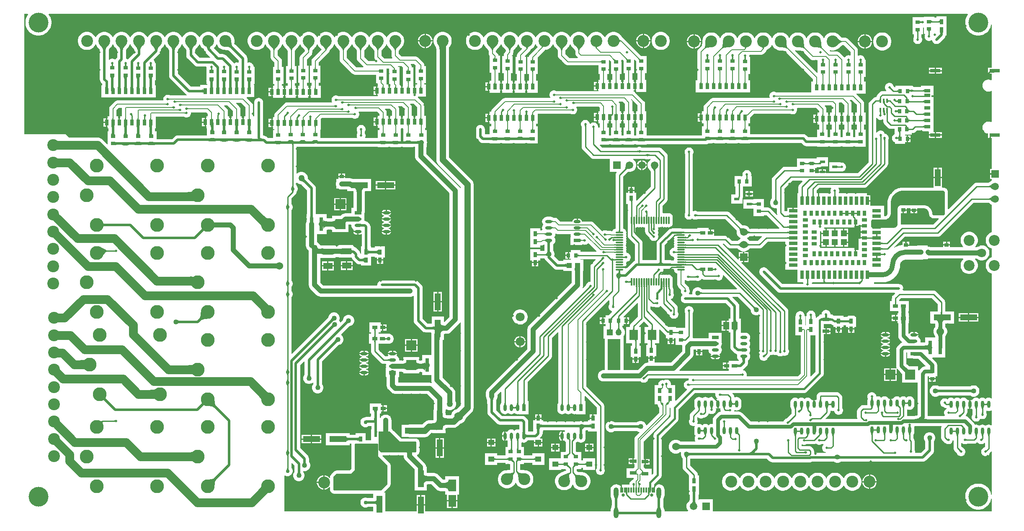
<source format=gtl>
G04*
G04 #@! TF.GenerationSoftware,Altium Limited,Altium Designer,23.10.1 (27)*
G04*
G04 Layer_Physical_Order=1*
G04 Layer_Color=255*
%FSLAX25Y25*%
%MOIN*%
G70*
G04*
G04 #@! TF.SameCoordinates,BE4D4FF9-9B6F-45BD-9266-944CD61FC198*
G04*
G04*
G04 #@! TF.FilePolarity,Positive*
G04*
G01*
G75*
%ADD14C,0.01000*%
%ADD17C,0.00800*%
%ADD21R,0.02362X0.03740*%
%ADD22R,0.01181X0.03937*%
%ADD23R,0.03937X0.02362*%
%ADD24R,0.03150X0.04724*%
%ADD25O,0.02362X0.05709*%
%ADD26R,0.05315X0.02559*%
%ADD27R,0.04724X0.04331*%
%ADD28O,0.02500X0.05500*%
%ADD29R,0.02500X0.05500*%
%ADD30R,0.07874X0.07874*%
%ADD31R,0.01575X0.03347*%
%ADD32R,0.07284X0.04724*%
%ADD33R,0.03000X0.04000*%
%ADD34R,0.03150X0.11024*%
%ADD35R,0.04842X0.02559*%
%ADD36R,0.08268X0.02756*%
%ADD37O,0.01181X0.06299*%
%ADD38R,0.01181X0.06299*%
%ADD39O,0.06299X0.01181*%
%ADD40R,0.06102X0.09646*%
%ADD41R,0.02756X0.07087*%
%ADD42R,0.07087X0.02756*%
%ADD43R,0.02756X0.03937*%
%ADD44R,0.03937X0.02756*%
%ADD45R,0.05118X0.05118*%
%ADD46R,0.04331X0.03937*%
%ADD47R,0.02323X0.01772*%
%ADD48R,0.06693X0.07874*%
%ADD49R,0.13780X0.04724*%
%ADD50R,0.07284X0.05118*%
%ADD51R,0.04921X0.05906*%
%ADD52R,0.10000X0.25000*%
%ADD53R,0.02756X0.03347*%
%ADD54R,0.03347X0.02756*%
%ADD55R,0.04000X0.03000*%
%ADD56R,0.04724X0.13780*%
%ADD57R,0.07874X0.07874*%
%ADD58O,0.05500X0.02500*%
%ADD59R,0.05500X0.02500*%
%ADD112C,0.04000*%
%ADD113C,0.02000*%
%ADD114C,0.01500*%
%ADD115C,0.03000*%
%ADD116C,0.05000*%
%ADD117C,0.07000*%
%ADD118O,0.03937X0.08268*%
%ADD119C,0.02638*%
%ADD120C,0.11000*%
%ADD121C,0.07087*%
%ADD122C,0.08661*%
%ADD123C,0.05906*%
%ADD124R,0.05906X0.05906*%
%ADD125R,0.05906X0.05906*%
%ADD126C,0.09449*%
%ADD127C,0.07087*%
%ADD128C,0.05000*%
%ADD129R,0.05000X0.05000*%
%ADD130C,0.15748*%
%ADD131C,0.02000*%
%ADD132C,0.06000*%
%ADD133C,0.04000*%
%ADD134C,0.07000*%
%ADD135C,0.03000*%
G36*
X759488Y403961D02*
X758844Y403075D01*
X758103Y401620D01*
X757598Y400067D01*
X757342Y398454D01*
Y396821D01*
X757598Y395209D01*
X758103Y393656D01*
X758844Y392201D01*
X759804Y390880D01*
X760958Y389725D01*
X762279Y388765D01*
X763734Y388024D01*
X765287Y387519D01*
X766900Y387264D01*
X768533D01*
X770146Y387519D01*
X771699Y388024D01*
X773154Y388765D01*
X774475Y389725D01*
X775629Y390880D01*
X776589Y392201D01*
X777330Y393656D01*
X777835Y395209D01*
X777961Y396005D01*
X778461Y395965D01*
Y361520D01*
X775610D01*
Y356764D01*
X778461D01*
Y351960D01*
X777961Y351649D01*
X777069Y352019D01*
X775823Y352183D01*
X774577Y352019D01*
X773417Y351538D01*
X772420Y350773D01*
X771655Y349777D01*
X771174Y348616D01*
X771010Y347370D01*
X771174Y346125D01*
X771655Y344964D01*
X772420Y343967D01*
X773417Y343202D01*
X774577Y342721D01*
X775823Y342557D01*
X777069Y342721D01*
X777961Y343091D01*
X778461Y342781D01*
Y318495D01*
X777961Y318185D01*
X777069Y318554D01*
X775823Y318718D01*
X774577Y318554D01*
X773417Y318074D01*
X772420Y317309D01*
X771655Y316312D01*
X771174Y315151D01*
X771010Y313906D01*
X771174Y312660D01*
X771655Y311499D01*
X772420Y310502D01*
X773417Y309737D01*
X774577Y309257D01*
X775610Y309121D01*
Y305622D01*
X778461D01*
Y280953D01*
X777047D01*
Y273047D01*
X778461D01*
Y271831D01*
X777652Y271363D01*
X777304Y271015D01*
X777102Y270883D01*
X776855Y270639D01*
X776411Y270251D01*
X776278Y270152D01*
X776157Y270072D01*
X776078Y270028D01*
X776074Y270026D01*
X776072Y270026D01*
X766500D01*
X765717Y269923D01*
X764987Y269620D01*
X764360Y269140D01*
X764360Y269140D01*
X744011Y248790D01*
X743549Y248981D01*
Y262699D01*
X743549Y262699D01*
X743549Y262699D01*
X743444Y263228D01*
X743355Y263674D01*
X743355Y263674D01*
X743355Y263674D01*
X743203Y264042D01*
X742870Y264540D01*
X742650Y264869D01*
X742369Y265150D01*
X742040Y265370D01*
X741542Y265703D01*
X741174Y265855D01*
X741174Y265855D01*
X741174Y265855D01*
X740199Y266049D01*
X740199Y266049D01*
X740199Y266049D01*
X739327D01*
X738862Y266133D01*
X738862Y266549D01*
Y273523D01*
X735500D01*
X732138D01*
Y266549D01*
X732138Y266133D01*
X731673Y266049D01*
X707015D01*
X706769Y266000D01*
X706518D01*
X704586Y265616D01*
X704354Y265520D01*
X704108Y265471D01*
X702288Y264717D01*
X702079Y264577D01*
X701847Y264481D01*
X700209Y263387D01*
X700032Y263209D01*
X699823Y263070D01*
X698430Y261677D01*
X698291Y261468D01*
X698113Y261291D01*
X697019Y259653D01*
X696923Y259421D01*
X696783Y259212D01*
X696029Y257392D01*
X695980Y257146D01*
X695884Y256914D01*
X695500Y254982D01*
Y254731D01*
X695451Y254485D01*
Y253500D01*
Y245563D01*
X695439Y245323D01*
X695334Y244792D01*
X695151Y244350D01*
X694885Y243953D01*
X694547Y243615D01*
X694150Y243349D01*
X693708Y243166D01*
X693386Y243102D01*
X693001Y243349D01*
X692886Y243536D01*
Y251532D01*
X681937D01*
Y255028D01*
X679559D01*
Y256028D01*
X681937D01*
Y260071D01*
X679107D01*
Y261571D01*
X657124D01*
X656835Y262071D01*
X656837Y262074D01*
X657075Y262964D01*
Y263886D01*
X656837Y264776D01*
X656433Y265474D01*
X656613Y265974D01*
X677000D01*
X677783Y266077D01*
X678513Y266379D01*
X679140Y266860D01*
X695140Y282860D01*
X695620Y283487D01*
X695923Y284217D01*
X696026Y285000D01*
X696026Y285000D01*
Y303741D01*
X696262Y304149D01*
X696500Y305039D01*
Y305961D01*
X696262Y306851D01*
X695801Y307649D01*
X695149Y308301D01*
X694351Y308762D01*
X693461Y309000D01*
X693356D01*
X693261Y309351D01*
X692801Y310149D01*
X692149Y310801D01*
X691351Y311262D01*
X690461Y311500D01*
X689539D01*
X688649Y311262D01*
X687851Y310801D01*
X687199Y310149D01*
X687026Y309849D01*
X686526Y309983D01*
Y321474D01*
X687026Y321608D01*
X687140Y321410D01*
X687792Y320758D01*
X688590Y320298D01*
X689480Y320059D01*
X690402D01*
X691292Y320298D01*
X691600Y320476D01*
X692033Y320226D01*
Y318941D01*
X692136Y318158D01*
X692439Y317428D01*
X692919Y316801D01*
X695860Y313860D01*
X696487Y313380D01*
X697217Y313077D01*
X698000Y312974D01*
X701122D01*
Y308746D01*
X700351Y308301D01*
X699699Y307649D01*
X699238Y306851D01*
X699000Y305961D01*
Y305039D01*
X699238Y304149D01*
X699699Y303351D01*
X700351Y302699D01*
X701149Y302238D01*
X701622Y302112D01*
Y300827D01*
X709378D01*
Y302327D01*
X710906D01*
Y305000D01*
Y307673D01*
X709378D01*
Y308327D01*
X714783D01*
Y309474D01*
X715500D01*
X716283Y309577D01*
X717013Y309879D01*
X717640Y310360D01*
X718828Y311549D01*
X722221D01*
Y310795D01*
X728166D01*
X728366Y310378D01*
X728366Y310295D01*
Y308500D01*
X733000D01*
Y310378D01*
X732263D01*
X732063Y310795D01*
X732063Y310878D01*
Y315795D01*
Y320795D01*
Y325795D01*
Y330795D01*
Y338354D01*
X730563D01*
Y339535D01*
X732063D01*
Y347094D01*
X722221D01*
Y346341D01*
X716536D01*
X716128Y346576D01*
X715378Y346777D01*
Y347173D01*
X701717D01*
Y346115D01*
X701217Y346063D01*
X700383Y346896D01*
X700261Y347351D01*
X699801Y348149D01*
X699149Y348801D01*
X698351Y349261D01*
X697461Y349500D01*
X696539D01*
X695649Y349261D01*
X694851Y348801D01*
X694199Y348149D01*
X693739Y347351D01*
X693500Y346461D01*
Y345539D01*
X693739Y344649D01*
X694199Y343851D01*
X694524Y343526D01*
X694317Y343026D01*
X691500D01*
X690717Y342923D01*
X689987Y342620D01*
X689360Y342140D01*
X689360Y342140D01*
X687801Y340581D01*
X687320Y339954D01*
X687056Y339315D01*
X686654D01*
Y338168D01*
X686142D01*
X685359Y338065D01*
X684629Y337762D01*
X684002Y337281D01*
X681360Y334640D01*
X680879Y334013D01*
X680577Y333283D01*
X680474Y332500D01*
Y286253D01*
X671747Y277526D01*
X646626D01*
Y278063D01*
X643657D01*
X640689D01*
Y277526D01*
X637673D01*
Y279000D01*
X635000D01*
Y280000D01*
X637673D01*
Y281528D01*
X639173D01*
Y282380D01*
X640585D01*
X640701Y282357D01*
X640725Y282361D01*
X640750Y282357D01*
X640940Y282361D01*
X640996Y282373D01*
X641054Y282365D01*
X641224Y282376D01*
X641236Y282380D01*
X641839D01*
X642622Y282483D01*
X643281Y282756D01*
X648126D01*
Y290118D01*
X639189D01*
Y289777D01*
X639173Y289283D01*
X623327D01*
Y282526D01*
X613500D01*
X612717Y282423D01*
X611987Y282120D01*
X611360Y281640D01*
X611360Y281640D01*
X604360Y274640D01*
X603879Y274013D01*
X603577Y273283D01*
X603474Y272500D01*
Y257431D01*
X603372Y257308D01*
X603272Y257205D01*
X603146Y257010D01*
X602899Y256763D01*
X602307Y255737D01*
X602000Y254592D01*
Y253408D01*
X602307Y252263D01*
X602899Y251237D01*
X603737Y250399D01*
X604763Y249807D01*
X605908Y249500D01*
X607092D01*
X607474Y249207D01*
Y246000D01*
X607577Y245217D01*
X607795Y244692D01*
X607371Y244408D01*
X602545Y249234D01*
X601919Y249715D01*
X601189Y250017D01*
X600406Y250120D01*
X597173D01*
Y256878D01*
X588827D01*
Y256744D01*
X580874D01*
Y249382D01*
X588827D01*
Y243216D01*
X597173D01*
Y244069D01*
X599152D01*
X609402Y233819D01*
X609211Y233357D01*
X585966D01*
X585934Y233376D01*
X585836Y233445D01*
X585728Y233533D01*
X585330Y233915D01*
X585110Y234157D01*
X584896Y234315D01*
X584348Y234863D01*
X583105Y235581D01*
X581718Y235953D01*
X581225D01*
X580990Y236001D01*
X580642Y236004D01*
X580054Y236044D01*
X579889Y236068D01*
X579748Y236097D01*
X579661Y236122D01*
X579657Y236123D01*
X579655Y236124D01*
X569640Y246140D01*
X569013Y246620D01*
X568283Y246923D01*
X567500Y247026D01*
X544259D01*
X543851Y247262D01*
X542961Y247500D01*
X542039D01*
X541149Y247262D01*
X540959Y247152D01*
X540526Y247402D01*
Y292741D01*
X540762Y293149D01*
X541000Y294039D01*
Y294961D01*
X540762Y295851D01*
X540301Y296649D01*
X539649Y297301D01*
X538851Y297762D01*
X537961Y298000D01*
X537039D01*
X536149Y297762D01*
X535351Y297301D01*
X534699Y296649D01*
X534238Y295851D01*
X534000Y294961D01*
Y294039D01*
X534238Y293149D01*
X534474Y292741D01*
Y245759D01*
X534238Y245351D01*
X534000Y244461D01*
Y243539D01*
X534238Y242649D01*
X534699Y241851D01*
X535351Y241199D01*
X536149Y240739D01*
X537039Y240500D01*
X537961D01*
X538851Y240739D01*
X539649Y241199D01*
X540000Y241550D01*
X540351Y241199D01*
X541149Y240739D01*
X542039Y240500D01*
X542961D01*
X543851Y240739D01*
X544259Y240974D01*
X566247D01*
X575376Y231845D01*
X575377Y231843D01*
X575379Y231839D01*
X575403Y231752D01*
X575432Y231611D01*
X575456Y231446D01*
X575496Y230858D01*
X575498Y230510D01*
X575547Y230275D01*
Y229782D01*
X575919Y228395D01*
X576637Y227152D01*
X577652Y226137D01*
X578322Y225750D01*
Y225250D01*
X577652Y224863D01*
X577304Y224515D01*
X577102Y224383D01*
X576855Y224139D01*
X576411Y223751D01*
X576278Y223652D01*
X576157Y223572D01*
X576078Y223528D01*
X576074Y223526D01*
X576072Y223526D01*
X571753D01*
X568723Y226556D01*
X568096Y227037D01*
X567366Y227340D01*
X566583Y227443D01*
X558075D01*
X557598Y227500D01*
Y229500D01*
X554598D01*
Y230000D01*
X554098D01*
Y232500D01*
X553000D01*
Y234000D01*
X544000D01*
Y233242D01*
X535202D01*
X535093Y233265D01*
X534493Y233272D01*
X534251Y233284D01*
X534202Y233277D01*
X534093Y233291D01*
X533997Y233311D01*
X533978Y233307D01*
X533772Y233334D01*
X532180D01*
X532061Y233383D01*
X531213Y233495D01*
X523716D01*
X522868Y233383D01*
X522078Y233055D01*
X521399Y232535D01*
X512607Y223743D01*
X512086Y223064D01*
X511759Y222274D01*
X511703Y221849D01*
X511647Y221425D01*
Y208156D01*
X500601D01*
Y221924D01*
X500498Y222708D01*
X500196Y223437D01*
X499715Y224064D01*
X499715Y224064D01*
X495135Y228645D01*
X495000Y228510D01*
X494997Y228567D01*
X494985Y228626D01*
X494966Y228688D01*
X494939Y228752D01*
X494904Y228818D01*
X494861Y228887D01*
X494810Y228957D01*
X494751Y229030D01*
X494610Y229183D01*
X494868Y229442D01*
Y234016D01*
X495368Y234437D01*
X495780Y234383D01*
X496586Y234489D01*
X496764Y234562D01*
X496941Y234489D01*
X497748Y234383D01*
X498555Y234489D01*
X498732Y234562D01*
X498910Y234489D01*
X499717Y234383D01*
X500523Y234489D01*
X500701Y234562D01*
X500878Y234489D01*
X501685Y234383D01*
X502096Y234437D01*
X502596Y234016D01*
Y230878D01*
X502699Y230095D01*
X503001Y229365D01*
X503482Y228738D01*
X506117Y226104D01*
X506239Y225649D01*
X506699Y224851D01*
X507351Y224199D01*
X508149Y223739D01*
X509039Y223500D01*
X509961D01*
X510851Y223739D01*
X511649Y224199D01*
X512301Y224851D01*
X512761Y225649D01*
X513000Y226539D01*
Y227461D01*
X512761Y228351D01*
X512675Y228500D01*
X512761Y228649D01*
X513000Y229539D01*
Y230461D01*
X512761Y231351D01*
X512675Y231500D01*
X512761Y231649D01*
X513000Y232539D01*
Y233461D01*
X512866Y233961D01*
X513262Y234414D01*
X513496Y234383D01*
X514303Y234489D01*
X514480Y234562D01*
X514658Y234489D01*
X515465Y234383D01*
X516271Y234489D01*
X516449Y234562D01*
X516626Y234489D01*
X517433Y234383D01*
X518240Y234489D01*
X518417Y234562D01*
X518595Y234489D01*
X519402Y234383D01*
X520208Y234489D01*
X520386Y234562D01*
X520563Y234489D01*
X521370Y234383D01*
X522177Y234489D01*
X522929Y234800D01*
X523574Y235296D01*
X524070Y235941D01*
X524381Y236693D01*
X524487Y237500D01*
Y242618D01*
X524381Y243425D01*
X524070Y244177D01*
X523574Y244822D01*
X522929Y245318D01*
X522177Y245629D01*
X521370Y245735D01*
X520563Y245629D01*
X520386Y245556D01*
X520208Y245629D01*
X519402Y245735D01*
X518595Y245629D01*
X518417Y245556D01*
X518240Y245629D01*
X517433Y245735D01*
X517022Y245681D01*
X516522Y246102D01*
Y251743D01*
X519640Y254860D01*
X520120Y255487D01*
X520423Y256217D01*
X520526Y257000D01*
Y291000D01*
X520423Y291783D01*
X520120Y292513D01*
X519640Y293140D01*
X519640Y293140D01*
X515640Y297140D01*
X515013Y297621D01*
X514283Y297923D01*
X513500Y298026D01*
X499759D01*
X499351Y298261D01*
X498461Y298500D01*
X497539D01*
X496649Y298261D01*
X496241Y298026D01*
X468253D01*
X466525Y299755D01*
X466716Y300217D01*
X470975D01*
X471161Y300180D01*
X471303Y300208D01*
X471448Y300196D01*
X471513Y300217D01*
X473673D01*
Y300557D01*
X473701Y300564D01*
X475327D01*
Y300217D01*
X477487D01*
X477552Y300196D01*
X477697Y300208D01*
X477839Y300180D01*
X478025Y300217D01*
X480975D01*
X481161Y300180D01*
X481303Y300208D01*
X481448Y300196D01*
X481513Y300217D01*
X483673D01*
Y300564D01*
X485327D01*
Y300217D01*
X487487D01*
X487552Y300196D01*
X487697Y300208D01*
X487839Y300180D01*
X488025Y300217D01*
X490975D01*
X491161Y300180D01*
X491303Y300208D01*
X491448Y300196D01*
X491513Y300217D01*
X493673D01*
Y300564D01*
X495327D01*
Y300217D01*
X497487D01*
X497552Y300196D01*
X497697Y300208D01*
X497839Y300180D01*
X498025Y300217D01*
X500975D01*
X501161Y300180D01*
X501303Y300208D01*
X501448Y300196D01*
X501513Y300217D01*
X503673D01*
Y300564D01*
X548244D01*
X548339Y300546D01*
X548384Y300554D01*
X548428Y300547D01*
X548917Y300564D01*
X550705D01*
X551618Y300685D01*
X552470Y301037D01*
X552704Y301217D01*
X553475D01*
X553661Y301180D01*
X553803Y301208D01*
X553948Y301196D01*
X554013Y301217D01*
X556173D01*
Y301564D01*
X557827D01*
Y301217D01*
X559987D01*
X560052Y301196D01*
X560197Y301208D01*
X560339Y301180D01*
X560525Y301217D01*
X563475D01*
X563661Y301180D01*
X563803Y301208D01*
X563948Y301196D01*
X564013Y301217D01*
X566173D01*
Y301564D01*
X567827D01*
Y301217D01*
X569987D01*
X570052Y301196D01*
X570197Y301208D01*
X570339Y301180D01*
X570525Y301217D01*
X573475D01*
X573661Y301180D01*
X573803Y301208D01*
X573948Y301196D01*
X574013Y301217D01*
X576173D01*
Y301564D01*
X577827D01*
Y301217D01*
X579987D01*
X580052Y301196D01*
X580197Y301208D01*
X580339Y301180D01*
X580525Y301217D01*
X583475D01*
X583661Y301180D01*
X583803Y301208D01*
X583948Y301196D01*
X584013Y301217D01*
X586173D01*
Y301564D01*
X626943D01*
X628409Y300098D01*
X629140Y299537D01*
X629992Y299185D01*
X630905Y299064D01*
X639327D01*
Y298716D01*
X641487D01*
X641552Y298696D01*
X641697Y298708D01*
X641839Y298680D01*
X642025Y298716D01*
X644975D01*
X645161Y298680D01*
X645303Y298708D01*
X645448Y298696D01*
X645513Y298716D01*
X647673D01*
Y298716D01*
X648039Y299000D01*
X648961D01*
X649201Y299064D01*
X649827D01*
Y298716D01*
X651987D01*
X652052Y298696D01*
X652197Y298708D01*
X652339Y298680D01*
X652525Y298716D01*
X655475D01*
X655661Y298680D01*
X655803Y298708D01*
X655948Y298696D01*
X656013Y298716D01*
X658173D01*
Y299064D01*
X659827D01*
Y298716D01*
X661987D01*
X662052Y298696D01*
X662197Y298708D01*
X662339Y298680D01*
X662525Y298716D01*
X665475D01*
X665661Y298680D01*
X665803Y298708D01*
X665948Y298696D01*
X666013Y298716D01*
X668173D01*
Y299064D01*
X669827D01*
Y298716D01*
X671987D01*
X672052Y298696D01*
X672197Y298708D01*
X672339Y298680D01*
X672525Y298716D01*
X678173D01*
Y304622D01*
Y312378D01*
X676925D01*
Y316138D01*
X678075D01*
Y325862D01*
X676925D01*
Y333000D01*
X676825Y333757D01*
X676533Y334462D01*
X676068Y335068D01*
X670658Y340479D01*
X670849Y340941D01*
X678075D01*
Y350665D01*
X676925D01*
Y354217D01*
X678173D01*
Y360122D01*
Y367878D01*
X677500D01*
Y368461D01*
X677261Y369351D01*
X676801Y370149D01*
X676149Y370801D01*
X675351Y371262D01*
X674461Y371500D01*
X673539D01*
X672649Y371262D01*
X672358Y371094D01*
X671925Y371343D01*
Y375500D01*
X671825Y376257D01*
X671533Y376962D01*
X671068Y377568D01*
X664068Y384568D01*
X663462Y385033D01*
X662757Y385325D01*
X662000Y385425D01*
X659576D01*
X659543Y385435D01*
X659507Y385439D01*
X659466Y385457D01*
X659290Y385553D01*
X659032Y385721D01*
X658750Y385930D01*
X657410Y387115D01*
X656909Y387613D01*
X656702Y387751D01*
X656341Y388112D01*
X655158Y388902D01*
X653843Y389447D01*
X652448Y389724D01*
X651024D01*
X649629Y389447D01*
X648314Y388902D01*
X647131Y388112D01*
X646124Y387105D01*
X645334Y385922D01*
X645096Y385349D01*
X644596D01*
X644359Y385922D01*
X643569Y387105D01*
X642562Y388112D01*
X641379Y388902D01*
X640064Y389447D01*
X638668Y389724D01*
X637246D01*
X635850Y389447D01*
X634535Y388902D01*
X633352Y388112D01*
X632345Y387105D01*
X631555Y385922D01*
X631317Y385348D01*
X630817D01*
X630579Y385922D01*
X629789Y387105D01*
X628782Y388112D01*
X627599Y388902D01*
X626284Y389447D01*
X624889Y389724D01*
X623465D01*
X622070Y389447D01*
X620755Y388902D01*
X619572Y388112D01*
X618565Y387105D01*
X617775Y385922D01*
X617537Y385349D01*
X617037D01*
X616800Y385922D01*
X616010Y387105D01*
X615003Y388112D01*
X613820Y388902D01*
X612505Y389447D01*
X611109Y389724D01*
X609687D01*
X608291Y389447D01*
X606976Y388902D01*
X605793Y388112D01*
X604786Y387105D01*
X603996Y385922D01*
X603758Y385348D01*
X603258D01*
X603020Y385922D01*
X602230Y387105D01*
X601223Y388112D01*
X600040Y388902D01*
X598725Y389447D01*
X597330Y389724D01*
X595906D01*
X594511Y389447D01*
X593196Y388902D01*
X592013Y388112D01*
X591006Y387105D01*
X590216Y385922D01*
X589979Y385349D01*
X589478D01*
X589241Y385922D01*
X588451Y387105D01*
X587444Y388112D01*
X586261Y388902D01*
X584946Y389447D01*
X583551Y389724D01*
X582128D01*
X580732Y389447D01*
X579417Y388902D01*
X578234Y388112D01*
X577227Y387105D01*
X576437Y385922D01*
X576199Y385348D01*
X575699D01*
X575461Y385922D01*
X574671Y387105D01*
X573664Y388112D01*
X572481Y388902D01*
X571166Y389447D01*
X569770Y389724D01*
X568348D01*
X566952Y389447D01*
X565637Y388902D01*
X564454Y388112D01*
X563447Y387105D01*
X562657Y385922D01*
X562420Y385349D01*
X561919D01*
X561682Y385922D01*
X560892Y387105D01*
X559885Y388112D01*
X558702Y388902D01*
X557387Y389447D01*
X555992Y389724D01*
X554568D01*
X553173Y389447D01*
X551858Y388902D01*
X550675Y388112D01*
X549668Y387105D01*
X548878Y385922D01*
X548333Y384607D01*
X548056Y383211D01*
Y382717D01*
X548007Y382491D01*
X547986Y381071D01*
X547899Y379989D01*
X547843Y379619D01*
X547780Y379318D01*
X547724Y379125D01*
X547707Y379083D01*
X547685Y379056D01*
X547668Y379025D01*
X544932Y376288D01*
X544467Y375683D01*
X544175Y374977D01*
X544075Y374220D01*
Y351665D01*
X542925D01*
Y341941D01*
X586075D01*
Y351665D01*
X584925D01*
Y356716D01*
X586173D01*
Y362622D01*
Y370378D01*
X585696D01*
X585500Y370634D01*
Y371555D01*
X585669Y371775D01*
X594700D01*
X595457Y371875D01*
X596163Y372167D01*
X596768Y372632D01*
X598687Y374550D01*
X599152Y375156D01*
X599287Y375483D01*
X599326Y375536D01*
X599340Y375593D01*
X599373Y375643D01*
X599392Y375736D01*
X599438Y375849D01*
X600040Y376098D01*
X601223Y376888D01*
X602230Y377895D01*
X603020Y379078D01*
X603258Y379652D01*
X603758D01*
X603996Y379078D01*
X604786Y377895D01*
X605793Y376888D01*
X606976Y376098D01*
X608291Y375553D01*
X609687Y375276D01*
X610181D01*
X610407Y375227D01*
X611827Y375206D01*
X612909Y375119D01*
X613279Y375063D01*
X613580Y375000D01*
X613773Y374944D01*
X613814Y374927D01*
X613842Y374905D01*
X613873Y374888D01*
X636075Y352686D01*
Y350665D01*
X634925D01*
Y341925D01*
X606934D01*
X606351Y342262D01*
X605461Y342500D01*
X604539D01*
X603649Y342262D01*
X602851Y341801D01*
X602199Y341149D01*
X601739Y340351D01*
X601500Y339461D01*
Y338539D01*
X601665Y337925D01*
X601328Y337425D01*
X556500D01*
X555743Y337325D01*
X555037Y337033D01*
X554432Y336568D01*
X549932Y332068D01*
X549467Y331463D01*
X549175Y330757D01*
X549075Y330000D01*
Y326862D01*
X547925D01*
Y325362D01*
X547500D01*
Y322000D01*
Y318638D01*
X547925D01*
Y317138D01*
X549075D01*
Y314878D01*
X547827D01*
Y307625D01*
X503673D01*
Y313878D01*
X502425D01*
Y317335D01*
X503575D01*
Y327059D01*
X502425D01*
Y333000D01*
X502325Y333757D01*
X502033Y334462D01*
X501568Y335068D01*
X494568Y342068D01*
X493962Y342533D01*
X493575Y342694D01*
Y343638D01*
X494000D01*
Y347000D01*
Y350362D01*
X493575D01*
Y351862D01*
X492425D01*
Y357122D01*
X493673D01*
Y363028D01*
Y367942D01*
X494135Y368134D01*
X495327Y366942D01*
Y363028D01*
Y357122D01*
X496575D01*
Y351862D01*
X495425D01*
Y350362D01*
X495000D01*
Y347000D01*
Y343638D01*
X495425D01*
Y342138D01*
X503575D01*
Y351862D01*
X502425D01*
Y357122D01*
X503673D01*
Y363028D01*
Y370783D01*
X499801D01*
X499770Y370810D01*
X499629Y370947D01*
X499533Y371009D01*
X485474Y385068D01*
X484868Y385533D01*
X484544Y385667D01*
X484492Y385706D01*
X484432Y385721D01*
X484381Y385755D01*
X484288Y385773D01*
X484163Y385825D01*
X484102Y385833D01*
X483858Y386422D01*
X483068Y387605D01*
X482061Y388612D01*
X480878Y389402D01*
X479563Y389947D01*
X478168Y390224D01*
X476745D01*
X475349Y389947D01*
X474034Y389402D01*
X472851Y388612D01*
X471844Y387605D01*
X471054Y386422D01*
X470817Y385849D01*
X470317D01*
X470079Y386422D01*
X469289Y387605D01*
X468282Y388612D01*
X467099Y389402D01*
X465784Y389947D01*
X464389Y390224D01*
X462966D01*
X461570Y389947D01*
X460255Y389402D01*
X459072Y388612D01*
X458066Y387605D01*
X457275Y386422D01*
X457037Y385848D01*
X456537D01*
X456299Y386422D01*
X455509Y387605D01*
X454502Y388612D01*
X453319Y389402D01*
X452004Y389947D01*
X450609Y390224D01*
X449186D01*
X447790Y389947D01*
X446475Y389402D01*
X445292Y388612D01*
X444285Y387605D01*
X443495Y386422D01*
X443258Y385849D01*
X442758D01*
X442520Y386422D01*
X441730Y387605D01*
X440723Y388612D01*
X439540Y389402D01*
X438225Y389947D01*
X436830Y390224D01*
X435407D01*
X434011Y389947D01*
X432696Y389402D01*
X431513Y388612D01*
X430507Y387605D01*
X429716Y386422D01*
X429478Y385848D01*
X428978D01*
X428740Y386422D01*
X427950Y387605D01*
X426943Y388612D01*
X425760Y389402D01*
X424445Y389947D01*
X423050Y390224D01*
X421627D01*
X420231Y389947D01*
X418916Y389402D01*
X417733Y388612D01*
X416726Y387605D01*
X415936Y386422D01*
X415699Y385849D01*
X415199D01*
X414961Y386422D01*
X414171Y387605D01*
X413164Y388612D01*
X411981Y389402D01*
X410666Y389947D01*
X409271Y390224D01*
X407848D01*
X406452Y389947D01*
X405137Y389402D01*
X403954Y388612D01*
X402948Y387605D01*
X402157Y386422D01*
X401919Y385848D01*
X401419D01*
X401181Y386422D01*
X400391Y387605D01*
X399384Y388612D01*
X398201Y389402D01*
X396886Y389947D01*
X395491Y390224D01*
X394068D01*
X392672Y389947D01*
X391357Y389402D01*
X390174Y388612D01*
X389167Y387605D01*
X388377Y386422D01*
X388140Y385849D01*
X387640D01*
X387402Y386422D01*
X386612Y387605D01*
X385605Y388612D01*
X384422Y389402D01*
X383107Y389947D01*
X381712Y390224D01*
X380289D01*
X378893Y389947D01*
X377578Y389402D01*
X376395Y388612D01*
X375389Y387605D01*
X374598Y386422D01*
X374360Y385848D01*
X373860D01*
X373622Y386422D01*
X372832Y387605D01*
X371825Y388612D01*
X370642Y389402D01*
X369327Y389947D01*
X367932Y390224D01*
X366509D01*
X365113Y389947D01*
X363798Y389402D01*
X362615Y388612D01*
X361609Y387605D01*
X360818Y386422D01*
X360273Y385107D01*
X359996Y383712D01*
Y382289D01*
X360273Y380893D01*
X360818Y379578D01*
X361609Y378395D01*
X362615Y377388D01*
X363798Y376598D01*
X365113Y376053D01*
X366509Y375776D01*
X367932D01*
X369327Y376053D01*
X370642Y376598D01*
X371825Y377388D01*
X372832Y378395D01*
X373622Y379578D01*
X373860Y380152D01*
X374360D01*
X374598Y379578D01*
X375389Y378395D01*
X375738Y378045D01*
X375864Y377851D01*
X376852Y376832D01*
X377556Y376005D01*
X377779Y375704D01*
X377947Y375447D01*
X378044Y375270D01*
X378061Y375229D01*
X378065Y375194D01*
X378075Y375161D01*
Y373000D01*
X378175Y372243D01*
X378467Y371537D01*
X378827Y371068D01*
Y363622D01*
Y357716D01*
X380075D01*
Y351362D01*
X378925D01*
Y349862D01*
X378500D01*
Y346500D01*
Y343138D01*
X378925D01*
Y341638D01*
X387075D01*
Y343138D01*
X387500D01*
Y346500D01*
Y349862D01*
X387075D01*
Y351362D01*
X385925D01*
Y357716D01*
X387173D01*
Y363622D01*
Y371378D01*
X385875D01*
X385825Y371757D01*
X385533Y372463D01*
X385068Y373068D01*
X383925Y374212D01*
Y375161D01*
X383935Y375194D01*
X383939Y375229D01*
X383957Y375271D01*
X384053Y375447D01*
X384221Y375704D01*
X384430Y375986D01*
X385614Y377327D01*
X386113Y377827D01*
X386250Y378033D01*
X386612Y378395D01*
X387402Y379578D01*
X387640Y380151D01*
X388140D01*
X388377Y379578D01*
X389167Y378395D01*
X389518Y378044D01*
X389643Y377851D01*
X390632Y376832D01*
X391336Y376005D01*
X391559Y375704D01*
X391726Y375447D01*
X391823Y375270D01*
X391841Y375229D01*
X391844Y375194D01*
X391855Y375161D01*
Y374991D01*
X390932Y374068D01*
X390467Y373463D01*
X390175Y372757D01*
X390075Y372000D01*
Y370783D01*
X388827D01*
Y363028D01*
Y357122D01*
X390075D01*
Y351362D01*
X388925D01*
Y349862D01*
X388500D01*
Y346500D01*
Y343138D01*
X388925D01*
Y341638D01*
X397075D01*
Y343138D01*
X397500D01*
Y346500D01*
Y349862D01*
X397075D01*
Y351362D01*
X395925D01*
Y357122D01*
X397173D01*
Y363028D01*
Y370783D01*
X396627D01*
X396420Y371284D01*
X396848Y371711D01*
X397313Y372317D01*
X397605Y373022D01*
X397705Y373780D01*
Y375161D01*
X397715Y375194D01*
X397719Y375229D01*
X397736Y375271D01*
X397833Y375447D01*
X398000Y375704D01*
X398209Y375986D01*
X399394Y377327D01*
X399893Y377827D01*
X400030Y378034D01*
X400391Y378395D01*
X401181Y379578D01*
X401419Y380152D01*
X401919D01*
X402157Y379578D01*
X402948Y378395D01*
X403954Y377388D01*
X404404Y377087D01*
X404453Y376590D01*
X401432Y373568D01*
X400967Y372962D01*
X400675Y372257D01*
X400575Y371500D01*
Y370284D01*
X399327D01*
Y362528D01*
Y356622D01*
X400575D01*
Y351362D01*
X398925D01*
Y349862D01*
X398500D01*
Y346500D01*
Y343138D01*
X398925D01*
Y341638D01*
X407075D01*
Y343138D01*
X407500D01*
Y346500D01*
Y349862D01*
X407075D01*
Y351362D01*
X406425D01*
Y356622D01*
X407673D01*
Y362528D01*
Y370284D01*
X407127D01*
X406920Y370783D01*
X410627Y374491D01*
X411092Y375097D01*
X411219Y375403D01*
X411253Y375448D01*
X411272Y375521D01*
X411314Y375584D01*
X411333Y375677D01*
X411384Y375802D01*
X411424Y376106D01*
X411481Y376324D01*
X411517Y376346D01*
X411728Y376454D01*
X411829Y376535D01*
X411981Y376598D01*
X413164Y377388D01*
X414171Y378395D01*
X414961Y379578D01*
X415199Y380151D01*
X415699D01*
X415936Y379578D01*
X416726Y378395D01*
X416992Y378129D01*
X410932Y372068D01*
X410467Y371462D01*
X410175Y370757D01*
X410112Y370284D01*
X408827D01*
Y362528D01*
Y356622D01*
X410075D01*
Y351362D01*
X408925D01*
Y349862D01*
X408500D01*
Y346500D01*
Y343138D01*
X408925D01*
Y341638D01*
X417075D01*
Y351362D01*
X415925D01*
Y356622D01*
X417173D01*
Y362528D01*
Y370037D01*
X422848Y375712D01*
X422897Y375776D01*
X423050D01*
X424445Y376053D01*
X425760Y376598D01*
X426943Y377388D01*
X427950Y378395D01*
X428740Y379578D01*
X428978Y380152D01*
X429478D01*
X429716Y379578D01*
X430507Y378395D01*
X430856Y378045D01*
X430982Y377851D01*
X431970Y376832D01*
X432674Y376005D01*
X432897Y375704D01*
X433065Y375447D01*
X433162Y375270D01*
X433179Y375229D01*
X433183Y375194D01*
X433193Y375161D01*
Y371382D01*
X433293Y370625D01*
X433585Y369919D01*
X434050Y369314D01*
X439026Y364337D01*
X439632Y363872D01*
X440337Y363580D01*
X441094Y363480D01*
X465327D01*
Y356622D01*
X466575D01*
Y351862D01*
X465425D01*
Y350362D01*
X465000D01*
Y347000D01*
Y343638D01*
X465425D01*
Y342925D01*
X431934D01*
X431351Y343262D01*
X430461Y343500D01*
X429539D01*
X428649Y343262D01*
X427851Y342801D01*
X427199Y342149D01*
X426739Y341351D01*
X426500Y340461D01*
Y339539D01*
X426739Y338649D01*
X427156Y337925D01*
X426996Y337425D01*
X391000D01*
X390243Y337325D01*
X389538Y337033D01*
X388932Y336568D01*
X380932Y328568D01*
X380467Y327962D01*
X380175Y327257D01*
X380083Y326559D01*
X378925D01*
Y325059D01*
X378500D01*
Y321697D01*
Y318335D01*
X378925D01*
Y316835D01*
X380075D01*
Y314784D01*
X378827D01*
Y308530D01*
X375030D01*
Y312500D01*
X375000Y312729D01*
Y312961D01*
X374940Y313184D01*
X374910Y313414D01*
X374821Y313627D01*
X374762Y313851D01*
X374646Y314051D01*
X374557Y314265D01*
X374416Y314449D01*
X374301Y314649D01*
X374137Y314813D01*
X373996Y314996D01*
X373813Y315137D01*
X373649Y315301D01*
X373449Y315416D01*
X373265Y315557D01*
X373051Y315646D01*
X372851Y315761D01*
X372627Y315821D01*
X372414Y315910D01*
X372184Y315940D01*
X371961Y316000D01*
X371729D01*
X371500Y316030D01*
X371271Y316000D01*
X371039D01*
X370816Y315940D01*
X370586Y315910D01*
X370373Y315821D01*
X370149Y315761D01*
X369949Y315646D01*
X369735Y315557D01*
X369551Y315416D01*
X369351Y315301D01*
X369187Y315137D01*
X369004Y314996D01*
X368863Y314813D01*
X368699Y314649D01*
X368584Y314449D01*
X368443Y314265D01*
X368354Y314051D01*
X368238Y313851D01*
X368179Y313627D01*
X368090Y313414D01*
X368060Y313184D01*
X368000Y312961D01*
Y312729D01*
X367970Y312500D01*
Y307000D01*
X368090Y306086D01*
X368443Y305235D01*
X369004Y304504D01*
X371004Y302504D01*
X371735Y301943D01*
X372586Y301590D01*
X373500Y301470D01*
X378827D01*
Y301122D01*
X380987D01*
X381052Y301101D01*
X381197Y301113D01*
X381339Y301085D01*
X381525Y301122D01*
X384475D01*
X384661Y301085D01*
X384803Y301113D01*
X384948Y301101D01*
X385013Y301122D01*
X387173D01*
Y301470D01*
X388827D01*
Y301122D01*
X390987D01*
X391052Y301101D01*
X391197Y301113D01*
X391339Y301085D01*
X391525Y301122D01*
X394475D01*
X394661Y301085D01*
X394803Y301113D01*
X394948Y301101D01*
X395013Y301122D01*
X397173D01*
Y301470D01*
X398827D01*
Y301217D01*
X401118D01*
X401281Y301180D01*
X401310Y301185D01*
X401339Y301180D01*
X401525Y301217D01*
X404475D01*
X404661Y301180D01*
X404690Y301185D01*
X404719Y301180D01*
X404882Y301217D01*
X407173D01*
Y301470D01*
X408827D01*
Y301122D01*
X410987D01*
X411052Y301101D01*
X411197Y301113D01*
X411339Y301085D01*
X411525Y301122D01*
X417173D01*
Y307028D01*
Y314784D01*
X415925D01*
Y316835D01*
X417075D01*
Y325075D01*
X443066D01*
X443649Y324739D01*
X444539Y324500D01*
X445461D01*
X446351Y324739D01*
X447149Y325199D01*
X447801Y325851D01*
X448261Y326649D01*
X448500Y327539D01*
Y328461D01*
X448261Y329351D01*
X447844Y330075D01*
X447931Y330346D01*
X448082Y330575D01*
X465788D01*
X466575Y329788D01*
Y327059D01*
X465425D01*
Y325559D01*
X465000D01*
Y322197D01*
Y318835D01*
X465425D01*
Y317335D01*
X466575D01*
Y313878D01*
X465474D01*
X465262Y313950D01*
X465000Y314243D01*
Y314961D01*
X464761Y315851D01*
X464301Y316649D01*
X463649Y317301D01*
X462851Y317761D01*
X461961Y318000D01*
X461039D01*
X460149Y317761D01*
X459351Y317301D01*
X459000Y316950D01*
X458852Y316953D01*
X458459Y317115D01*
X458261Y317851D01*
X457801Y318649D01*
X457149Y319301D01*
X456351Y319761D01*
X455461Y320000D01*
X454539D01*
X453649Y319761D01*
X452851Y319301D01*
X452199Y318649D01*
X451739Y317851D01*
X451500Y316961D01*
Y316039D01*
X451739Y315149D01*
X451974Y314741D01*
Y298500D01*
X452077Y297717D01*
X452380Y296987D01*
X452860Y296360D01*
X459360Y289860D01*
X459987Y289380D01*
X460717Y289077D01*
X461500Y288974D01*
X461500Y288974D01*
X474547D01*
Y278547D01*
X479642D01*
X479789Y278047D01*
X479380Y277513D01*
X479077Y276783D01*
X478974Y276000D01*
Y233272D01*
X478634Y233227D01*
X477882Y232916D01*
X477237Y232421D01*
X476741Y231775D01*
X476492Y231173D01*
X476418D01*
X476050Y231325D01*
X475293Y231425D01*
X472434D01*
X471851Y231762D01*
X470961Y232000D01*
X470039D01*
X469149Y231762D01*
X468351Y231301D01*
X468343Y231293D01*
X461418Y238218D01*
X460813Y238683D01*
X460107Y238975D01*
X459350Y239075D01*
X452279D01*
X452119Y239878D01*
X451622Y240622D01*
X450878Y241120D01*
X450000Y241294D01*
X447000D01*
X446122Y241120D01*
X445378Y240622D01*
X444881Y239878D01*
X444721Y239075D01*
X435062D01*
X433068Y241068D01*
X432463Y241533D01*
X431757Y241825D01*
X431000Y241925D01*
X429710D01*
X429253Y242276D01*
X428341Y242653D01*
X427362Y242782D01*
X424362D01*
X423383Y242653D01*
X422471Y242276D01*
X421688Y241674D01*
X421087Y240891D01*
X420709Y239979D01*
X420580Y239000D01*
X420709Y238021D01*
X421087Y237109D01*
X421554Y236500D01*
X421087Y235891D01*
X420709Y234979D01*
X420580Y234000D01*
X420709Y233021D01*
X420915Y232523D01*
X420581Y232024D01*
X419000D01*
Y233598D01*
X411000D01*
Y224598D01*
Y218402D01*
X419000D01*
Y219976D01*
X419902D01*
X420659Y220076D01*
X421364Y220368D01*
X421813Y220713D01*
X421998Y220704D01*
X422084Y220679D01*
X422204Y220610D01*
X422332Y220488D01*
Y215972D01*
X422314Y215887D01*
X422311Y215744D01*
X422300Y215591D01*
X422262Y215526D01*
X419000D01*
Y217000D01*
X411000D01*
Y208000D01*
X412500D01*
Y206902D01*
X415000D01*
X417500D01*
Y208000D01*
X419000D01*
Y209474D01*
X422556D01*
X422805Y208873D01*
X423366Y208142D01*
X430004Y201504D01*
X430735Y200943D01*
X431586Y200590D01*
X432500Y200470D01*
X437335D01*
Y199531D01*
X439661D01*
X439847Y199495D01*
X439985Y199522D01*
X440126Y199510D01*
X440194Y199531D01*
X444085D01*
X444146Y197946D01*
X444154Y197911D01*
Y190073D01*
X410291Y156209D01*
X409569Y155269D01*
X409116Y154175D01*
X408961Y153000D01*
Y137380D01*
X377291Y105709D01*
X376569Y104769D01*
X376116Y103675D01*
X375961Y102500D01*
Y99500D01*
X376000Y99205D01*
Y98908D01*
X376077Y98620D01*
X376116Y98325D01*
X376230Y98050D01*
X376307Y97763D01*
X376455Y97505D01*
X376569Y97231D01*
X376750Y96995D01*
X376781Y96942D01*
X376947Y94422D01*
X376951Y93754D01*
X376970Y93662D01*
Y87000D01*
X377090Y86086D01*
X377443Y85235D01*
X378004Y84504D01*
X384504Y78004D01*
X385235Y77443D01*
X386086Y77090D01*
X387000Y76970D01*
X402470D01*
Y73462D01*
X402076Y73145D01*
X401970Y73155D01*
X401000Y73282D01*
X400021Y73154D01*
X399109Y72776D01*
X398500Y72308D01*
X397891Y72776D01*
X396979Y73154D01*
X396000Y73282D01*
X395021Y73154D01*
X394109Y72776D01*
X393325Y72175D01*
X392724Y71391D01*
X392377Y71286D01*
X391878Y71619D01*
X391500Y71695D01*
Y68000D01*
Y64305D01*
X391878Y64381D01*
X392377Y64714D01*
X392724Y64609D01*
X392909Y64368D01*
X392958Y64264D01*
X392965Y64258D01*
X392974Y64217D01*
Y59378D01*
X391327D01*
Y52620D01*
X384862D01*
Y54165D01*
X375138D01*
Y44835D01*
X384862D01*
Y46569D01*
X391327D01*
Y45717D01*
X394974D01*
Y40889D01*
X393323Y40775D01*
X392649Y40773D01*
X392408Y40724D01*
X391899D01*
X390503Y40447D01*
X389189Y39902D01*
X388005Y39112D01*
X386999Y38105D01*
X386208Y36922D01*
X385664Y35607D01*
X385386Y34212D01*
Y32789D01*
X385664Y31393D01*
X386208Y30078D01*
X386999Y28895D01*
X388005Y27888D01*
X389189Y27098D01*
X390503Y26553D01*
X391899Y26276D01*
X393322D01*
X394718Y26553D01*
X396033Y27098D01*
X397216Y27888D01*
X398222Y28895D01*
X399013Y30078D01*
X399250Y30651D01*
X399750D01*
X399987Y30078D01*
X400778Y28895D01*
X401784Y27888D01*
X402968Y27098D01*
X404282Y26553D01*
X405678Y26276D01*
X407101D01*
X408497Y26553D01*
X409811Y27098D01*
X410995Y27888D01*
X412001Y28895D01*
X412792Y30078D01*
X413336Y31393D01*
X413614Y32789D01*
Y34212D01*
X413336Y35607D01*
X412792Y36922D01*
X412001Y38105D01*
X410995Y39112D01*
X409811Y39902D01*
X408497Y40447D01*
X407101Y40724D01*
X406591D01*
X406351Y40773D01*
X405632Y40775D01*
X405043Y40795D01*
X403986Y40889D01*
X403636Y40946D01*
X403348Y41012D01*
X403160Y41071D01*
X403098Y41097D01*
X403040Y41145D01*
X403026Y41153D01*
Y45717D01*
X406173D01*
Y46569D01*
X412638D01*
Y44835D01*
X422362D01*
Y54165D01*
X412638D01*
Y52620D01*
X406173D01*
Y59378D01*
X404026D01*
Y62717D01*
X404526Y63052D01*
X405021Y62846D01*
X406000Y62718D01*
X406979Y62846D01*
X407891Y63224D01*
X408674Y63826D01*
X409152Y64448D01*
X409311Y64452D01*
X409392Y64470D01*
X414138D01*
Y63327D01*
X420862D01*
Y65992D01*
X419138D01*
X418947Y66454D01*
X419996Y67504D01*
X420557Y68235D01*
X420910Y69086D01*
X421030Y70000D01*
Y71500D01*
X421500D01*
Y72470D01*
X438422D01*
X438668Y71970D01*
X438224Y71391D01*
X437877Y71286D01*
X437378Y71619D01*
X437000Y71695D01*
Y68000D01*
Y64305D01*
X437378Y64381D01*
X437877Y64714D01*
X438224Y64609D01*
X438826Y63826D01*
X439474Y63328D01*
Y55774D01*
X439442Y55753D01*
X439227Y55545D01*
X439038Y55378D01*
X435327D01*
Y50165D01*
X426138D01*
Y40835D01*
X435862D01*
Y41717D01*
X439027D01*
X439246Y41532D01*
X439442Y41341D01*
X439516Y41293D01*
X439571Y41223D01*
X439617Y41198D01*
X439853Y40962D01*
X439779Y40422D01*
X435750Y38877D01*
X435587Y38774D01*
X434689Y38402D01*
X433505Y37612D01*
X432499Y36605D01*
X431708Y35422D01*
X431164Y34107D01*
X430886Y32711D01*
Y31288D01*
X431164Y29893D01*
X431708Y28578D01*
X432499Y27395D01*
X433505Y26388D01*
X434689Y25598D01*
X436003Y25053D01*
X437399Y24776D01*
X438822D01*
X440218Y25053D01*
X441533Y25598D01*
X442716Y26388D01*
X443722Y27395D01*
X444513Y28578D01*
X444750Y29151D01*
X445250D01*
X445487Y28578D01*
X446278Y27395D01*
X447284Y26388D01*
X448467Y25598D01*
X449782Y25053D01*
X451178Y24776D01*
X452601D01*
X453997Y25053D01*
X455311Y25598D01*
X456495Y26388D01*
X457501Y27395D01*
X458292Y28578D01*
X458836Y29893D01*
X459114Y31288D01*
Y32711D01*
X458836Y34107D01*
X458292Y35422D01*
X457501Y36605D01*
X456495Y37612D01*
X455311Y38402D01*
X453997Y38947D01*
X452601Y39224D01*
X452091D01*
X451851Y39273D01*
X451132Y39276D01*
X450543Y39295D01*
X449486Y39389D01*
X449135Y39446D01*
X448848Y39512D01*
X448660Y39571D01*
X448598Y39597D01*
X448540Y39645D01*
X448505Y39664D01*
X448026Y40143D01*
Y41717D01*
X451673D01*
Y42569D01*
X453138D01*
Y40835D01*
X462862D01*
Y50165D01*
X453138D01*
Y48620D01*
X451673D01*
Y55378D01*
X447973D01*
X447754Y55563D01*
X447558Y55753D01*
X447526Y55774D01*
Y62747D01*
X447730Y62950D01*
X448391Y63224D01*
X449000Y63692D01*
X449609Y63224D01*
X450521Y62846D01*
X451500Y62718D01*
X452479Y62846D01*
X453391Y63224D01*
X454175Y63826D01*
X454776Y64609D01*
X455154Y65521D01*
X455282Y66500D01*
Y69500D01*
X455246Y69777D01*
X455255Y69823D01*
X455210Y70051D01*
X455154Y70479D01*
X455144Y70503D01*
X455142Y70548D01*
X455135Y70576D01*
X455051Y71948D01*
X455050Y72090D01*
X455428Y72470D01*
X457000D01*
Y71500D01*
X459326D01*
X459512Y71463D01*
X459646Y71490D01*
X459782Y71477D01*
X459855Y71500D01*
X463974D01*
Y42259D01*
X463738Y41851D01*
X463500Y40961D01*
Y40039D01*
X463738Y39149D01*
X464199Y38351D01*
X464851Y37699D01*
X465649Y37238D01*
X466539Y37000D01*
X467461D01*
X468351Y37238D01*
X469149Y37699D01*
X469801Y38351D01*
X470261Y39149D01*
X470500Y40039D01*
Y40961D01*
X470261Y41851D01*
X470026Y42259D01*
Y92000D01*
X469923Y92783D01*
X469621Y93513D01*
X469140Y94140D01*
X455683Y107596D01*
Y158404D01*
X473512Y176233D01*
X473974Y176042D01*
Y172759D01*
X473738Y172351D01*
X473500Y171461D01*
Y170539D01*
X473738Y169649D01*
X474199Y168851D01*
X474851Y168199D01*
X475649Y167738D01*
X476125Y167611D01*
X476274Y167053D01*
X473644Y164423D01*
X473452Y164173D01*
X471028D01*
Y162673D01*
X469500D01*
Y160000D01*
Y157327D01*
X471028D01*
Y155827D01*
X470663Y155500D01*
X469500D01*
Y145500D01*
X470437D01*
Y120539D01*
X469500D01*
X469205Y120500D01*
X468908D01*
X468620Y120423D01*
X468325Y120384D01*
X468050Y120270D01*
X467763Y120193D01*
X467505Y120045D01*
X467231Y119931D01*
X466995Y119750D01*
X466737Y119601D01*
X466527Y119391D01*
X466291Y119209D01*
X466109Y118973D01*
X465899Y118763D01*
X465750Y118505D01*
X465569Y118269D01*
X465455Y117995D01*
X465307Y117737D01*
X465230Y117450D01*
X465116Y117175D01*
X465077Y116880D01*
X465000Y116592D01*
Y116295D01*
X464961Y116000D01*
X465000Y115705D01*
Y115408D01*
X465077Y115120D01*
X465116Y114825D01*
X465230Y114550D01*
X465307Y114263D01*
X465455Y114005D01*
X465569Y113731D01*
X465750Y113495D01*
X465899Y113237D01*
X466109Y113027D01*
X466291Y112791D01*
X466527Y112609D01*
X466737Y112399D01*
X466995Y112250D01*
X467231Y112069D01*
X467505Y111955D01*
X467763Y111807D01*
X468050Y111730D01*
X468325Y111616D01*
X468620Y111577D01*
X468908Y111500D01*
X469205D01*
X469500Y111461D01*
X498550D01*
X499026Y111524D01*
X499351Y111199D01*
X500149Y110739D01*
X501039Y110500D01*
X501961D01*
X502851Y110739D01*
X503649Y111199D01*
X504301Y111851D01*
X504762Y112649D01*
X504883Y113104D01*
X505753Y113974D01*
X537020D01*
X537325Y113577D01*
X537201Y113115D01*
Y112266D01*
X536351D01*
X535461Y112027D01*
X534663Y111566D01*
X534011Y110915D01*
X533550Y110117D01*
X533312Y109226D01*
Y108305D01*
X533550Y107415D01*
X534011Y106616D01*
X534663Y105965D01*
X535461Y105504D01*
X535694Y105442D01*
X535823Y104959D01*
X526962Y96098D01*
X526500Y96289D01*
Y99598D01*
Y108598D01*
X523293D01*
X522988Y108995D01*
X523000Y109039D01*
Y109961D01*
X522761Y110851D01*
X522301Y111649D01*
X521649Y112301D01*
X520851Y112761D01*
X519961Y113000D01*
X519039D01*
X518149Y112761D01*
X517463Y112365D01*
X516961Y112500D01*
X516039D01*
X515149Y112261D01*
X514351Y111801D01*
X513699Y111149D01*
X513238Y110351D01*
X513000Y109461D01*
Y108598D01*
X510000D01*
Y99598D01*
Y93402D01*
X512435D01*
X512443Y93357D01*
X512457Y93335D01*
X512462Y93310D01*
X512500Y93254D01*
Y93039D01*
X512739Y92149D01*
X513199Y91351D01*
X513851Y90699D01*
X513885Y90680D01*
Y86572D01*
X503830Y76517D01*
X503347Y76647D01*
X503190Y77234D01*
X502598Y78260D01*
X501760Y79098D01*
X500734Y79690D01*
X499589Y79997D01*
X498404D01*
X497260Y79690D01*
X496234Y79098D01*
X496187Y79051D01*
X496151Y79048D01*
X496017Y79045D01*
X495933Y79027D01*
X478597D01*
X478527Y79044D01*
X478305Y79052D01*
X478260Y79098D01*
X477234Y79690D01*
X476089Y79997D01*
X474904D01*
X473760Y79690D01*
X472734Y79098D01*
X471896Y78260D01*
X471304Y77234D01*
X470997Y76089D01*
Y74904D01*
X471304Y73760D01*
X471896Y72734D01*
X472734Y71896D01*
X473760Y71303D01*
X474904Y70997D01*
X476089D01*
X477234Y71303D01*
X478260Y71896D01*
X478307Y71943D01*
X478343Y71946D01*
X478476Y71948D01*
X478560Y71967D01*
X495896D01*
X495967Y71950D01*
X496188Y71941D01*
X496234Y71896D01*
X497260Y71303D01*
X497847Y71146D01*
X497977Y70663D01*
X494932Y67618D01*
X494467Y67013D01*
X494175Y66307D01*
X494075Y65550D01*
Y50228D01*
X493500D01*
Y47949D01*
Y45669D01*
X494075D01*
Y43212D01*
X493189Y42326D01*
X493154Y42279D01*
X487843D01*
Y34721D01*
X493383D01*
X493590Y34220D01*
X493447Y34078D01*
X492983Y33472D01*
X492756Y32924D01*
X492149Y32761D01*
X491351Y32301D01*
X490699Y31649D01*
X490239Y30851D01*
X490000Y29961D01*
Y29368D01*
X483370D01*
Y28247D01*
X483280Y28160D01*
X482679Y28153D01*
X481746Y28869D01*
X480659Y29319D01*
X479492Y29473D01*
X478326Y29319D01*
X477239Y28869D01*
X476305Y28153D01*
X475589Y27219D01*
X475139Y26132D01*
X474985Y24966D01*
Y20635D01*
X475139Y19468D01*
X475391Y18859D01*
X475428Y18673D01*
X475533Y18515D01*
X475589Y18381D01*
X475634Y18322D01*
X475691Y18192D01*
X475761Y18091D01*
X475773Y18070D01*
X475793Y18027D01*
X475819Y17958D01*
X475848Y17861D01*
X475877Y17735D01*
X475898Y17609D01*
X475938Y17148D01*
X475944Y16884D01*
X475962Y16801D01*
Y12500D01*
X475945Y12432D01*
X475921Y11841D01*
X475903Y11684D01*
X475877Y11527D01*
X475848Y11401D01*
X475819Y11303D01*
X475793Y11234D01*
X475773Y11191D01*
X475761Y11171D01*
X475691Y11070D01*
X475634Y10940D01*
X475589Y10881D01*
X475533Y10747D01*
X475428Y10589D01*
X475391Y10403D01*
X475139Y9793D01*
X474985Y8627D01*
Y8039D01*
X327362D01*
Y12500D01*
X324000D01*
X320638D01*
Y8039D01*
X295863D01*
Y22878D01*
X295136D01*
X294945Y23340D01*
X299302Y27698D01*
X299855Y28525D01*
X300049Y29500D01*
Y44500D01*
X299855Y45476D01*
X299302Y46302D01*
X293616Y51989D01*
X293807Y52451D01*
X310461D01*
Y52000D01*
X310616Y50825D01*
X311069Y49731D01*
X311791Y48791D01*
X319098Y41483D01*
X319099Y41274D01*
Y34385D01*
X319138Y34090D01*
Y24633D01*
X328862D01*
Y29352D01*
X329227Y29412D01*
X329733Y29457D01*
X330417Y29475D01*
X330458Y29484D01*
X332597D01*
X336688Y25393D01*
X337628Y24672D01*
X338723Y24218D01*
X339898Y24063D01*
X341853D01*
X341894Y24054D01*
X342578Y24036D01*
X343084Y23992D01*
X343449Y23931D01*
Y21280D01*
X344949D01*
Y16898D01*
X349000D01*
X353051D01*
Y21280D01*
X354551D01*
Y35925D01*
X343449D01*
Y33274D01*
X343084Y33213D01*
X342578Y33168D01*
X341894Y33151D01*
X341853Y33141D01*
X341778D01*
X337686Y37232D01*
X336746Y37954D01*
X335652Y38407D01*
X334477Y38562D01*
X330458D01*
X330417Y38571D01*
X329733Y38589D01*
X329227Y38634D01*
X328862Y38694D01*
Y43413D01*
X328181D01*
X328151Y43559D01*
X328022Y44537D01*
X327569Y45632D01*
X326847Y46572D01*
X326847Y46572D01*
X321200Y52219D01*
X321279Y52847D01*
X321802Y53198D01*
X322302Y53698D01*
X322855Y54524D01*
X323049Y55500D01*
Y63000D01*
X322855Y63976D01*
X322302Y64802D01*
X321802Y65302D01*
X320975Y65855D01*
X320000Y66049D01*
X308556D01*
X301302Y73302D01*
X300692Y73710D01*
Y80500D01*
X300538Y81675D01*
X300084Y82769D01*
X299815Y83120D01*
Y83886D01*
X299133D01*
X298423Y84431D01*
X297328Y84884D01*
X296153Y85039D01*
X294979Y84884D01*
X293884Y84431D01*
X293174Y83886D01*
X292492D01*
Y83120D01*
X292223Y82769D01*
X292051Y82354D01*
X291551Y82455D01*
X291557Y83359D01*
X291555Y83366D01*
X291557Y83374D01*
X291538Y83468D01*
Y86000D01*
X292402D01*
Y87500D01*
X293599D01*
Y90000D01*
Y92500D01*
X292402D01*
Y94000D01*
X283402D01*
Y86000D01*
X284478D01*
Y83886D01*
X284185D01*
Y83111D01*
X282315D01*
X282211Y83128D01*
X282133Y83111D01*
X282011D01*
X281989Y83112D01*
X281974Y83111D01*
X280580D01*
X280580Y83111D01*
X279740Y83000D01*
X279473D01*
X278456Y82727D01*
X277544Y82201D01*
X276799Y81456D01*
X276273Y80544D01*
X276000Y79527D01*
Y78473D01*
X276273Y77456D01*
X276799Y76544D01*
X277544Y75799D01*
X278456Y75273D01*
X279473Y75000D01*
X280527D01*
X281544Y75273D01*
X282456Y75799D01*
X282707Y76050D01*
X284730D01*
Y73291D01*
X284579D01*
Y70965D01*
X284542Y70779D01*
X284579Y70593D01*
Y70448D01*
X284576Y70363D01*
X284579Y70356D01*
Y64551D01*
X284080Y64549D01*
X280000D01*
Y70098D01*
X272000D01*
Y69030D01*
X267401D01*
Y70362D01*
X248622D01*
Y60637D01*
X267401D01*
Y61969D01*
X268650D01*
X268968Y61583D01*
X268951Y61500D01*
Y42056D01*
X267444Y40549D01*
X257000D01*
X256025Y40355D01*
X255198Y39802D01*
X252698Y37302D01*
X252145Y36476D01*
X251951Y35500D01*
Y34829D01*
X251451Y34645D01*
X250515Y35581D01*
X249210Y36334D01*
X247754Y36724D01*
X247500D01*
Y31000D01*
Y25276D01*
X247754D01*
X249210Y25666D01*
X250515Y26419D01*
X251451Y27355D01*
X251951Y27171D01*
Y25000D01*
X252145Y24024D01*
X252698Y23198D01*
X253198Y22698D01*
X254025Y22145D01*
X255000Y21951D01*
X286138D01*
Y18530D01*
X282118D01*
X282026Y18549D01*
X281880Y18549D01*
X281851Y18550D01*
X281544Y18727D01*
X280527Y19000D01*
X279473D01*
X278456Y18727D01*
X277544Y18201D01*
X276799Y17456D01*
X276273Y16544D01*
X276000Y15527D01*
Y14473D01*
X276273Y13456D01*
X276799Y12544D01*
X277544Y11799D01*
X278456Y11273D01*
X279473Y11000D01*
X280527D01*
X281544Y11273D01*
X281830Y11438D01*
X282152Y11455D01*
X282212Y11470D01*
X286138D01*
Y8039D01*
X215500D01*
Y36247D01*
X216000Y36536D01*
X216456Y36273D01*
X217473Y36000D01*
X218527D01*
X219544Y36273D01*
X220456Y36799D01*
X221201Y37544D01*
X221727Y38456D01*
X222000Y39473D01*
Y40527D01*
X221727Y41544D01*
X221201Y42456D01*
X221026Y42631D01*
Y46328D01*
X221488Y46520D01*
X223470Y44538D01*
Y39601D01*
X223453Y39530D01*
X223444Y39308D01*
X223399Y39263D01*
X222807Y38237D01*
X222500Y37092D01*
Y35908D01*
X222807Y34763D01*
X223399Y33737D01*
X224237Y32899D01*
X225263Y32307D01*
X226408Y32000D01*
X227592D01*
X228737Y32307D01*
X229763Y32899D01*
X230601Y33737D01*
X231193Y34763D01*
X231500Y35908D01*
Y37092D01*
X231193Y38237D01*
X230601Y39263D01*
X230623Y39781D01*
X230908Y40000D01*
X232092D01*
X233237Y40307D01*
X234263Y40899D01*
X235101Y41737D01*
X235693Y42763D01*
X236000Y43908D01*
Y45092D01*
X235693Y46237D01*
X235101Y47263D01*
X235054Y47310D01*
X235051Y47346D01*
X235049Y47479D01*
X235030Y47563D01*
Y50000D01*
X234910Y50914D01*
X234557Y51765D01*
X233996Y52496D01*
X233996Y52496D01*
X228030Y58462D01*
Y124538D01*
X231008Y127515D01*
X231470Y127324D01*
Y117101D01*
X231453Y117030D01*
X231444Y116808D01*
X231399Y116763D01*
X230807Y115737D01*
X230500Y114592D01*
Y113408D01*
X230807Y112263D01*
X231399Y111237D01*
X232237Y110399D01*
X233263Y109807D01*
X234408Y109500D01*
X235592D01*
X236737Y109807D01*
X237763Y110399D01*
X238008Y110644D01*
X238470Y110452D01*
Y109334D01*
X238399Y109263D01*
X237807Y108237D01*
X237500Y107092D01*
Y105908D01*
X237807Y104763D01*
X238399Y103737D01*
X239237Y102899D01*
X240263Y102307D01*
X241408Y102000D01*
X242592D01*
X243737Y102307D01*
X244763Y102899D01*
X245601Y103737D01*
X246193Y104763D01*
X246500Y105908D01*
Y107092D01*
X246193Y108237D01*
X245601Y109263D01*
X245530Y109334D01*
Y127538D01*
X258304Y140311D01*
X258366Y140349D01*
X258528Y140500D01*
X258592D01*
X259737Y140807D01*
X260763Y141399D01*
X261601Y142237D01*
X262193Y143263D01*
X262500Y144408D01*
Y145592D01*
X262193Y146737D01*
X261601Y147763D01*
X260763Y148601D01*
X260694Y148641D01*
X260629Y149136D01*
X266804Y155311D01*
X266866Y155349D01*
X267028Y155500D01*
X267092D01*
X268237Y155807D01*
X269263Y156399D01*
X270101Y157237D01*
X270693Y158263D01*
X271000Y159408D01*
Y160592D01*
X270693Y161737D01*
X270101Y162763D01*
X269263Y163601D01*
X268237Y164193D01*
X267092Y164500D01*
X265908D01*
X264763Y164193D01*
X263737Y163601D01*
X262899Y162763D01*
X262307Y161737D01*
X262000Y160592D01*
Y160526D01*
X261977Y160499D01*
X261884Y160402D01*
X261838Y160330D01*
X260169Y158662D01*
X259636Y158836D01*
X259101Y159763D01*
X258977Y159888D01*
X259193Y160263D01*
X259500Y161408D01*
Y162592D01*
X259193Y163737D01*
X258601Y164763D01*
X257763Y165601D01*
X256737Y166193D01*
X255592Y166500D01*
X254408D01*
X253263Y166193D01*
X252237Y165601D01*
X251399Y164763D01*
X250807Y163737D01*
X250500Y162592D01*
Y162526D01*
X250477Y162499D01*
X250384Y162402D01*
X250338Y162330D01*
X221488Y133480D01*
X221026Y133672D01*
Y178369D01*
X221201Y178544D01*
X221727Y179456D01*
X222000Y180473D01*
Y181527D01*
X221727Y182544D01*
X221201Y183456D01*
X221026Y183631D01*
Y186869D01*
X221201Y187044D01*
X221727Y187956D01*
X222000Y188973D01*
Y190027D01*
X221727Y191044D01*
X221201Y191956D01*
X221026Y192131D01*
Y247869D01*
X221201Y248044D01*
X221727Y248956D01*
X222000Y249973D01*
Y251027D01*
X221727Y252044D01*
X221201Y252956D01*
X221026Y253131D01*
Y257247D01*
X224210Y260430D01*
X224691Y261057D01*
X224993Y261787D01*
X225073Y262397D01*
X225099Y262443D01*
X225201Y262544D01*
X225727Y263456D01*
X226000Y264473D01*
Y265527D01*
X225727Y266544D01*
X225201Y267456D01*
X225099Y267557D01*
X225096Y267564D01*
Y269680D01*
X225558Y269871D01*
X225930Y269499D01*
X227070Y268841D01*
X228342Y268500D01*
X228737D01*
X228940Y268453D01*
X229000Y268451D01*
X229013Y268443D01*
X229051Y268415D01*
X229105Y268371D01*
X229226Y268256D01*
X229293Y268215D01*
X233533Y263975D01*
Y245012D01*
X232988D01*
Y242686D01*
X232951Y242500D01*
X232988Y242314D01*
Y238922D01*
X232679Y238175D01*
X232524Y237000D01*
Y219937D01*
X232679Y218762D01*
X233132Y217668D01*
X233854Y216728D01*
X234794Y216006D01*
X234904Y215961D01*
X234961Y215862D01*
Y188500D01*
X235116Y187325D01*
X235569Y186231D01*
X236291Y185291D01*
X241291Y180291D01*
X242231Y179569D01*
X243325Y179116D01*
X244500Y178961D01*
X244500Y178961D01*
X315500D01*
X315795Y179000D01*
X316092D01*
X316380Y179077D01*
X316675Y179116D01*
X316950Y179230D01*
X317237Y179307D01*
X317495Y179455D01*
X317769Y179569D01*
X317970Y179723D01*
X318076Y179703D01*
X318470Y179441D01*
Y160000D01*
X318590Y159086D01*
X318943Y158235D01*
X319504Y157504D01*
X325515Y151492D01*
X326247Y150931D01*
X327098Y150578D01*
X328012Y150458D01*
X331662D01*
X331753Y150440D01*
X332162Y150437D01*
X332336Y150275D01*
X332527Y149987D01*
X332534Y149933D01*
X332398Y148898D01*
Y143369D01*
X332392Y143246D01*
X332398Y143200D01*
Y143162D01*
X332388Y143111D01*
X332398Y143060D01*
Y132512D01*
X324988D01*
Y128333D01*
X324623Y128272D01*
X324117Y128228D01*
X323963Y128224D01*
X323809Y128228D01*
X323303Y128272D01*
X322937Y128333D01*
Y130937D01*
X310063D01*
Y128334D01*
X309693Y128272D01*
X309189Y128228D01*
X308508Y128210D01*
X308467Y128201D01*
X307101D01*
X306771Y128577D01*
X306782Y128662D01*
X306653Y129641D01*
X306276Y130553D01*
X305675Y131336D01*
X304891Y131937D01*
X304786Y132285D01*
X305119Y132784D01*
X305195Y133162D01*
X301500D01*
X297805D01*
X297881Y132784D01*
X298214Y132285D01*
X298109Y131937D01*
X297868Y131753D01*
X297764Y131704D01*
X297758Y131697D01*
X297716Y131688D01*
X295592D01*
X290427Y136852D01*
Y141500D01*
X299027D01*
X300044Y141773D01*
X300956Y142299D01*
X301701Y143044D01*
X302227Y143956D01*
X302500Y144973D01*
Y146027D01*
X302227Y147044D01*
X301701Y147956D01*
X300956Y148701D01*
X300044Y149227D01*
X299027Y149500D01*
X290526D01*
Y150500D01*
X292000D01*
Y152000D01*
X293197D01*
Y154500D01*
Y157000D01*
X292000D01*
Y158500D01*
X283000D01*
Y150500D01*
X284474D01*
Y149500D01*
X282902D01*
Y141500D01*
X284376D01*
Y135598D01*
X284479Y134815D01*
X284781Y134086D01*
X285262Y133459D01*
X292198Y126522D01*
X292825Y126041D01*
X293555Y125739D01*
X293947Y125688D01*
X294338Y125636D01*
X294338Y125636D01*
X296217D01*
X296552Y125136D01*
X296346Y124641D01*
X296218Y123662D01*
X296316Y122912D01*
X296250Y122412D01*
X296250D01*
X296250Y122412D01*
Y117610D01*
X296213Y117424D01*
X296242Y117279D01*
X296230Y117132D01*
X296250Y117069D01*
Y114912D01*
X296878D01*
X296945Y114071D01*
X296951Y113399D01*
X296961Y113351D01*
Y108343D01*
X297116Y107168D01*
X297569Y106074D01*
X298291Y105134D01*
X300634Y102791D01*
X300634Y102791D01*
X301574Y102069D01*
X302668Y101616D01*
X303843Y101461D01*
X329120D01*
X334462Y96120D01*
Y90462D01*
X334452Y90414D01*
X334438Y89022D01*
X334432Y88901D01*
X334138D01*
Y86575D01*
X334101Y86389D01*
X334138Y86203D01*
Y86198D01*
X334129Y86012D01*
X334138Y85987D01*
Y80862D01*
X334033Y80819D01*
X333658Y80718D01*
X333128Y80629D01*
X332454Y80570D01*
X331583Y80547D01*
X331561Y80542D01*
X330499D01*
X329194Y80370D01*
X327977Y79866D01*
X326933Y79065D01*
X325013Y77145D01*
X315000D01*
X313695Y76974D01*
X313673Y76965D01*
X308858D01*
Y67240D01*
X313673D01*
X313695Y67231D01*
X315000Y67059D01*
X327102D01*
X328408Y67231D01*
X329624Y67735D01*
X330668Y68536D01*
X332565Y70433D01*
X334138Y70404D01*
Y70122D01*
X336231D01*
X336242Y70118D01*
X336357Y70122D01*
X336464D01*
X336650Y70085D01*
X336836Y70122D01*
X343863D01*
Y74152D01*
X343958Y74191D01*
X344335Y74293D01*
X344867Y74381D01*
X345544Y74441D01*
X346417Y74463D01*
X346439Y74468D01*
X350000D01*
X351305Y74640D01*
X352522Y75144D01*
X353566Y75946D01*
X355370Y77750D01*
X355854Y77846D01*
X356946Y78299D01*
X357929Y78955D01*
X358765Y79791D01*
X359421Y80774D01*
X359874Y81866D01*
X359970Y82349D01*
X364566Y86946D01*
X365368Y87990D01*
X365871Y89206D01*
X366043Y90512D01*
Y268583D01*
X365871Y269888D01*
X365368Y271104D01*
X364566Y272149D01*
X346433Y290282D01*
Y376091D01*
X346439Y376117D01*
X346446Y376564D01*
X346499Y377328D01*
X346533Y377572D01*
X346575Y377781D01*
X346614Y377924D01*
X346629Y377966D01*
X346704Y378097D01*
X347001Y378395D01*
X347792Y379578D01*
X348336Y380893D01*
X348614Y382289D01*
Y383712D01*
X348336Y385107D01*
X347792Y386422D01*
X347001Y387605D01*
X345995Y388612D01*
X344812Y389402D01*
X343497Y389947D01*
X342101Y390224D01*
X340678D01*
X339282Y389947D01*
X337967Y389402D01*
X336784Y388612D01*
X335778Y387605D01*
X334987Y386422D01*
X334443Y385107D01*
X334165Y383712D01*
Y382289D01*
X334443Y380893D01*
X334987Y379578D01*
X335778Y378395D01*
X336078Y378095D01*
X336151Y377966D01*
X336167Y377924D01*
X336205Y377781D01*
X336247Y377572D01*
X336281Y377328D01*
X336334Y376564D01*
X336341Y376117D01*
X336347Y376091D01*
Y288193D01*
X336519Y286888D01*
X337022Y285671D01*
X337824Y284627D01*
X355957Y266494D01*
Y265806D01*
X355457Y265706D01*
X355431Y265769D01*
X354709Y266709D01*
X328539Y292880D01*
Y298122D01*
X328673D01*
Y300316D01*
X328884Y300825D01*
X329039Y302000D01*
X328884Y303175D01*
X328673Y303684D01*
Y311784D01*
X327425D01*
Y313638D01*
X328075D01*
Y323362D01*
X326925D01*
Y331500D01*
X326825Y332257D01*
X326533Y332962D01*
X326068Y333568D01*
X321696Y337941D01*
X321876Y338441D01*
X328075D01*
Y348165D01*
X326925D01*
Y349122D01*
X328173D01*
Y355028D01*
Y362784D01*
X326925D01*
Y363500D01*
X326825Y364257D01*
X326533Y364963D01*
X326068Y365568D01*
X322068Y369568D01*
X321462Y370033D01*
X320757Y370325D01*
X320000Y370425D01*
X308712D01*
X306602Y372534D01*
Y375161D01*
X306612Y375194D01*
X306616Y375229D01*
X306634Y375271D01*
X306731Y375447D01*
X306898Y375704D01*
X307107Y375986D01*
X308292Y377327D01*
X308790Y377827D01*
X308928Y378035D01*
X309288Y378395D01*
X310079Y379578D01*
X310623Y380893D01*
X310901Y382289D01*
Y383712D01*
X310623Y385107D01*
X310079Y386422D01*
X309288Y387605D01*
X308282Y388612D01*
X307099Y389402D01*
X305784Y389947D01*
X304388Y390224D01*
X302965D01*
X301569Y389947D01*
X300255Y389402D01*
X299071Y388612D01*
X298065Y387605D01*
X297274Y386422D01*
X297037Y385849D01*
X296537D01*
X296300Y386422D01*
X295509Y387605D01*
X294503Y388612D01*
X293320Y389402D01*
X292005Y389947D01*
X290609Y390224D01*
X289186D01*
X287790Y389947D01*
X286476Y389402D01*
X285292Y388612D01*
X284286Y387605D01*
X283495Y386422D01*
X283258Y385848D01*
X282758D01*
X282520Y386422D01*
X281729Y387605D01*
X280723Y388612D01*
X279540Y389402D01*
X278225Y389947D01*
X276829Y390224D01*
X275406D01*
X274010Y389947D01*
X272696Y389402D01*
X271512Y388612D01*
X270506Y387605D01*
X269715Y386422D01*
X269478Y385849D01*
X268978D01*
X268741Y386422D01*
X267950Y387605D01*
X266944Y388612D01*
X265761Y389402D01*
X264446Y389947D01*
X263050Y390224D01*
X261627D01*
X260231Y389947D01*
X258917Y389402D01*
X257733Y388612D01*
X256727Y387605D01*
X255936Y386422D01*
X255699Y385848D01*
X255199D01*
X254961Y386422D01*
X254170Y387605D01*
X253164Y388612D01*
X251981Y389402D01*
X250666Y389947D01*
X249270Y390224D01*
X247847D01*
X246451Y389947D01*
X245137Y389402D01*
X243953Y388612D01*
X242947Y387605D01*
X242156Y386422D01*
X241919Y385849D01*
X241419D01*
X241182Y386422D01*
X240391Y387605D01*
X239385Y388612D01*
X238202Y389402D01*
X236887Y389947D01*
X235491Y390224D01*
X234068D01*
X232672Y389947D01*
X231358Y389402D01*
X230174Y388612D01*
X229168Y387605D01*
X228377Y386422D01*
X228140Y385848D01*
X227640D01*
X227402Y386422D01*
X226611Y387605D01*
X225605Y388612D01*
X224422Y389402D01*
X223107Y389947D01*
X221711Y390224D01*
X220288D01*
X218892Y389947D01*
X217578Y389402D01*
X216394Y388612D01*
X215388Y387605D01*
X214597Y386422D01*
X214360Y385849D01*
X213860D01*
X213623Y386422D01*
X212832Y387605D01*
X211826Y388612D01*
X210643Y389402D01*
X209328Y389947D01*
X207932Y390224D01*
X206509D01*
X205113Y389947D01*
X203799Y389402D01*
X202615Y388612D01*
X201609Y387605D01*
X200818Y386422D01*
X200581Y385848D01*
X200081D01*
X199843Y386422D01*
X199052Y387605D01*
X198046Y388612D01*
X196863Y389402D01*
X195548Y389947D01*
X194152Y390224D01*
X192729D01*
X191333Y389947D01*
X190019Y389402D01*
X188835Y388612D01*
X187829Y387605D01*
X187038Y386422D01*
X186494Y385107D01*
X186216Y383712D01*
Y382289D01*
X186494Y380893D01*
X187038Y379578D01*
X187829Y378395D01*
X188835Y377388D01*
X190019Y376598D01*
X191333Y376053D01*
X192729Y375776D01*
X194152D01*
X195548Y376053D01*
X196863Y376598D01*
X198046Y377388D01*
X199052Y378395D01*
X199843Y379578D01*
X200081Y380152D01*
X200581D01*
X200818Y379578D01*
X201609Y378395D01*
X201958Y378045D01*
X202084Y377851D01*
X203073Y376832D01*
X203777Y376005D01*
X204000Y375704D01*
X204167Y375447D01*
X204264Y375270D01*
X204281Y375229D01*
X204285Y375194D01*
X204295Y375161D01*
Y370280D01*
X204395Y369522D01*
X204687Y368817D01*
X205152Y368211D01*
X207575Y365788D01*
Y362378D01*
X206327D01*
Y354622D01*
Y348716D01*
X207575D01*
Y347165D01*
X206425D01*
Y345665D01*
X206000D01*
Y342303D01*
Y338941D01*
X206425D01*
Y337441D01*
X214575D01*
Y338941D01*
X215000D01*
Y342303D01*
Y345665D01*
X214575D01*
Y347165D01*
X213425D01*
Y348716D01*
X214673D01*
Y354622D01*
Y362378D01*
X213425D01*
Y367000D01*
X213325Y367757D01*
X213033Y368462D01*
X212568Y369068D01*
X210145Y371491D01*
Y375161D01*
X210156Y375194D01*
X210159Y375229D01*
X210177Y375271D01*
X210274Y375447D01*
X210441Y375704D01*
X210650Y375986D01*
X211835Y377327D01*
X212334Y377827D01*
X212470Y378033D01*
X212832Y378395D01*
X213623Y379578D01*
X213860Y380151D01*
X214360D01*
X214597Y379578D01*
X215388Y378395D01*
X215739Y378044D01*
X215864Y377851D01*
X216852Y376832D01*
X217556Y376005D01*
X217779Y375704D01*
X217947Y375447D01*
X218043Y375270D01*
X218061Y375229D01*
X218065Y375194D01*
X218075Y375161D01*
Y362878D01*
X216827D01*
Y355122D01*
Y349217D01*
X218075D01*
Y347165D01*
X216425D01*
Y345665D01*
X216000D01*
Y342303D01*
Y338941D01*
X216425D01*
Y337441D01*
X224575D01*
Y338941D01*
X225000D01*
Y342303D01*
Y345665D01*
X224575D01*
Y347165D01*
X223925D01*
Y349217D01*
X225173D01*
Y355122D01*
Y362878D01*
X223925D01*
Y375161D01*
X223935Y375194D01*
X223939Y375229D01*
X223957Y375271D01*
X224053Y375447D01*
X224221Y375704D01*
X224430Y375986D01*
X225615Y377327D01*
X226113Y377827D01*
X226251Y378034D01*
X226611Y378395D01*
X227402Y379578D01*
X227640Y380152D01*
X228140D01*
X228377Y379578D01*
X229168Y378395D01*
X229518Y378045D01*
X229643Y377851D01*
X230632Y376832D01*
X231336Y376005D01*
X231559Y375704D01*
X231726Y375447D01*
X231823Y375270D01*
X231840Y375229D01*
X231844Y375194D01*
X231855Y375161D01*
Y374991D01*
X228432Y371568D01*
X227967Y370963D01*
X227675Y370257D01*
X227575Y369500D01*
Y363283D01*
X226327D01*
Y355528D01*
Y349622D01*
X227575D01*
Y347165D01*
X226425D01*
Y345665D01*
X226000D01*
Y342303D01*
Y338941D01*
X226425D01*
Y337441D01*
X234575D01*
Y338941D01*
X235000D01*
Y342303D01*
Y345665D01*
X234575D01*
Y347165D01*
X233425D01*
Y349622D01*
X234673D01*
Y355528D01*
Y363283D01*
X233425D01*
Y368288D01*
X236848Y371711D01*
X237313Y372317D01*
X237605Y373022D01*
X237704Y373780D01*
Y375161D01*
X237715Y375194D01*
X237719Y375229D01*
X237736Y375271D01*
X237833Y375447D01*
X238000Y375704D01*
X238209Y375986D01*
X239394Y377327D01*
X239893Y377827D01*
X240029Y378033D01*
X240391Y378395D01*
X241182Y379578D01*
X241419Y380151D01*
X241919D01*
X242156Y379578D01*
X242947Y378395D01*
X243465Y377876D01*
X243587Y377694D01*
X243625Y377669D01*
X243652Y377632D01*
X244130Y377186D01*
X244910Y376379D01*
X245063Y376199D01*
X237932Y369068D01*
X237467Y368462D01*
X237175Y367757D01*
X237075Y367000D01*
Y363283D01*
X235827D01*
Y355528D01*
Y349622D01*
X237075D01*
Y347165D01*
X236425D01*
Y345665D01*
X236000D01*
Y342303D01*
Y338941D01*
X236425D01*
Y337441D01*
X244575D01*
Y347165D01*
X242925D01*
Y349622D01*
X244173D01*
Y355528D01*
Y363283D01*
X242925D01*
Y365788D01*
X250627Y373491D01*
X251092Y374096D01*
X251197Y374349D01*
X251213Y374369D01*
X251234Y374439D01*
X251261Y374505D01*
X251314Y374584D01*
X251332Y374677D01*
X251384Y374802D01*
X251418Y375057D01*
X251497Y375323D01*
X251503Y375393D01*
X251518Y375429D01*
X251597Y375577D01*
X251740Y375796D01*
X251913Y376026D01*
X253007Y377204D01*
X253466Y377632D01*
X253493Y377669D01*
X253531Y377694D01*
X253654Y377879D01*
X254170Y378395D01*
X254961Y379578D01*
X255199Y380152D01*
X255699D01*
X255936Y379578D01*
X256727Y378395D01*
X257077Y378045D01*
X257202Y377851D01*
X258191Y376832D01*
X258895Y376005D01*
X259118Y375704D01*
X259285Y375447D01*
X259382Y375270D01*
X259400Y375229D01*
X259403Y375194D01*
X259414Y375161D01*
Y368161D01*
X259513Y367404D01*
X259805Y366699D01*
X260270Y366093D01*
X269432Y356932D01*
X270038Y356467D01*
X270743Y356175D01*
X271500Y356075D01*
X288327D01*
Y349217D01*
X289612D01*
X289675Y348743D01*
X289925Y348138D01*
Y346665D01*
X289500D01*
Y343303D01*
Y339941D01*
X289925D01*
Y338925D01*
X258434D01*
X257851Y339262D01*
X256961Y339500D01*
X256039D01*
X255149Y339262D01*
X254351Y338801D01*
X253699Y338149D01*
X253239Y337351D01*
X253000Y336461D01*
Y335539D01*
X253239Y334649D01*
X253407Y334358D01*
X253156Y333925D01*
X217500D01*
X216743Y333825D01*
X216038Y333533D01*
X215432Y333068D01*
X208432Y326068D01*
X207967Y325463D01*
X207675Y324757D01*
X207575Y324000D01*
Y322362D01*
X206425D01*
Y320862D01*
X206000D01*
Y317500D01*
Y314138D01*
X206425D01*
Y312638D01*
X207575D01*
Y311784D01*
X206327D01*
Y305530D01*
X202462D01*
X201496Y306496D01*
X200765Y307057D01*
X199914Y307410D01*
X199450Y307471D01*
X199226Y307538D01*
X199147Y307530D01*
X199071Y307548D01*
X198765Y307558D01*
X198566Y307578D01*
X198530Y307584D01*
Y334000D01*
X198500Y334229D01*
Y334461D01*
X198440Y334684D01*
X198410Y334914D01*
X198321Y335127D01*
X198261Y335351D01*
X198146Y335551D01*
X198057Y335765D01*
X197916Y335949D01*
X197801Y336149D01*
X197637Y336313D01*
X197496Y336496D01*
X197313Y336637D01*
X197149Y336801D01*
X196949Y336916D01*
X196765Y337057D01*
X196551Y337146D01*
X196351Y337262D01*
X196127Y337321D01*
X195914Y337410D01*
X195684Y337440D01*
X195461Y337500D01*
X195229D01*
X195000Y337530D01*
X194771Y337500D01*
X194539D01*
X194316Y337440D01*
X194086Y337410D01*
X193873Y337321D01*
X193649Y337262D01*
X193449Y337146D01*
X193235Y337057D01*
X193051Y336916D01*
X192851Y336801D01*
X192687Y336637D01*
X192504Y336496D01*
X192363Y336313D01*
X192199Y336149D01*
X192084Y335949D01*
X191943Y335765D01*
X191854Y335551D01*
X191738Y335351D01*
X191679Y335127D01*
X191590Y334914D01*
X191560Y334684D01*
X191500Y334461D01*
Y334229D01*
X191470Y334000D01*
Y323059D01*
X190425D01*
Y331500D01*
X190325Y332257D01*
X190033Y332962D01*
X189568Y333568D01*
X185461Y337676D01*
X185652Y338138D01*
X191575D01*
Y345164D01*
X191612Y345350D01*
X191575Y345536D01*
Y347862D01*
X191030D01*
Y348622D01*
X191673D01*
Y350948D01*
X191710Y351134D01*
X191673Y351320D01*
Y351398D01*
X191679Y351535D01*
X191673Y351549D01*
Y354528D01*
Y362283D01*
X191000D01*
Y362710D01*
X190761Y363600D01*
X190301Y364398D01*
X189649Y365050D01*
X188851Y365511D01*
X187961Y365749D01*
X187039D01*
X186530Y365613D01*
X186030Y365996D01*
Y369059D01*
X185910Y369973D01*
X185557Y370824D01*
X184996Y371555D01*
X176474Y380077D01*
X176447Y380124D01*
X176304Y380286D01*
X176252Y380362D01*
X176186Y380484D01*
X176112Y380660D01*
X176037Y380894D01*
X175968Y381187D01*
X175914Y381505D01*
X175838Y382443D01*
X175832Y382980D01*
X175783Y383214D01*
Y383712D01*
X175505Y385107D01*
X174961Y386422D01*
X174170Y387605D01*
X173164Y388612D01*
X171981Y389402D01*
X170666Y389947D01*
X169270Y390224D01*
X167847D01*
X166451Y389947D01*
X165137Y389402D01*
X163953Y388612D01*
X162947Y387605D01*
X162156Y386422D01*
X161919Y385849D01*
X161419D01*
X161182Y386422D01*
X160391Y387605D01*
X159385Y388612D01*
X158202Y389402D01*
X156887Y389947D01*
X155491Y390224D01*
X154068D01*
X152672Y389947D01*
X151357Y389402D01*
X150174Y388612D01*
X149168Y387605D01*
X148377Y386422D01*
X148140Y385848D01*
X147640D01*
X147402Y386422D01*
X146611Y387605D01*
X145605Y388612D01*
X144422Y389402D01*
X143107Y389947D01*
X141711Y390224D01*
X140288D01*
X138892Y389947D01*
X137577Y389402D01*
X136394Y388612D01*
X135388Y387605D01*
X134597Y386422D01*
X134360Y385849D01*
X133860D01*
X133623Y386422D01*
X132832Y387605D01*
X131826Y388612D01*
X130642Y389402D01*
X129328Y389947D01*
X127932Y390224D01*
X126509D01*
X125113Y389947D01*
X123799Y389402D01*
X122615Y388612D01*
X121609Y387605D01*
X120818Y386422D01*
X120580Y385848D01*
X120080D01*
X119843Y386422D01*
X119052Y387605D01*
X118046Y388612D01*
X116862Y389402D01*
X115548Y389947D01*
X114152Y390224D01*
X112729D01*
X111333Y389947D01*
X110019Y389402D01*
X108835Y388612D01*
X107829Y387605D01*
X107038Y386422D01*
X106801Y385849D01*
X106301D01*
X106064Y386422D01*
X105273Y387605D01*
X104267Y388612D01*
X103084Y389402D01*
X101769Y389947D01*
X100373Y390224D01*
X98950D01*
X97554Y389947D01*
X96240Y389402D01*
X95056Y388612D01*
X94050Y387605D01*
X93259Y386422D01*
X93022Y385848D01*
X92522D01*
X92284Y386422D01*
X91493Y387605D01*
X90487Y388612D01*
X89303Y389402D01*
X87989Y389947D01*
X86593Y390224D01*
X85170D01*
X83774Y389947D01*
X82459Y389402D01*
X81276Y388612D01*
X80270Y387605D01*
X79479Y386422D01*
X79242Y385849D01*
X78742D01*
X78505Y386422D01*
X77714Y387605D01*
X76708Y388612D01*
X75524Y389402D01*
X74210Y389947D01*
X72814Y390224D01*
X71391D01*
X69995Y389947D01*
X68681Y389402D01*
X67497Y388612D01*
X66491Y387605D01*
X65700Y386422D01*
X65462Y385848D01*
X64963D01*
X64725Y386422D01*
X63934Y387605D01*
X62928Y388612D01*
X61744Y389402D01*
X60430Y389947D01*
X59034Y390224D01*
X57611D01*
X56215Y389947D01*
X54900Y389402D01*
X53717Y388612D01*
X52711Y387605D01*
X51920Y386422D01*
X51376Y385107D01*
X51098Y383712D01*
Y382289D01*
X51376Y380893D01*
X51920Y379578D01*
X52711Y378395D01*
X53717Y377388D01*
X54900Y376598D01*
X56215Y376053D01*
X57611Y375776D01*
X59034D01*
X60430Y376053D01*
X61744Y376598D01*
X62928Y377388D01*
X63934Y378395D01*
X64725Y379578D01*
X64963Y380152D01*
X65462D01*
X65700Y379578D01*
X66491Y378395D01*
X66825Y378061D01*
X66935Y377884D01*
X67700Y377067D01*
X67939Y376770D01*
X68146Y376479D01*
X68304Y376223D01*
X68416Y376004D01*
X68489Y375828D01*
X68528Y375695D01*
X68545Y375605D01*
X68558Y375388D01*
X68572Y375336D01*
Y352398D01*
X68692Y351484D01*
X69045Y350633D01*
X69606Y349901D01*
X70470Y349038D01*
Y347665D01*
X69925D01*
Y345339D01*
X69888Y345153D01*
X69925Y344967D01*
Y337941D01*
X113075D01*
Y344967D01*
X113112Y345153D01*
X113075Y345339D01*
Y347665D01*
X112530D01*
Y351622D01*
X113173D01*
Y353948D01*
X113210Y354134D01*
X113173Y354320D01*
Y354398D01*
X113179Y354535D01*
X113173Y354549D01*
Y357528D01*
Y365283D01*
X112500D01*
Y365804D01*
X112261Y366694D01*
X111801Y367493D01*
X111393Y367900D01*
X115937Y372445D01*
X116498Y373176D01*
X116851Y374027D01*
X116971Y374941D01*
Y375336D01*
X116985Y375388D01*
X116998Y375605D01*
X117015Y375695D01*
X117055Y375828D01*
X117127Y376004D01*
X117239Y376222D01*
X117397Y376479D01*
X117585Y376742D01*
X118194Y377459D01*
X118570Y377843D01*
X118700Y378042D01*
X119052Y378395D01*
X119843Y379578D01*
X120080Y380152D01*
X120580D01*
X120818Y379578D01*
X121609Y378395D01*
X121943Y378061D01*
X122053Y377884D01*
X122818Y377067D01*
X123057Y376770D01*
X123264Y376479D01*
X123422Y376223D01*
X123534Y376004D01*
X123607Y375828D01*
X123646Y375695D01*
X123663Y375605D01*
X123677Y375388D01*
X123690Y375336D01*
Y355279D01*
X123811Y354366D01*
X124163Y353514D01*
X124724Y352783D01*
X137004Y340504D01*
X137735Y339943D01*
X137778Y339925D01*
X137678Y339425D01*
X124397D01*
X123814Y339761D01*
X122924Y340000D01*
X122003D01*
X121113Y339761D01*
X120315Y339301D01*
X119663Y338649D01*
X119202Y337851D01*
X118964Y336961D01*
Y336039D01*
X119022Y335822D01*
X118718Y335425D01*
X82500D01*
X81743Y335325D01*
X81037Y335033D01*
X80432Y334568D01*
X76932Y331068D01*
X76467Y330463D01*
X76175Y329757D01*
X76075Y329000D01*
Y322862D01*
X74925D01*
Y321362D01*
X74500D01*
Y318000D01*
Y314638D01*
X74925D01*
Y313138D01*
X75470D01*
Y310878D01*
X74827D01*
Y308552D01*
X74790Y308366D01*
X74827Y308180D01*
Y308102D01*
X74822Y307965D01*
X74827Y307951D01*
Y303122D01*
Y300853D01*
X74365Y300661D01*
X70925Y304102D01*
X70011Y304852D01*
X68969Y305409D01*
X67838Y305752D01*
X66662Y305868D01*
X44063D01*
X41431Y308500D01*
X8539D01*
X8539Y404461D01*
X11202D01*
X11456Y403961D01*
X10812Y403075D01*
X10071Y401620D01*
X9567Y400067D01*
X9311Y398454D01*
Y396821D01*
X9567Y395209D01*
X10071Y393656D01*
X10812Y392201D01*
X11772Y390880D01*
X12927Y389725D01*
X14248Y388765D01*
X15703Y388024D01*
X17256Y387519D01*
X18869Y387264D01*
X20502D01*
X22114Y387519D01*
X23667Y388024D01*
X25122Y388765D01*
X26443Y389725D01*
X27598Y390880D01*
X28558Y392201D01*
X29299Y393656D01*
X29804Y395209D01*
X30059Y396821D01*
Y398454D01*
X29804Y400067D01*
X29299Y401620D01*
X28558Y403075D01*
X27914Y403961D01*
X28169Y404461D01*
X759233D01*
X759488Y403961D01*
D02*
G37*
G36*
X482033Y384233D02*
X482122Y384058D01*
X482227Y383904D01*
X482348Y383770D01*
X482484Y383657D01*
X482637Y383565D01*
X482805Y383493D01*
X482990Y383441D01*
X483190Y383410D01*
X483405Y383400D01*
Y382600D01*
X483190Y382590D01*
X482990Y382559D01*
X482805Y382507D01*
X482637Y382435D01*
X482484Y382343D01*
X482348Y382230D01*
X482227Y382096D01*
X482122Y381942D01*
X482033Y381767D01*
X481960Y381571D01*
Y384429D01*
X482033Y384233D01*
D02*
G37*
G36*
X655665Y385255D02*
X657145Y383946D01*
X657577Y383627D01*
X657979Y383365D01*
X658350Y383162D01*
X658690Y383016D01*
X658999Y382929D01*
X659279Y382900D01*
Y382100D01*
X658999Y382071D01*
X658690Y381984D01*
X658350Y381838D01*
X657979Y381635D01*
X657577Y381373D01*
X657145Y381053D01*
X656189Y380240D01*
X655110Y379193D01*
Y385807D01*
X655665Y385255D01*
D02*
G37*
G36*
X421645Y378327D02*
X421557Y378334D01*
X421478Y378327D01*
X421408Y378307D01*
X421347Y378272D01*
X421296Y378225D01*
X421254Y378163D01*
X421222Y378088D01*
X421199Y377999D01*
X421184Y377896D01*
X421180Y377780D01*
X420380D01*
X420376Y377952D01*
X420364Y378112D01*
X420343Y378258D01*
X420314Y378391D01*
X420278Y378510D01*
X420232Y378617D01*
X420179Y378711D01*
X420118Y378791D01*
X420048Y378858D01*
X419970Y378912D01*
X421645Y378327D01*
D02*
G37*
G36*
X464653Y378366D02*
X464532Y378310D01*
X464426Y378238D01*
X464333Y378152D01*
X464255Y378051D01*
X464191Y377935D01*
X464141Y377804D01*
X464106Y377659D01*
X464084Y377498D01*
X464077Y377323D01*
X463277D01*
X463270Y377498D01*
X463249Y377659D01*
X463213Y377804D01*
X463163Y377935D01*
X463099Y378051D01*
X463021Y378152D01*
X462928Y378238D01*
X462822Y378310D01*
X462701Y378366D01*
X462566Y378408D01*
X464789D01*
X464653Y378366D01*
D02*
G37*
G36*
X583412Y377810D02*
X583323Y377793D01*
X583243Y377762D01*
X583173Y377717D01*
X583112Y377660D01*
X583061Y377590D01*
X583019Y377507D01*
X582986Y377411D01*
X582963Y377302D01*
X582949Y377180D01*
X582944Y377044D01*
X582144D01*
X582140Y377190D01*
X582126Y377322D01*
X582103Y377442D01*
X582071Y377548D01*
X582030Y377642D01*
X581980Y377723D01*
X581920Y377791D01*
X581851Y377847D01*
X581774Y377889D01*
X581687Y377918D01*
X583412Y377810D01*
D02*
G37*
G36*
X173290Y382326D02*
X173382Y381190D01*
X173468Y380680D01*
X173580Y380209D01*
X173719Y379777D01*
X173883Y379384D01*
X174074Y379029D01*
X174292Y378714D01*
X174536Y378438D01*
X173121Y377024D01*
X172845Y377267D01*
X172530Y377485D01*
X172175Y377676D01*
X171782Y377840D01*
X171350Y377979D01*
X170879Y378091D01*
X170369Y378177D01*
X169821Y378236D01*
X168606Y378276D01*
X173283Y382953D01*
X173290Y382326D01*
D02*
G37*
G36*
X642683Y381670D02*
X642804Y379698D01*
X642884Y379167D01*
X642983Y378698D01*
X643101Y378292D01*
X643239Y377948D01*
X643396Y377668D01*
X643573Y377450D01*
X643007Y376884D01*
X642789Y377061D01*
X642509Y377218D01*
X642165Y377356D01*
X641759Y377474D01*
X641290Y377573D01*
X640759Y377653D01*
X639507Y377753D01*
X638004Y377776D01*
X642681Y382453D01*
X642683Y381670D01*
D02*
G37*
G36*
X628903D02*
X629025Y379698D01*
X629104Y379167D01*
X629203Y378698D01*
X629321Y378292D01*
X629459Y377948D01*
X629617Y377668D01*
X629793Y377450D01*
X629228Y376884D01*
X629010Y377061D01*
X628729Y377218D01*
X628386Y377356D01*
X627980Y377474D01*
X627511Y377573D01*
X626979Y377653D01*
X625727Y377753D01*
X624225Y377776D01*
X628902Y382453D01*
X628903Y381670D01*
D02*
G37*
G36*
X615124D02*
X615245Y379698D01*
X615325Y379167D01*
X615424Y378698D01*
X615542Y378292D01*
X615680Y377948D01*
X615837Y377668D01*
X616014Y377450D01*
X615448Y376884D01*
X615230Y377061D01*
X614950Y377218D01*
X614606Y377356D01*
X614200Y377474D01*
X613731Y377573D01*
X613200Y377653D01*
X611948Y377753D01*
X610445Y377776D01*
X615122Y382453D01*
X615124Y381670D01*
D02*
G37*
G36*
X569012Y377776D02*
X568229Y377774D01*
X566258Y377653D01*
X565726Y377573D01*
X565257Y377474D01*
X564851Y377356D01*
X564508Y377218D01*
X564227Y377061D01*
X564009Y376884D01*
X563444Y377450D01*
X563620Y377668D01*
X563777Y377948D01*
X563915Y378292D01*
X564034Y378698D01*
X564133Y379167D01*
X564212Y379698D01*
X564313Y380950D01*
X564335Y382453D01*
X569012Y377776D01*
D02*
G37*
G36*
X555233D02*
X554450Y377774D01*
X552478Y377653D01*
X551947Y377573D01*
X551478Y377474D01*
X551072Y377356D01*
X550728Y377218D01*
X550448Y377061D01*
X550230Y376884D01*
X549664Y377450D01*
X549841Y377668D01*
X549998Y377948D01*
X550136Y378292D01*
X550254Y378698D01*
X550353Y379167D01*
X550433Y379698D01*
X550533Y380950D01*
X550556Y382453D01*
X555233Y377776D01*
D02*
G37*
G36*
X597788Y377908D02*
X597626Y377828D01*
X597484Y377732D01*
X597360Y377620D01*
X597256Y377492D01*
X597170Y377349D01*
X597104Y377190D01*
X597056Y377015D01*
X597028Y376825D01*
X597018Y376618D01*
X596218D01*
X596209Y376825D01*
X596180Y377015D01*
X596133Y377190D01*
X596066Y377349D01*
X595981Y377492D01*
X595876Y377620D01*
X595753Y377732D01*
X595610Y377828D01*
X595449Y377908D01*
X595268Y377973D01*
X597968D01*
X597788Y377908D01*
D02*
G37*
G36*
X410257Y378564D02*
X409985Y378395D01*
X409744Y378211D01*
X409536Y378015D01*
X409360Y377805D01*
X409215Y377583D01*
X409103Y377347D01*
X409023Y377097D01*
X408975Y376835D01*
X408959Y376559D01*
X408159D01*
X408143Y376835D01*
X408095Y377097D01*
X408015Y377347D01*
X407903Y377583D01*
X407758Y377805D01*
X407582Y378015D01*
X407374Y378211D01*
X407133Y378395D01*
X406861Y378564D01*
X406556Y378721D01*
X410562D01*
X410257Y378564D01*
D02*
G37*
G36*
X156951Y378779D02*
X156763Y378614D01*
X156596Y378426D01*
X156452Y378214D01*
X156330Y377978D01*
X156230Y377719D01*
X156153Y377436D01*
X156097Y377130D01*
X156064Y376800D01*
X156053Y376447D01*
X154053D01*
X154041Y376778D01*
X154006Y377084D01*
X153948Y377367D01*
X153866Y377626D01*
X153761Y377860D01*
X153632Y378071D01*
X153480Y378257D01*
X153305Y378420D01*
X153106Y378558D01*
X152884Y378672D01*
X157162Y378920D01*
X156951Y378779D01*
D02*
G37*
G36*
X344544Y379449D02*
X344407Y379234D01*
X344285Y378982D01*
X344180Y378691D01*
X344092Y378363D01*
X344019Y377997D01*
X343963Y377594D01*
X343898Y376673D01*
X343890Y376157D01*
X338890D01*
X338882Y376673D01*
X338817Y377594D01*
X338761Y377997D01*
X338688Y378363D01*
X338599Y378691D01*
X338494Y378982D01*
X338373Y379234D01*
X338236Y379449D01*
X338083Y379626D01*
X344697D01*
X344544Y379449D01*
D02*
G37*
G36*
X251202Y379006D02*
X249956Y377664D01*
X249651Y377259D01*
X249402Y376876D01*
X249208Y376515D01*
X249070Y376175D01*
X248987Y375856D01*
X248959Y375559D01*
X248159D01*
X248131Y375856D01*
X248048Y376175D01*
X247910Y376515D01*
X247716Y376876D01*
X247467Y377259D01*
X247162Y377664D01*
X246802Y378090D01*
X245916Y379006D01*
X245390Y379496D01*
X251728D01*
X251202Y379006D01*
D02*
G37*
G36*
X143869Y379178D02*
X143131Y378309D01*
X142831Y377888D01*
X142577Y377476D01*
X142369Y377073D01*
X142208Y376678D01*
X142092Y376292D01*
X142023Y375916D01*
X142000Y375548D01*
X140000D01*
X139977Y375916D01*
X139908Y376292D01*
X139792Y376678D01*
X139631Y377073D01*
X139423Y377476D01*
X139170Y377888D01*
X138870Y378309D01*
X138523Y378739D01*
X137693Y379626D01*
X144307D01*
X143869Y379178D01*
D02*
G37*
G36*
X130089D02*
X129351Y378309D01*
X129051Y377888D01*
X128797Y377476D01*
X128590Y377073D01*
X128428Y376678D01*
X128313Y376292D01*
X128244Y375916D01*
X128220Y375548D01*
X126221D01*
X126197Y375916D01*
X126128Y376292D01*
X126013Y376678D01*
X125851Y377073D01*
X125644Y377476D01*
X125390Y377888D01*
X125090Y378309D01*
X124744Y378739D01*
X123913Y379626D01*
X130528D01*
X130089Y379178D01*
D02*
G37*
G36*
X116310D02*
X115571Y378309D01*
X115271Y377888D01*
X115018Y377476D01*
X114810Y377073D01*
X114648Y376678D01*
X114533Y376292D01*
X114464Y375916D01*
X114441Y375548D01*
X112441D01*
X112418Y375916D01*
X112349Y376292D01*
X112233Y376678D01*
X112072Y377073D01*
X111864Y377476D01*
X111610Y377888D01*
X111310Y378309D01*
X110964Y378739D01*
X110134Y379626D01*
X116748D01*
X116310Y379178D01*
D02*
G37*
G36*
X102530D02*
X101792Y378309D01*
X101492Y377888D01*
X101238Y377476D01*
X101031Y377073D01*
X100869Y376678D01*
X100754Y376292D01*
X100684Y375916D01*
X100661Y375548D01*
X98661D01*
X98638Y375916D01*
X98569Y376292D01*
X98454Y376678D01*
X98292Y377073D01*
X98085Y377476D01*
X97831Y377888D01*
X97531Y378309D01*
X97185Y378739D01*
X96354Y379626D01*
X102969D01*
X102530Y379178D01*
D02*
G37*
G36*
X88751D02*
X88012Y378309D01*
X87713Y377888D01*
X87459Y377476D01*
X87251Y377073D01*
X87090Y376678D01*
X86974Y376292D01*
X86905Y375916D01*
X86882Y375548D01*
X84882D01*
X84859Y375916D01*
X84790Y376292D01*
X84674Y376678D01*
X84513Y377073D01*
X84305Y377476D01*
X84051Y377888D01*
X83751Y378309D01*
X83405Y378739D01*
X82575Y379626D01*
X89189D01*
X88751Y379178D01*
D02*
G37*
G36*
X74971D02*
X74233Y378309D01*
X73933Y377888D01*
X73679Y377476D01*
X73471Y377073D01*
X73310Y376678D01*
X73195Y376292D01*
X73125Y375916D01*
X73102Y375548D01*
X71102D01*
X71079Y375916D01*
X71010Y376292D01*
X70895Y376678D01*
X70733Y377073D01*
X70526Y377476D01*
X70272Y377888D01*
X69972Y378309D01*
X69626Y378739D01*
X68795Y379626D01*
X75410D01*
X74971Y379178D01*
D02*
G37*
G36*
X452652Y379071D02*
X451344Y377591D01*
X451024Y377159D01*
X450763Y376758D01*
X450559Y376387D01*
X450414Y376047D01*
X450327Y375737D01*
X450298Y375458D01*
X449498D01*
X449469Y375737D01*
X449381Y376047D01*
X449236Y376387D01*
X449032Y376758D01*
X448771Y377159D01*
X448451Y377591D01*
X447637Y378548D01*
X446591Y379626D01*
X453205D01*
X452652Y379071D01*
D02*
G37*
G36*
X438873D02*
X437565Y377591D01*
X437245Y377159D01*
X436983Y376758D01*
X436780Y376387D01*
X436634Y376047D01*
X436547Y375737D01*
X436518Y375458D01*
X435718D01*
X435689Y375737D01*
X435602Y376047D01*
X435457Y376387D01*
X435253Y376758D01*
X434991Y377159D01*
X434672Y377591D01*
X433858Y378548D01*
X432811Y379626D01*
X439425D01*
X438873Y379071D01*
D02*
G37*
G36*
X397534D02*
X396226Y377591D01*
X395906Y377159D01*
X395645Y376758D01*
X395441Y376387D01*
X395296Y376047D01*
X395209Y375737D01*
X395180Y375458D01*
X394379D01*
X394350Y375737D01*
X394263Y376047D01*
X394118Y376387D01*
X393914Y376758D01*
X393653Y377159D01*
X393333Y377591D01*
X392519Y378548D01*
X391472Y379626D01*
X398087D01*
X397534Y379071D01*
D02*
G37*
G36*
X383755D02*
X382447Y377591D01*
X382127Y377159D01*
X381865Y376758D01*
X381662Y376387D01*
X381516Y376047D01*
X381429Y375737D01*
X381400Y375458D01*
X380600D01*
X380571Y375737D01*
X380484Y376047D01*
X380338Y376387D01*
X380135Y376758D01*
X379873Y377159D01*
X379554Y377591D01*
X378740Y378548D01*
X377693Y379626D01*
X384307D01*
X383755Y379071D01*
D02*
G37*
G36*
X306432D02*
X305124Y377591D01*
X304804Y377159D01*
X304542Y376758D01*
X304339Y376387D01*
X304193Y376047D01*
X304106Y375737D01*
X304077Y375458D01*
X303277D01*
X303248Y375737D01*
X303161Y376047D01*
X303015Y376387D01*
X302812Y376758D01*
X302550Y377159D01*
X302231Y377591D01*
X301417Y378548D01*
X300370Y379626D01*
X306984D01*
X306432Y379071D01*
D02*
G37*
G36*
X292652D02*
X291344Y377591D01*
X291024Y377159D01*
X290763Y376758D01*
X290559Y376387D01*
X290414Y376047D01*
X290327Y375737D01*
X290298Y375458D01*
X289498D01*
X289469Y375737D01*
X289381Y376047D01*
X289236Y376387D01*
X289033Y376758D01*
X288771Y377159D01*
X288451Y377591D01*
X287637Y378548D01*
X286591Y379626D01*
X293205D01*
X292652Y379071D01*
D02*
G37*
G36*
X278873D02*
X277565Y377591D01*
X277245Y377159D01*
X276983Y376758D01*
X276780Y376387D01*
X276634Y376047D01*
X276547Y375737D01*
X276518Y375458D01*
X275718D01*
X275689Y375737D01*
X275602Y376047D01*
X275457Y376387D01*
X275253Y376758D01*
X274991Y377159D01*
X274672Y377591D01*
X273858Y378548D01*
X272811Y379626D01*
X279425D01*
X278873Y379071D01*
D02*
G37*
G36*
X265093D02*
X263785Y377591D01*
X263465Y377159D01*
X263204Y376758D01*
X263000Y376387D01*
X262855Y376047D01*
X262768Y375737D01*
X262739Y375458D01*
X261939D01*
X261910Y375737D01*
X261822Y376047D01*
X261677Y376387D01*
X261473Y376758D01*
X261212Y377159D01*
X260892Y377591D01*
X260078Y378548D01*
X259032Y379626D01*
X265646D01*
X265093Y379071D01*
D02*
G37*
G36*
X237534D02*
X236226Y377591D01*
X235906Y377159D01*
X235645Y376758D01*
X235441Y376387D01*
X235296Y376047D01*
X235209Y375737D01*
X235179Y375458D01*
X234380D01*
X234350Y375737D01*
X234263Y376047D01*
X234118Y376387D01*
X233914Y376758D01*
X233653Y377159D01*
X233333Y377591D01*
X232519Y378548D01*
X231472Y379626D01*
X238087D01*
X237534Y379071D01*
D02*
G37*
G36*
X223755D02*
X222446Y377591D01*
X222127Y377159D01*
X221865Y376758D01*
X221662Y376387D01*
X221516Y376047D01*
X221429Y375737D01*
X221400Y375458D01*
X220600D01*
X220571Y375737D01*
X220484Y376047D01*
X220338Y376387D01*
X220135Y376758D01*
X219873Y377159D01*
X219553Y377591D01*
X218740Y378548D01*
X217693Y379626D01*
X224307D01*
X223755Y379071D01*
D02*
G37*
G36*
X209975D02*
X208667Y377591D01*
X208347Y377159D01*
X208086Y376758D01*
X207882Y376387D01*
X207737Y376047D01*
X207650Y375737D01*
X207621Y375458D01*
X206821D01*
X206791Y375737D01*
X206704Y376047D01*
X206559Y376387D01*
X206355Y376758D01*
X206094Y377159D01*
X205774Y377591D01*
X204960Y378548D01*
X203913Y379626D01*
X210528D01*
X209975Y379071D01*
D02*
G37*
G36*
X666075Y374288D02*
Y371672D01*
X665575Y371335D01*
X664961Y371500D01*
X664039D01*
X663149Y371262D01*
X662351Y370801D01*
X661699Y370149D01*
X661627Y370023D01*
X661128Y369991D01*
X661068Y370068D01*
X657568Y373568D01*
X656962Y374033D01*
X656257Y374325D01*
X655500Y374425D01*
X650169D01*
X649530Y375064D01*
X649777Y375524D01*
X651024Y375276D01*
X652448D01*
X653843Y375553D01*
X655158Y376098D01*
X656341Y376888D01*
X656690Y377237D01*
X656885Y377364D01*
X657904Y378352D01*
X658731Y379056D01*
X659032Y379279D01*
X659289Y379447D01*
X659466Y379543D01*
X659507Y379561D01*
X659543Y379565D01*
X659576Y379575D01*
X660788D01*
X666075Y374288D01*
D02*
G37*
G36*
X572662Y370743D02*
X572628Y370693D01*
X572598Y370636D01*
X572572Y370571D01*
X572550Y370500D01*
X572532Y370421D01*
X572518Y370335D01*
X572508Y370242D01*
X572500Y370034D01*
X571500D01*
X571498Y370142D01*
X571482Y370335D01*
X571468Y370421D01*
X571450Y370500D01*
X571428Y370571D01*
X571402Y370636D01*
X571372Y370693D01*
X571338Y370743D01*
X571300Y370786D01*
X572700D01*
X572662Y370743D01*
D02*
G37*
G36*
X562662D02*
X562628Y370693D01*
X562598Y370636D01*
X562572Y370571D01*
X562550Y370500D01*
X562532Y370421D01*
X562518Y370335D01*
X562508Y370242D01*
X562500Y370034D01*
X561500D01*
X561498Y370142D01*
X561482Y370335D01*
X561468Y370421D01*
X561450Y370500D01*
X561428Y370571D01*
X561402Y370636D01*
X561372Y370693D01*
X561338Y370743D01*
X561300Y370786D01*
X562700D01*
X562662Y370743D01*
D02*
G37*
G36*
X552662D02*
X552628Y370693D01*
X552598Y370636D01*
X552572Y370571D01*
X552550Y370500D01*
X552532Y370421D01*
X552518Y370335D01*
X552508Y370242D01*
X552500Y370034D01*
X551500D01*
X551498Y370142D01*
X551482Y370335D01*
X551468Y370421D01*
X551450Y370500D01*
X551428Y370571D01*
X551402Y370636D01*
X551372Y370693D01*
X551338Y370743D01*
X551300Y370786D01*
X552700D01*
X552662Y370743D01*
D02*
G37*
G36*
X582662Y370338D02*
X582628Y370287D01*
X582598Y370230D01*
X582572Y370166D01*
X582550Y370094D01*
X582532Y370016D01*
X582518Y369930D01*
X582508Y369836D01*
X582500Y369629D01*
X581500D01*
X581498Y369736D01*
X581482Y369930D01*
X581468Y370016D01*
X581450Y370094D01*
X581428Y370166D01*
X581402Y370230D01*
X581372Y370287D01*
X581338Y370338D01*
X581300Y370380D01*
X582700D01*
X582662Y370338D01*
D02*
G37*
G36*
X148377Y379578D02*
X149168Y378395D01*
X150174Y377388D01*
X151357Y376598D01*
X151499Y376539D01*
X151505Y376357D01*
X151571Y376079D01*
X151643Y375534D01*
X151996Y374682D01*
X152557Y373951D01*
X156515Y369992D01*
X156324Y369530D01*
X147962D01*
X144530Y372962D01*
Y375336D01*
X144544Y375388D01*
X144557Y375605D01*
X144574Y375695D01*
X144614Y375828D01*
X144686Y376004D01*
X144799Y376222D01*
X144956Y376479D01*
X145144Y376742D01*
X145753Y377459D01*
X146129Y377843D01*
X146259Y378043D01*
X146611Y378395D01*
X147402Y379578D01*
X147640Y380152D01*
X148140D01*
X148377Y379578D01*
D02*
G37*
G36*
X443495D02*
X444285Y378395D01*
X444637Y378044D01*
X444761Y377851D01*
X445750Y376832D01*
X446454Y376005D01*
X446677Y375704D01*
X446844Y375447D01*
X446941Y375270D01*
X446959Y375229D01*
X446962Y375194D01*
X446973Y375161D01*
Y373102D01*
X447072Y372345D01*
X447365Y371640D01*
X447829Y371034D01*
X449033Y369830D01*
X448826Y369331D01*
X442306D01*
X439043Y372593D01*
Y375161D01*
X439053Y375194D01*
X439057Y375229D01*
X439075Y375271D01*
X439172Y375447D01*
X439339Y375704D01*
X439548Y375986D01*
X440733Y377327D01*
X441231Y377827D01*
X441368Y378033D01*
X441730Y378395D01*
X442520Y379578D01*
X442758Y380151D01*
X443258D01*
X443495Y379578D01*
D02*
G37*
G36*
X297274D02*
X298065Y378395D01*
X298416Y378044D01*
X298541Y377851D01*
X299529Y376832D01*
X300233Y376005D01*
X300456Y375704D01*
X300624Y375447D01*
X300721Y375270D01*
X300738Y375229D01*
X300742Y375194D01*
X300752Y375161D01*
Y371323D01*
X300852Y370566D01*
X301144Y369860D01*
X301478Y369425D01*
X301256Y368925D01*
X295212D01*
X292823Y371314D01*
Y375161D01*
X292833Y375194D01*
X292837Y375229D01*
X292854Y375271D01*
X292951Y375447D01*
X293119Y375704D01*
X293327Y375986D01*
X294512Y377327D01*
X295011Y377827D01*
X295148Y378033D01*
X295509Y378395D01*
X296300Y379578D01*
X296537Y380151D01*
X297037D01*
X297274Y379578D01*
D02*
G37*
G36*
X383404Y369512D02*
X383416Y369374D01*
X383436Y369252D01*
X383464Y369146D01*
X383500Y369057D01*
X383544Y368984D01*
X383596Y368927D01*
X383656Y368886D01*
X383724Y368862D01*
X383800Y368854D01*
X382200D01*
X382276Y368862D01*
X382344Y368886D01*
X382404Y368927D01*
X382456Y368984D01*
X382500Y369057D01*
X382536Y369146D01*
X382564Y369252D01*
X382584Y369374D01*
X382596Y369512D01*
X382600Y369666D01*
X383400D01*
X383404Y369512D01*
D02*
G37*
G36*
X79479Y379578D02*
X80270Y378395D01*
X80605Y378060D01*
X80714Y377884D01*
X81480Y377067D01*
X81719Y376770D01*
X81925Y376479D01*
X82083Y376223D01*
X82196Y376004D01*
X82268Y375828D01*
X82308Y375695D01*
X82324Y375605D01*
X82338Y375388D01*
X82352Y375336D01*
Y369844D01*
X81504Y368996D01*
X81070Y368431D01*
X80832Y368269D01*
X80409Y368283D01*
X79851Y368605D01*
X78961Y368844D01*
X78039D01*
X77149Y368605D01*
X76351Y368144D01*
X76133Y367926D01*
X75633Y368133D01*
Y375336D01*
X75646Y375388D01*
X75660Y375605D01*
X75677Y375695D01*
X75716Y375828D01*
X75789Y376004D01*
X75901Y376222D01*
X76059Y376479D01*
X76246Y376742D01*
X76855Y377459D01*
X77231Y377843D01*
X77360Y378041D01*
X77714Y378395D01*
X78505Y379578D01*
X78742Y380151D01*
X79242D01*
X79479Y379578D01*
D02*
G37*
G36*
X93259D02*
X94050Y378395D01*
X94384Y378061D01*
X94494Y377884D01*
X95259Y377067D01*
X95498Y376770D01*
X95705Y376479D01*
X95863Y376223D01*
X95975Y376004D01*
X96048Y375828D01*
X96087Y375695D01*
X96104Y375605D01*
X96117Y375388D01*
X96131Y375336D01*
Y373624D01*
X91504Y368996D01*
X90943Y368265D01*
X90941Y368265D01*
X90351Y368605D01*
X89461Y368844D01*
X89412D01*
Y375336D01*
X89426Y375388D01*
X89439Y375605D01*
X89456Y375695D01*
X89496Y375828D01*
X89568Y376004D01*
X89680Y376222D01*
X89838Y376479D01*
X90026Y376742D01*
X90635Y377459D01*
X91011Y377843D01*
X91141Y378042D01*
X91493Y378395D01*
X92284Y379578D01*
X92522Y380152D01*
X93022D01*
X93259Y379578D01*
D02*
G37*
G36*
X572505Y369079D02*
X572520Y368907D01*
X572545Y368755D01*
X572580Y368624D01*
X572625Y368513D01*
X572680Y368421D01*
X572745Y368351D01*
X572820Y368300D01*
X572905Y368270D01*
X573000Y368260D01*
X571000D01*
X571095Y368270D01*
X571180Y368300D01*
X571255Y368351D01*
X571320Y368421D01*
X571375Y368513D01*
X571420Y368624D01*
X571455Y368755D01*
X571480Y368907D01*
X571495Y369079D01*
X571500Y369271D01*
X572500D01*
X572505Y369079D01*
D02*
G37*
G36*
X562505D02*
X562520Y368907D01*
X562545Y368755D01*
X562580Y368624D01*
X562625Y368513D01*
X562680Y368421D01*
X562745Y368351D01*
X562820Y368300D01*
X562905Y368270D01*
X563000Y368260D01*
X561000D01*
X561095Y368270D01*
X561180Y368300D01*
X561255Y368351D01*
X561320Y368421D01*
X561375Y368513D01*
X561420Y368624D01*
X561455Y368755D01*
X561480Y368907D01*
X561495Y369079D01*
X561500Y369271D01*
X562500D01*
X562505Y369079D01*
D02*
G37*
G36*
X552505D02*
X552520Y368907D01*
X552545Y368755D01*
X552580Y368624D01*
X552625Y368513D01*
X552680Y368421D01*
X552745Y368351D01*
X552820Y368300D01*
X552905Y368270D01*
X553000Y368260D01*
X551000D01*
X551095Y368270D01*
X551180Y368300D01*
X551255Y368351D01*
X551320Y368421D01*
X551375Y368513D01*
X551420Y368624D01*
X551455Y368755D01*
X551480Y368907D01*
X551495Y369079D01*
X551500Y369271D01*
X552500D01*
X552505Y369079D01*
D02*
G37*
G36*
X393404Y368917D02*
X393416Y368779D01*
X393436Y368657D01*
X393464Y368552D01*
X393500Y368462D01*
X393544Y368389D01*
X393596Y368333D01*
X393656Y368292D01*
X393724Y368268D01*
X393800Y368260D01*
X392200D01*
X392276Y368268D01*
X392344Y368292D01*
X392404Y368333D01*
X392456Y368389D01*
X392500Y368462D01*
X392536Y368552D01*
X392564Y368657D01*
X392584Y368779D01*
X392596Y368917D01*
X392600Y369072D01*
X393400D01*
X393404Y368917D01*
D02*
G37*
G36*
X582505Y368674D02*
X582520Y368502D01*
X582545Y368350D01*
X582580Y368218D01*
X582625Y368107D01*
X582680Y368016D01*
X582745Y367945D01*
X582820Y367894D01*
X582905Y367864D01*
X583000Y367854D01*
X581000D01*
X581095Y367864D01*
X581180Y367894D01*
X581255Y367945D01*
X581320Y368016D01*
X581375Y368107D01*
X581420Y368218D01*
X581455Y368350D01*
X581480Y368502D01*
X581495Y368674D01*
X581500Y368866D01*
X582500D01*
X582505Y368674D01*
D02*
G37*
G36*
X413404Y368417D02*
X413416Y368279D01*
X413436Y368157D01*
X413464Y368052D01*
X413500Y367963D01*
X413544Y367889D01*
X413596Y367832D01*
X413656Y367792D01*
X413724Y367768D01*
X413800Y367759D01*
X412200D01*
X412276Y367768D01*
X412344Y367792D01*
X412404Y367832D01*
X412456Y367889D01*
X412500Y367963D01*
X412536Y368052D01*
X412564Y368157D01*
X412584Y368279D01*
X412596Y368417D01*
X412600Y368571D01*
X413400D01*
X413404Y368417D01*
D02*
G37*
G36*
X403904D02*
X403916Y368279D01*
X403936Y368157D01*
X403964Y368052D01*
X404000Y367963D01*
X404044Y367889D01*
X404096Y367832D01*
X404156Y367792D01*
X404224Y367768D01*
X404300Y367759D01*
X402700D01*
X402776Y367768D01*
X402844Y367792D01*
X402904Y367832D01*
X402956Y367889D01*
X403000Y367963D01*
X403036Y368052D01*
X403064Y368157D01*
X403084Y368279D01*
X403096Y368417D01*
X403100Y368571D01*
X403900D01*
X403904Y368417D01*
D02*
G37*
G36*
X498057Y368920D02*
X498588Y368471D01*
X498737Y368373D01*
X498871Y368299D01*
X498991Y368251D01*
X499097Y368229D01*
X499188Y368231D01*
X499265Y368260D01*
X497851Y367435D01*
X497908Y367483D01*
X497940Y367546D01*
X497946Y367623D01*
X497926Y367714D01*
X497881Y367820D01*
X497811Y367940D01*
X497715Y368075D01*
X497593Y368225D01*
X497273Y368567D01*
X497851Y369120D01*
X498057Y368920D01*
D02*
G37*
G36*
X488057D02*
X488588Y368471D01*
X488737Y368373D01*
X488871Y368299D01*
X488991Y368251D01*
X489097Y368229D01*
X489188Y368231D01*
X489265Y368260D01*
X487851Y367435D01*
X487908Y367483D01*
X487940Y367546D01*
X487946Y367623D01*
X487926Y367714D01*
X487881Y367820D01*
X487811Y367940D01*
X487715Y368075D01*
X487593Y368225D01*
X487273Y368567D01*
X487851Y369120D01*
X488057Y368920D01*
D02*
G37*
G36*
X478057Y368420D02*
X478588Y367971D01*
X478737Y367873D01*
X478871Y367799D01*
X478991Y367751D01*
X479097Y367729D01*
X479188Y367731D01*
X479265Y367759D01*
X477851Y366935D01*
X477908Y366983D01*
X477940Y367046D01*
X477946Y367123D01*
X477926Y367214D01*
X477881Y367320D01*
X477811Y367441D01*
X477715Y367575D01*
X477593Y367725D01*
X477273Y368067D01*
X477851Y368620D01*
X478057Y368420D01*
D02*
G37*
G36*
X283495Y379578D02*
X284286Y378395D01*
X284636Y378045D01*
X284761Y377851D01*
X285750Y376832D01*
X286454Y376005D01*
X286677Y375704D01*
X286844Y375447D01*
X286941Y375270D01*
X286959Y375229D01*
X286962Y375194D01*
X286973Y375161D01*
Y370102D01*
X287072Y369345D01*
X287365Y368640D01*
X287829Y368034D01*
X288476Y367387D01*
X288285Y366925D01*
X282212D01*
X279043Y370093D01*
Y375161D01*
X279053Y375194D01*
X279057Y375229D01*
X279075Y375271D01*
X279171Y375447D01*
X279339Y375704D01*
X279548Y375986D01*
X280733Y377327D01*
X281231Y377827D01*
X281369Y378035D01*
X281729Y378395D01*
X282520Y379578D01*
X282758Y380152D01*
X283258D01*
X283495Y379578D01*
D02*
G37*
G36*
X674662Y367243D02*
X674628Y367193D01*
X674598Y367136D01*
X674572Y367072D01*
X674550Y367000D01*
X674532Y366921D01*
X674518Y366835D01*
X674508Y366742D01*
X674500Y366534D01*
X673500D01*
X673498Y366642D01*
X673482Y366835D01*
X673468Y366921D01*
X673450Y367000D01*
X673428Y367072D01*
X673402Y367136D01*
X673372Y367193D01*
X673338Y367243D01*
X673300Y367286D01*
X674700D01*
X674662Y367243D01*
D02*
G37*
G36*
X665162D02*
X665128Y367193D01*
X665098Y367136D01*
X665072Y367072D01*
X665050Y367000D01*
X665032Y366921D01*
X665018Y366835D01*
X665008Y366742D01*
X665000Y366534D01*
X664000D01*
X663998Y366642D01*
X663982Y366835D01*
X663968Y366921D01*
X663950Y367000D01*
X663928Y367072D01*
X663902Y367136D01*
X663872Y367193D01*
X663838Y367243D01*
X663800Y367286D01*
X665200D01*
X665162Y367243D01*
D02*
G37*
G36*
X654662D02*
X654628Y367193D01*
X654598Y367136D01*
X654572Y367072D01*
X654550Y367000D01*
X654532Y366921D01*
X654518Y366835D01*
X654508Y366742D01*
X654500Y366534D01*
X653500D01*
X653498Y366642D01*
X653482Y366835D01*
X653468Y366921D01*
X653450Y367000D01*
X653428Y367072D01*
X653402Y367136D01*
X653372Y367193D01*
X653338Y367243D01*
X653300Y367286D01*
X654700D01*
X654662Y367243D01*
D02*
G37*
G36*
X644662D02*
X644628Y367193D01*
X644598Y367136D01*
X644572Y367072D01*
X644550Y367000D01*
X644532Y366921D01*
X644518Y366835D01*
X644508Y366742D01*
X644500Y366534D01*
X643500D01*
X643498Y366642D01*
X643482Y366835D01*
X643468Y366921D01*
X643450Y367000D01*
X643428Y367072D01*
X643402Y367136D01*
X643372Y367193D01*
X643338Y367243D01*
X643300Y367286D01*
X644700D01*
X644662Y367243D01*
D02*
G37*
G36*
X162156Y379578D02*
X162947Y378395D01*
X163953Y377388D01*
X165137Y376598D01*
X166451Y376053D01*
X167847Y375776D01*
X168320D01*
X168523Y375728D01*
X169641Y375692D01*
X170021Y375651D01*
X170372Y375591D01*
X170665Y375522D01*
X170899Y375447D01*
X171075Y375373D01*
X171197Y375307D01*
X171273Y375255D01*
X171435Y375112D01*
X171482Y375085D01*
X178970Y367597D01*
Y365996D01*
X178470Y365613D01*
X177961Y365749D01*
X177039D01*
X176149Y365511D01*
X175351Y365050D01*
X175338Y365051D01*
X174996Y365496D01*
X168996Y371496D01*
X168265Y372057D01*
X167414Y372410D01*
X166500Y372530D01*
X163962D01*
X159540Y376953D01*
X159550Y377554D01*
X160391Y378395D01*
X161182Y379578D01*
X161419Y380151D01*
X161919D01*
X162156Y379578D01*
D02*
G37*
G36*
X467851Y365605D02*
X467843Y365682D01*
X467818Y365750D01*
X467778Y365809D01*
X467721Y365862D01*
X467648Y365905D01*
X467558Y365942D01*
X467453Y365969D01*
X467331Y365989D01*
X467193Y366002D01*
X467039Y366005D01*
Y366806D01*
X467193Y366810D01*
X467331Y366822D01*
X467453Y366842D01*
X467558Y366869D01*
X467648Y366905D01*
X467721Y366950D01*
X467778Y367002D01*
X467818Y367061D01*
X467843Y367129D01*
X467851Y367206D01*
Y365605D01*
D02*
G37*
G36*
X674505Y366174D02*
X674520Y366002D01*
X674545Y365850D01*
X674580Y365718D01*
X674625Y365607D01*
X674680Y365516D01*
X674745Y365445D01*
X674820Y365394D01*
X674905Y365364D01*
X675000Y365354D01*
X673000D01*
X673095Y365364D01*
X673180Y365394D01*
X673255Y365445D01*
X673320Y365516D01*
X673375Y365607D01*
X673420Y365718D01*
X673455Y365850D01*
X673480Y366002D01*
X673495Y366174D01*
X673500Y366366D01*
X674500D01*
X674505Y366174D01*
D02*
G37*
G36*
X665005D02*
X665020Y366002D01*
X665045Y365850D01*
X665080Y365718D01*
X665125Y365607D01*
X665180Y365516D01*
X665245Y365445D01*
X665320Y365394D01*
X665405Y365364D01*
X665500Y365354D01*
X663500D01*
X663595Y365364D01*
X663680Y365394D01*
X663755Y365445D01*
X663820Y365516D01*
X663875Y365607D01*
X663920Y365718D01*
X663955Y365850D01*
X663980Y366002D01*
X663995Y366174D01*
X664000Y366366D01*
X665000D01*
X665005Y366174D01*
D02*
G37*
G36*
X654505D02*
X654520Y366002D01*
X654545Y365850D01*
X654580Y365718D01*
X654625Y365607D01*
X654680Y365516D01*
X654745Y365445D01*
X654820Y365394D01*
X654905Y365364D01*
X655000Y365354D01*
X653000D01*
X653095Y365364D01*
X653180Y365394D01*
X653255Y365445D01*
X653320Y365516D01*
X653375Y365607D01*
X653420Y365718D01*
X653455Y365850D01*
X653480Y366002D01*
X653495Y366174D01*
X653500Y366366D01*
X654500D01*
X654505Y366174D01*
D02*
G37*
G36*
X644505D02*
X644520Y366002D01*
X644545Y365850D01*
X644580Y365718D01*
X644625Y365607D01*
X644680Y365516D01*
X644745Y365445D01*
X644820Y365394D01*
X644905Y365364D01*
X645000Y365354D01*
X643000D01*
X643095Y365364D01*
X643180Y365394D01*
X643255Y365445D01*
X643320Y365516D01*
X643375Y365607D01*
X643420Y365718D01*
X643455Y365850D01*
X643480Y366002D01*
X643495Y366174D01*
X643500Y366366D01*
X644500D01*
X644505Y366174D01*
D02*
G37*
G36*
X109662Y364587D02*
X109628Y364537D01*
X109598Y364479D01*
X109572Y364415D01*
X109550Y364344D01*
X109532Y364265D01*
X109518Y364179D01*
X109508Y364086D01*
X109500Y363878D01*
X108500D01*
X108498Y363985D01*
X108482Y364179D01*
X108468Y364265D01*
X108450Y364344D01*
X108428Y364415D01*
X108402Y364479D01*
X108372Y364537D01*
X108338Y364587D01*
X108300Y364630D01*
X109700D01*
X109662Y364587D01*
D02*
G37*
G36*
X99662D02*
X99628Y364537D01*
X99598Y364479D01*
X99572Y364415D01*
X99550Y364344D01*
X99532Y364265D01*
X99518Y364179D01*
X99508Y364086D01*
X99500Y363878D01*
X98500D01*
X98498Y363985D01*
X98482Y364179D01*
X98468Y364265D01*
X98450Y364344D01*
X98428Y364415D01*
X98402Y364479D01*
X98372Y364537D01*
X98338Y364587D01*
X98300Y364630D01*
X99700D01*
X99662Y364587D01*
D02*
G37*
G36*
X89662D02*
X89628Y364537D01*
X89598Y364479D01*
X89572Y364415D01*
X89550Y364344D01*
X89532Y364265D01*
X89518Y364179D01*
X89508Y364086D01*
X89500Y363878D01*
X88500D01*
X88498Y363985D01*
X88482Y364179D01*
X88468Y364265D01*
X88450Y364344D01*
X88428Y364415D01*
X88402Y364479D01*
X88372Y364537D01*
X88338Y364587D01*
X88300Y364630D01*
X89700D01*
X89662Y364587D01*
D02*
G37*
G36*
X79162D02*
X79128Y364537D01*
X79098Y364479D01*
X79072Y364415D01*
X79050Y364344D01*
X79032Y364265D01*
X79018Y364179D01*
X79008Y364086D01*
X79000Y363878D01*
X78000D01*
X77998Y363985D01*
X77982Y364179D01*
X77968Y364265D01*
X77950Y364344D01*
X77928Y364415D01*
X77902Y364479D01*
X77872Y364537D01*
X77838Y364587D01*
X77800Y364630D01*
X79200D01*
X79162Y364587D01*
D02*
G37*
G36*
X89505Y363674D02*
X89520Y363502D01*
X89545Y363350D01*
X89580Y363218D01*
X89625Y363107D01*
X89680Y363016D01*
X89745Y362945D01*
X89820Y362894D01*
X89905Y362864D01*
X90000Y362854D01*
X88000D01*
X88095Y362864D01*
X88180Y362894D01*
X88255Y362945D01*
X88320Y363016D01*
X88375Y363107D01*
X88420Y363218D01*
X88455Y363350D01*
X88480Y363502D01*
X88495Y363674D01*
X88500Y363866D01*
X89500D01*
X89505Y363674D01*
D02*
G37*
G36*
X79005D02*
X79020Y363502D01*
X79045Y363350D01*
X79080Y363218D01*
X79125Y363107D01*
X79180Y363016D01*
X79245Y362945D01*
X79320Y362894D01*
X79405Y362864D01*
X79500Y362854D01*
X77500D01*
X77595Y362864D01*
X77680Y362894D01*
X77755Y362945D01*
X77820Y363016D01*
X77875Y363107D01*
X77920Y363218D01*
X77955Y363350D01*
X77980Y363502D01*
X77995Y363674D01*
X78000Y363866D01*
X79000D01*
X79005Y363674D01*
D02*
G37*
G36*
X109505Y363579D02*
X109520Y363407D01*
X109545Y363255D01*
X109580Y363124D01*
X109625Y363013D01*
X109680Y362921D01*
X109745Y362850D01*
X109820Y362800D01*
X109905Y362770D01*
X110000Y362759D01*
X108000D01*
X108095Y362770D01*
X108180Y362800D01*
X108255Y362850D01*
X108320Y362921D01*
X108375Y363013D01*
X108420Y363124D01*
X108455Y363255D01*
X108480Y363407D01*
X108495Y363579D01*
X108500Y363772D01*
X109500D01*
X109505Y363579D01*
D02*
G37*
G36*
X99505D02*
X99520Y363407D01*
X99545Y363255D01*
X99580Y363124D01*
X99625Y363013D01*
X99680Y362921D01*
X99745Y362850D01*
X99820Y362800D01*
X99905Y362770D01*
X100000Y362759D01*
X98000D01*
X98095Y362770D01*
X98180Y362800D01*
X98255Y362850D01*
X98320Y362921D01*
X98375Y363013D01*
X98420Y363124D01*
X98455Y363255D01*
X98480Y363407D01*
X98495Y363579D01*
X98500Y363772D01*
X99500D01*
X99505Y363579D01*
D02*
G37*
G36*
X269715Y379578D02*
X270506Y378395D01*
X270857Y378044D01*
X270982Y377851D01*
X271970Y376832D01*
X272674Y376005D01*
X272897Y375704D01*
X273065Y375447D01*
X273162Y375270D01*
X273179Y375229D01*
X273183Y375194D01*
X273193Y375161D01*
Y368882D01*
X273293Y368125D01*
X273585Y367419D01*
X274050Y366814D01*
X278438Y362425D01*
X278231Y361925D01*
X272712D01*
X265264Y369373D01*
Y375161D01*
X265274Y375194D01*
X265278Y375229D01*
X265295Y375271D01*
X265392Y375447D01*
X265560Y375704D01*
X265768Y375986D01*
X266953Y377327D01*
X267452Y377827D01*
X267589Y378033D01*
X267950Y378395D01*
X268741Y379578D01*
X268978Y380151D01*
X269478D01*
X269715Y379578D01*
D02*
G37*
G36*
X168162Y361587D02*
X168128Y361537D01*
X168098Y361479D01*
X168072Y361415D01*
X168050Y361344D01*
X168032Y361265D01*
X168018Y361179D01*
X168008Y361086D01*
X168000Y360878D01*
X167000D01*
X166998Y360985D01*
X166982Y361179D01*
X166968Y361265D01*
X166950Y361344D01*
X166928Y361415D01*
X166902Y361479D01*
X166872Y361537D01*
X166838Y361587D01*
X166800Y361630D01*
X168200D01*
X168162Y361587D01*
D02*
G37*
G36*
X158162D02*
X158128Y361537D01*
X158098Y361479D01*
X158072Y361415D01*
X158050Y361344D01*
X158032Y361265D01*
X158018Y361179D01*
X158008Y361086D01*
X158000Y360878D01*
X157000D01*
X156998Y360985D01*
X156982Y361179D01*
X156968Y361265D01*
X156950Y361344D01*
X156928Y361415D01*
X156902Y361479D01*
X156872Y361537D01*
X156838Y361587D01*
X156800Y361630D01*
X158200D01*
X158162Y361587D01*
D02*
G37*
G36*
X188162Y361492D02*
X188128Y361442D01*
X188098Y361385D01*
X188072Y361321D01*
X188050Y361249D01*
X188032Y361170D01*
X188018Y361084D01*
X188008Y360991D01*
X188000Y360783D01*
X187000D01*
X186998Y360891D01*
X186982Y361084D01*
X186968Y361170D01*
X186950Y361249D01*
X186928Y361321D01*
X186902Y361385D01*
X186872Y361442D01*
X186838Y361492D01*
X186800Y361535D01*
X188200D01*
X188162Y361492D01*
D02*
G37*
G36*
X178162D02*
X178128Y361442D01*
X178098Y361385D01*
X178072Y361321D01*
X178050Y361249D01*
X178032Y361170D01*
X178018Y361084D01*
X178008Y360991D01*
X178000Y360783D01*
X177000D01*
X176998Y360891D01*
X176982Y361084D01*
X176968Y361170D01*
X176950Y361249D01*
X176928Y361321D01*
X176902Y361385D01*
X176872Y361442D01*
X176838Y361492D01*
X176800Y361535D01*
X178200D01*
X178162Y361492D01*
D02*
G37*
G36*
X240404Y361417D02*
X240416Y361279D01*
X240436Y361157D01*
X240464Y361052D01*
X240500Y360963D01*
X240544Y360889D01*
X240596Y360833D01*
X240656Y360792D01*
X240724Y360768D01*
X240800Y360759D01*
X239200D01*
X239276Y360768D01*
X239344Y360792D01*
X239404Y360833D01*
X239456Y360889D01*
X239500Y360963D01*
X239536Y361052D01*
X239564Y361157D01*
X239584Y361279D01*
X239596Y361417D01*
X239600Y361572D01*
X240400D01*
X240404Y361417D01*
D02*
G37*
G36*
X230904D02*
X230916Y361279D01*
X230936Y361157D01*
X230964Y361052D01*
X231000Y360963D01*
X231044Y360889D01*
X231096Y360833D01*
X231156Y360792D01*
X231224Y360768D01*
X231300Y360759D01*
X229700D01*
X229776Y360768D01*
X229844Y360792D01*
X229904Y360833D01*
X229956Y360889D01*
X230000Y360963D01*
X230036Y361052D01*
X230064Y361157D01*
X230084Y361279D01*
X230096Y361417D01*
X230100Y361572D01*
X230900D01*
X230904Y361417D01*
D02*
G37*
G36*
X221404Y361012D02*
X221416Y360874D01*
X221436Y360752D01*
X221464Y360646D01*
X221500Y360557D01*
X221544Y360484D01*
X221596Y360427D01*
X221656Y360386D01*
X221724Y360362D01*
X221800Y360354D01*
X220200D01*
X220276Y360362D01*
X220344Y360386D01*
X220404Y360427D01*
X220456Y360484D01*
X220500Y360557D01*
X220536Y360646D01*
X220564Y360752D01*
X220584Y360874D01*
X220596Y361012D01*
X220600Y361166D01*
X221400D01*
X221404Y361012D01*
D02*
G37*
G36*
X324404Y360917D02*
X324416Y360779D01*
X324436Y360657D01*
X324464Y360552D01*
X324500Y360462D01*
X324544Y360389D01*
X324596Y360332D01*
X324656Y360292D01*
X324724Y360268D01*
X324800Y360260D01*
X323200D01*
X323276Y360268D01*
X323344Y360292D01*
X323404Y360332D01*
X323456Y360389D01*
X323500Y360462D01*
X323536Y360552D01*
X323564Y360657D01*
X323584Y360779D01*
X323596Y360917D01*
X323600Y361071D01*
X324400D01*
X324404Y360917D01*
D02*
G37*
G36*
X303404Y360512D02*
X303416Y360374D01*
X303436Y360252D01*
X303464Y360146D01*
X303500Y360057D01*
X303544Y359984D01*
X303596Y359927D01*
X303656Y359886D01*
X303724Y359862D01*
X303800Y359854D01*
X302200D01*
X302276Y359862D01*
X302344Y359886D01*
X302404Y359927D01*
X302456Y359984D01*
X302500Y360057D01*
X302536Y360146D01*
X302564Y360252D01*
X302584Y360374D01*
X302596Y360512D01*
X302600Y360666D01*
X303400D01*
X303404Y360512D01*
D02*
G37*
G36*
X210904D02*
X210916Y360374D01*
X210936Y360252D01*
X210964Y360146D01*
X211000Y360057D01*
X211044Y359984D01*
X211096Y359927D01*
X211156Y359886D01*
X211224Y359862D01*
X211300Y359854D01*
X209700D01*
X209776Y359862D01*
X209844Y359886D01*
X209904Y359927D01*
X209956Y359984D01*
X210000Y360057D01*
X210036Y360146D01*
X210064Y360252D01*
X210084Y360374D01*
X210096Y360512D01*
X210100Y360666D01*
X210900D01*
X210904Y360512D01*
D02*
G37*
G36*
X168005Y360674D02*
X168020Y360502D01*
X168045Y360350D01*
X168080Y360218D01*
X168125Y360107D01*
X168180Y360016D01*
X168245Y359945D01*
X168320Y359894D01*
X168405Y359864D01*
X168500Y359854D01*
X166500D01*
X166595Y359864D01*
X166680Y359894D01*
X166755Y359945D01*
X166820Y360016D01*
X166875Y360107D01*
X166920Y360218D01*
X166955Y360350D01*
X166980Y360502D01*
X166995Y360674D01*
X167000Y360866D01*
X168000D01*
X168005Y360674D01*
D02*
G37*
G36*
X158005D02*
X158020Y360502D01*
X158045Y360350D01*
X158080Y360218D01*
X158125Y360107D01*
X158180Y360016D01*
X158245Y359945D01*
X158320Y359894D01*
X158405Y359864D01*
X158500Y359854D01*
X156500D01*
X156595Y359864D01*
X156680Y359894D01*
X156755Y359945D01*
X156820Y360016D01*
X156875Y360107D01*
X156920Y360218D01*
X156955Y360350D01*
X156980Y360502D01*
X156995Y360674D01*
X157000Y360866D01*
X158000D01*
X158005Y360674D01*
D02*
G37*
G36*
X188005Y360579D02*
X188020Y360407D01*
X188045Y360255D01*
X188080Y360124D01*
X188125Y360013D01*
X188180Y359921D01*
X188245Y359851D01*
X188320Y359800D01*
X188405Y359770D01*
X188500Y359759D01*
X186500D01*
X186595Y359770D01*
X186680Y359800D01*
X186755Y359851D01*
X186820Y359921D01*
X186875Y360013D01*
X186920Y360124D01*
X186955Y360255D01*
X186980Y360407D01*
X186995Y360579D01*
X187000Y360771D01*
X188000D01*
X188005Y360579D01*
D02*
G37*
G36*
X178005D02*
X178020Y360407D01*
X178045Y360255D01*
X178080Y360124D01*
X178125Y360013D01*
X178180Y359921D01*
X178245Y359851D01*
X178320Y359800D01*
X178405Y359770D01*
X178500Y359759D01*
X176500D01*
X176595Y359770D01*
X176680Y359800D01*
X176755Y359851D01*
X176820Y359921D01*
X176875Y360013D01*
X176920Y360124D01*
X176955Y360255D01*
X176980Y360407D01*
X176995Y360579D01*
X177000Y360771D01*
X178000D01*
X178005Y360579D01*
D02*
G37*
G36*
X383724Y360232D02*
X383656Y360208D01*
X383596Y360168D01*
X383544Y360111D01*
X383500Y360037D01*
X383464Y359948D01*
X383436Y359843D01*
X383416Y359721D01*
X383404Y359583D01*
X383400Y359429D01*
X382600D01*
X382596Y359583D01*
X382584Y359721D01*
X382564Y359843D01*
X382536Y359948D01*
X382500Y360037D01*
X382456Y360111D01*
X382404Y360168D01*
X382344Y360208D01*
X382276Y360232D01*
X382200Y360241D01*
X383800D01*
X383724Y360232D01*
D02*
G37*
G36*
X314404Y360012D02*
X314416Y359874D01*
X314436Y359752D01*
X314464Y359646D01*
X314500Y359557D01*
X314544Y359484D01*
X314596Y359427D01*
X314656Y359386D01*
X314724Y359362D01*
X314800Y359354D01*
X313200D01*
X313276Y359362D01*
X313344Y359386D01*
X313404Y359427D01*
X313456Y359484D01*
X313500Y359557D01*
X313536Y359646D01*
X313564Y359752D01*
X313584Y359874D01*
X313596Y360012D01*
X313600Y360166D01*
X314400D01*
X314404Y360012D01*
D02*
G37*
G36*
X572724Y359638D02*
X572656Y359614D01*
X572596Y359573D01*
X572544Y359516D01*
X572500Y359443D01*
X572464Y359354D01*
X572436Y359248D01*
X572416Y359126D01*
X572404Y358988D01*
X572400Y358834D01*
X571600D01*
X571596Y358988D01*
X571584Y359126D01*
X571564Y359248D01*
X571536Y359354D01*
X571500Y359443D01*
X571456Y359516D01*
X571404Y359573D01*
X571344Y359614D01*
X571276Y359638D01*
X571200Y359646D01*
X572800D01*
X572724Y359638D01*
D02*
G37*
G36*
X562724D02*
X562656Y359614D01*
X562596Y359573D01*
X562544Y359516D01*
X562500Y359443D01*
X562464Y359354D01*
X562436Y359248D01*
X562416Y359126D01*
X562404Y358988D01*
X562400Y358834D01*
X561600D01*
X561596Y358988D01*
X561584Y359126D01*
X561564Y359248D01*
X561536Y359354D01*
X561500Y359443D01*
X561456Y359516D01*
X561404Y359573D01*
X561344Y359614D01*
X561276Y359638D01*
X561200Y359646D01*
X562800D01*
X562724Y359638D01*
D02*
G37*
G36*
X552724D02*
X552656Y359614D01*
X552596Y359573D01*
X552544Y359516D01*
X552500Y359443D01*
X552464Y359354D01*
X552436Y359248D01*
X552416Y359126D01*
X552404Y358988D01*
X552400Y358834D01*
X551600D01*
X551596Y358988D01*
X551584Y359126D01*
X551564Y359248D01*
X551536Y359354D01*
X551500Y359443D01*
X551456Y359516D01*
X551404Y359573D01*
X551344Y359614D01*
X551276Y359638D01*
X551200Y359646D01*
X552800D01*
X552724Y359638D01*
D02*
G37*
G36*
X500224D02*
X500156Y359614D01*
X500096Y359573D01*
X500044Y359516D01*
X500000Y359443D01*
X499964Y359354D01*
X499936Y359248D01*
X499916Y359126D01*
X499904Y358988D01*
X499900Y358834D01*
X499100D01*
X499096Y358988D01*
X499084Y359126D01*
X499064Y359248D01*
X499036Y359354D01*
X499000Y359443D01*
X498956Y359516D01*
X498904Y359573D01*
X498844Y359614D01*
X498776Y359638D01*
X498700Y359646D01*
X500300D01*
X500224Y359638D01*
D02*
G37*
G36*
X490224D02*
X490156Y359614D01*
X490096Y359573D01*
X490044Y359516D01*
X490000Y359443D01*
X489964Y359354D01*
X489936Y359248D01*
X489916Y359126D01*
X489904Y358988D01*
X489900Y358834D01*
X489100D01*
X489096Y358988D01*
X489084Y359126D01*
X489064Y359248D01*
X489036Y359354D01*
X489000Y359443D01*
X488956Y359516D01*
X488904Y359573D01*
X488844Y359614D01*
X488776Y359638D01*
X488700Y359646D01*
X490300D01*
X490224Y359638D01*
D02*
G37*
G36*
X393724D02*
X393656Y359614D01*
X393596Y359573D01*
X393544Y359516D01*
X393500Y359443D01*
X393464Y359354D01*
X393436Y359248D01*
X393416Y359126D01*
X393404Y358988D01*
X393400Y358834D01*
X392600D01*
X392596Y358988D01*
X392584Y359126D01*
X392564Y359248D01*
X392536Y359354D01*
X392500Y359443D01*
X392456Y359516D01*
X392404Y359573D01*
X392344Y359614D01*
X392276Y359638D01*
X392200Y359646D01*
X393800D01*
X393724Y359638D01*
D02*
G37*
G36*
X582724Y359232D02*
X582656Y359208D01*
X582596Y359168D01*
X582544Y359111D01*
X582500Y359037D01*
X582464Y358948D01*
X582436Y358843D01*
X582416Y358721D01*
X582404Y358583D01*
X582400Y358429D01*
X581600D01*
X581596Y358583D01*
X581584Y358721D01*
X581564Y358843D01*
X581536Y358948D01*
X581500Y359037D01*
X581456Y359111D01*
X581404Y359168D01*
X581344Y359208D01*
X581276Y359232D01*
X581200Y359241D01*
X582800D01*
X582724Y359232D01*
D02*
G37*
G36*
X480224Y359138D02*
X480156Y359114D01*
X480096Y359073D01*
X480044Y359016D01*
X480000Y358943D01*
X479964Y358854D01*
X479936Y358748D01*
X479916Y358626D01*
X479904Y358488D01*
X479900Y358334D01*
X479100D01*
X479096Y358488D01*
X479084Y358626D01*
X479064Y358748D01*
X479036Y358854D01*
X479000Y358943D01*
X478956Y359016D01*
X478904Y359073D01*
X478844Y359114D01*
X478776Y359138D01*
X478700Y359146D01*
X480300D01*
X480224Y359138D01*
D02*
G37*
G36*
X470224D02*
X470156Y359114D01*
X470096Y359073D01*
X470044Y359016D01*
X470000Y358943D01*
X469964Y358854D01*
X469936Y358748D01*
X469916Y358626D01*
X469904Y358488D01*
X469900Y358334D01*
X469100D01*
X469096Y358488D01*
X469084Y358626D01*
X469064Y358748D01*
X469036Y358854D01*
X469000Y358943D01*
X468956Y359016D01*
X468904Y359073D01*
X468844Y359114D01*
X468776Y359138D01*
X468700Y359146D01*
X470300D01*
X470224Y359138D01*
D02*
G37*
G36*
X413724D02*
X413656Y359114D01*
X413596Y359073D01*
X413544Y359016D01*
X413500Y358943D01*
X413464Y358854D01*
X413436Y358748D01*
X413416Y358626D01*
X413404Y358488D01*
X413400Y358334D01*
X412600D01*
X412596Y358488D01*
X412584Y358626D01*
X412564Y358748D01*
X412536Y358854D01*
X412500Y358943D01*
X412456Y359016D01*
X412404Y359073D01*
X412344Y359114D01*
X412276Y359138D01*
X412200Y359146D01*
X413800D01*
X413724Y359138D01*
D02*
G37*
G36*
X404224D02*
X404156Y359114D01*
X404096Y359073D01*
X404044Y359016D01*
X404000Y358943D01*
X403964Y358854D01*
X403936Y358748D01*
X403916Y358626D01*
X403904Y358488D01*
X403900Y358334D01*
X403100D01*
X403096Y358488D01*
X403084Y358626D01*
X403064Y358748D01*
X403036Y358854D01*
X403000Y358943D01*
X402956Y359016D01*
X402904Y359073D01*
X402844Y359114D01*
X402776Y359138D01*
X402700Y359146D01*
X404300D01*
X404224Y359138D01*
D02*
G37*
G36*
X290851Y358200D02*
X290843Y358276D01*
X290818Y358344D01*
X290778Y358404D01*
X290721Y358456D01*
X290648Y358500D01*
X290558Y358536D01*
X290453Y358564D01*
X290331Y358584D01*
X290193Y358596D01*
X290039Y358600D01*
Y359400D01*
X290193Y359404D01*
X290331Y359416D01*
X290453Y359436D01*
X290558Y359464D01*
X290648Y359500D01*
X290721Y359544D01*
X290778Y359596D01*
X290818Y359656D01*
X290843Y359724D01*
X290851Y359800D01*
Y358200D01*
D02*
G37*
G36*
X623465Y375276D02*
X623961D01*
X624186Y375227D01*
X625606Y375206D01*
X626688Y375119D01*
X627059Y375063D01*
X627359Y375000D01*
X627553Y374944D01*
X627594Y374927D01*
X627622Y374905D01*
X627652Y374888D01*
X634109Y368432D01*
X634715Y367967D01*
X635420Y367675D01*
X636177Y367575D01*
X639827D01*
Y360122D01*
Y357861D01*
X639365Y357670D01*
X621971Y375064D01*
X622218Y375524D01*
X623465Y375276D01*
D02*
G37*
G36*
X674724Y356732D02*
X674656Y356708D01*
X674596Y356667D01*
X674544Y356611D01*
X674500Y356538D01*
X674464Y356448D01*
X674436Y356343D01*
X674416Y356221D01*
X674404Y356083D01*
X674400Y355928D01*
X673600D01*
X673596Y356083D01*
X673584Y356221D01*
X673564Y356343D01*
X673536Y356448D01*
X673500Y356538D01*
X673456Y356611D01*
X673404Y356667D01*
X673344Y356708D01*
X673276Y356732D01*
X673200Y356740D01*
X674800D01*
X674724Y356732D01*
D02*
G37*
G36*
X665224D02*
X665156Y356708D01*
X665096Y356667D01*
X665044Y356611D01*
X665000Y356538D01*
X664964Y356448D01*
X664936Y356343D01*
X664916Y356221D01*
X664904Y356083D01*
X664900Y355928D01*
X664100D01*
X664096Y356083D01*
X664084Y356221D01*
X664064Y356343D01*
X664036Y356448D01*
X664000Y356538D01*
X663956Y356611D01*
X663904Y356667D01*
X663844Y356708D01*
X663776Y356732D01*
X663700Y356740D01*
X665300D01*
X665224Y356732D01*
D02*
G37*
G36*
X654724D02*
X654656Y356708D01*
X654596Y356667D01*
X654544Y356611D01*
X654500Y356538D01*
X654464Y356448D01*
X654436Y356343D01*
X654416Y356221D01*
X654404Y356083D01*
X654400Y355928D01*
X653600D01*
X653596Y356083D01*
X653584Y356221D01*
X653564Y356343D01*
X653536Y356448D01*
X653500Y356538D01*
X653456Y356611D01*
X653404Y356667D01*
X653344Y356708D01*
X653276Y356732D01*
X653200Y356740D01*
X654800D01*
X654724Y356732D01*
D02*
G37*
G36*
X644724D02*
X644656Y356708D01*
X644596Y356667D01*
X644544Y356611D01*
X644500Y356538D01*
X644464Y356448D01*
X644436Y356343D01*
X644416Y356221D01*
X644404Y356083D01*
X644400Y355928D01*
X643600D01*
X643596Y356083D01*
X643584Y356221D01*
X643564Y356343D01*
X643536Y356448D01*
X643500Y356538D01*
X643456Y356611D01*
X643404Y356667D01*
X643344Y356708D01*
X643276Y356732D01*
X643200Y356740D01*
X644800D01*
X644724Y356732D01*
D02*
G37*
G36*
X90536Y354208D02*
X90423Y354149D01*
X90324Y354048D01*
X90238Y353908D01*
X90165Y353729D01*
X90106Y353508D01*
X90060Y353249D01*
X90026Y352948D01*
X90000Y352228D01*
X88000D01*
X87993Y352608D01*
X87941Y353249D01*
X87894Y353508D01*
X87835Y353729D01*
X87762Y353908D01*
X87676Y354048D01*
X87577Y354149D01*
X87464Y354208D01*
X87339Y354228D01*
X90661D01*
X90536Y354208D01*
D02*
G37*
G36*
X80036D02*
X79923Y354149D01*
X79824Y354048D01*
X79738Y353908D01*
X79665Y353729D01*
X79606Y353508D01*
X79559Y353249D01*
X79526Y352948D01*
X79500Y352228D01*
X77500D01*
X77493Y352608D01*
X77441Y353249D01*
X77394Y353508D01*
X77335Y353729D01*
X77262Y353908D01*
X77176Y354048D01*
X77077Y354149D01*
X76964Y354208D01*
X76839Y354228D01*
X80161D01*
X80036Y354208D01*
D02*
G37*
G36*
X110536Y354114D02*
X110423Y354054D01*
X110324Y353954D01*
X110238Y353814D01*
X110165Y353634D01*
X110106Y353414D01*
X110059Y353154D01*
X110026Y352854D01*
X110000Y352134D01*
X108000D01*
X107993Y352514D01*
X107940Y353154D01*
X107894Y353414D01*
X107835Y353634D01*
X107762Y353814D01*
X107676Y353954D01*
X107577Y354054D01*
X107464Y354114D01*
X107339Y354134D01*
X110661D01*
X110536Y354114D01*
D02*
G37*
G36*
X100536D02*
X100423Y354054D01*
X100324Y353954D01*
X100238Y353814D01*
X100165Y353634D01*
X100106Y353414D01*
X100059Y353154D01*
X100026Y352854D01*
X100000Y352134D01*
X98000D01*
X97993Y352514D01*
X97940Y353154D01*
X97894Y353414D01*
X97835Y353634D01*
X97762Y353814D01*
X97676Y353954D01*
X97577Y354054D01*
X97464Y354114D01*
X97339Y354134D01*
X100661D01*
X100536Y354114D01*
D02*
G37*
G36*
X240724Y352138D02*
X240656Y352114D01*
X240596Y352073D01*
X240544Y352016D01*
X240500Y351943D01*
X240464Y351854D01*
X240436Y351748D01*
X240416Y351626D01*
X240404Y351488D01*
X240400Y351334D01*
X239600D01*
X239596Y351488D01*
X239584Y351626D01*
X239564Y351748D01*
X239536Y351854D01*
X239500Y351943D01*
X239456Y352016D01*
X239404Y352073D01*
X239344Y352114D01*
X239276Y352138D01*
X239200Y352146D01*
X240800D01*
X240724Y352138D01*
D02*
G37*
G36*
X231224D02*
X231156Y352114D01*
X231096Y352073D01*
X231044Y352016D01*
X231000Y351943D01*
X230964Y351854D01*
X230936Y351748D01*
X230916Y351626D01*
X230904Y351488D01*
X230900Y351334D01*
X230100D01*
X230096Y351488D01*
X230084Y351626D01*
X230064Y351748D01*
X230036Y351854D01*
X230000Y351943D01*
X229956Y352016D01*
X229904Y352073D01*
X229844Y352114D01*
X229776Y352138D01*
X229700Y352146D01*
X231300D01*
X231224Y352138D01*
D02*
G37*
G36*
X293224Y351732D02*
X293156Y351708D01*
X293096Y351667D01*
X293044Y351611D01*
X293000Y351537D01*
X292964Y351448D01*
X292936Y351343D01*
X292916Y351221D01*
X292904Y351083D01*
X292900Y350928D01*
X292100D01*
X292096Y351083D01*
X292084Y351221D01*
X292064Y351343D01*
X292036Y351448D01*
X292000Y351537D01*
X291956Y351611D01*
X291904Y351667D01*
X291844Y351708D01*
X291776Y351732D01*
X291700Y351741D01*
X293300D01*
X293224Y351732D01*
D02*
G37*
G36*
X221724D02*
X221656Y351708D01*
X221596Y351667D01*
X221544Y351611D01*
X221500Y351537D01*
X221464Y351448D01*
X221436Y351343D01*
X221416Y351221D01*
X221404Y351083D01*
X221400Y350928D01*
X220600D01*
X220596Y351083D01*
X220584Y351221D01*
X220564Y351343D01*
X220536Y351448D01*
X220500Y351537D01*
X220456Y351611D01*
X220404Y351667D01*
X220344Y351708D01*
X220276Y351732D01*
X220200Y351741D01*
X221800D01*
X221724Y351732D01*
D02*
G37*
G36*
X324724Y351638D02*
X324656Y351614D01*
X324596Y351573D01*
X324544Y351516D01*
X324500Y351443D01*
X324464Y351354D01*
X324436Y351248D01*
X324416Y351126D01*
X324404Y350988D01*
X324400Y350834D01*
X323600D01*
X323596Y350988D01*
X323584Y351126D01*
X323564Y351248D01*
X323536Y351354D01*
X323500Y351443D01*
X323456Y351516D01*
X323404Y351573D01*
X323344Y351614D01*
X323276Y351638D01*
X323200Y351646D01*
X324800D01*
X324724Y351638D01*
D02*
G37*
G36*
X303724Y351232D02*
X303656Y351208D01*
X303596Y351167D01*
X303544Y351111D01*
X303500Y351038D01*
X303464Y350948D01*
X303436Y350843D01*
X303416Y350721D01*
X303404Y350583D01*
X303400Y350429D01*
X302600D01*
X302596Y350583D01*
X302584Y350721D01*
X302564Y350843D01*
X302536Y350948D01*
X302500Y351038D01*
X302456Y351111D01*
X302404Y351167D01*
X302344Y351208D01*
X302276Y351232D01*
X302200Y351240D01*
X303800D01*
X303724Y351232D01*
D02*
G37*
G36*
X211224D02*
X211156Y351208D01*
X211096Y351167D01*
X211044Y351111D01*
X211000Y351038D01*
X210964Y350948D01*
X210936Y350843D01*
X210916Y350721D01*
X210904Y350583D01*
X210900Y350429D01*
X210100D01*
X210096Y350583D01*
X210084Y350721D01*
X210064Y350843D01*
X210036Y350948D01*
X210000Y351038D01*
X209956Y351111D01*
X209904Y351167D01*
X209844Y351208D01*
X209776Y351232D01*
X209700Y351240D01*
X211300D01*
X211224Y351232D01*
D02*
G37*
G36*
X314724Y350732D02*
X314656Y350708D01*
X314596Y350668D01*
X314544Y350611D01*
X314500Y350537D01*
X314464Y350448D01*
X314436Y350343D01*
X314416Y350221D01*
X314404Y350083D01*
X314400Y349928D01*
X313600D01*
X313596Y350083D01*
X313584Y350221D01*
X313564Y350343D01*
X313536Y350448D01*
X313500Y350537D01*
X313456Y350611D01*
X313404Y350668D01*
X313344Y350708D01*
X313276Y350732D01*
X313200Y350741D01*
X314800D01*
X314724Y350732D01*
D02*
G37*
G36*
X499904Y349996D02*
X499916Y349858D01*
X499936Y349736D01*
X499964Y349630D01*
X500000Y349541D01*
X500044Y349468D01*
X500096Y349411D01*
X500156Y349371D01*
X500224Y349346D01*
X500300Y349338D01*
X498700D01*
X498776Y349346D01*
X498844Y349371D01*
X498904Y349411D01*
X498956Y349468D01*
X499000Y349541D01*
X499036Y349630D01*
X499064Y349736D01*
X499084Y349858D01*
X499096Y349996D01*
X499100Y350150D01*
X499900D01*
X499904Y349996D01*
D02*
G37*
G36*
X489904D02*
X489916Y349858D01*
X489936Y349736D01*
X489964Y349630D01*
X490000Y349541D01*
X490044Y349468D01*
X490096Y349411D01*
X490156Y349371D01*
X490224Y349346D01*
X490300Y349338D01*
X488700D01*
X488776Y349346D01*
X488844Y349371D01*
X488904Y349411D01*
X488956Y349468D01*
X489000Y349541D01*
X489036Y349630D01*
X489064Y349736D01*
X489084Y349858D01*
X489096Y349996D01*
X489100Y350150D01*
X489900D01*
X489904Y349996D01*
D02*
G37*
G36*
X479904D02*
X479916Y349858D01*
X479936Y349736D01*
X479964Y349630D01*
X480000Y349541D01*
X480044Y349468D01*
X480096Y349411D01*
X480156Y349371D01*
X480224Y349346D01*
X480300Y349338D01*
X478700D01*
X478776Y349346D01*
X478844Y349371D01*
X478904Y349411D01*
X478956Y349468D01*
X479000Y349541D01*
X479036Y349630D01*
X479064Y349736D01*
X479084Y349858D01*
X479096Y349996D01*
X479100Y350150D01*
X479900D01*
X479904Y349996D01*
D02*
G37*
G36*
X469904D02*
X469916Y349858D01*
X469936Y349736D01*
X469964Y349630D01*
X470000Y349541D01*
X470044Y349468D01*
X470096Y349411D01*
X470156Y349371D01*
X470224Y349346D01*
X470300Y349338D01*
X468700D01*
X468776Y349346D01*
X468844Y349371D01*
X468904Y349411D01*
X468956Y349468D01*
X469000Y349541D01*
X469036Y349630D01*
X469064Y349736D01*
X469084Y349858D01*
X469096Y349996D01*
X469100Y350150D01*
X469900D01*
X469904Y349996D01*
D02*
G37*
G36*
X169036Y351208D02*
X168923Y351149D01*
X168824Y351048D01*
X168738Y350908D01*
X168665Y350729D01*
X168606Y350508D01*
X168560Y350249D01*
X168526Y349949D01*
X168500Y349229D01*
X166500D01*
X166493Y349608D01*
X166440Y350249D01*
X166394Y350508D01*
X166335Y350729D01*
X166262Y350908D01*
X166176Y351048D01*
X166077Y351149D01*
X165964Y351208D01*
X165839Y351228D01*
X169161D01*
X169036Y351208D01*
D02*
G37*
G36*
X159036D02*
X158923Y351149D01*
X158824Y351048D01*
X158738Y350908D01*
X158665Y350729D01*
X158606Y350508D01*
X158560Y350249D01*
X158526Y349949D01*
X158500Y349229D01*
X156500D01*
X156493Y349608D01*
X156440Y350249D01*
X156394Y350508D01*
X156335Y350729D01*
X156262Y350908D01*
X156176Y351048D01*
X156077Y351149D01*
X155964Y351208D01*
X155839Y351228D01*
X159161D01*
X159036Y351208D01*
D02*
G37*
G36*
X582404Y349799D02*
X582416Y349661D01*
X582436Y349539D01*
X582464Y349434D01*
X582500Y349344D01*
X582544Y349271D01*
X582596Y349214D01*
X582656Y349174D01*
X582724Y349149D01*
X582800Y349141D01*
X581200D01*
X581276Y349149D01*
X581344Y349174D01*
X581404Y349214D01*
X581456Y349271D01*
X581500Y349344D01*
X581536Y349434D01*
X581564Y349539D01*
X581584Y349661D01*
X581596Y349799D01*
X581600Y349953D01*
X582400D01*
X582404Y349799D01*
D02*
G37*
G36*
X577404D02*
X577416Y349661D01*
X577436Y349539D01*
X577464Y349434D01*
X577500Y349344D01*
X577544Y349271D01*
X577596Y349214D01*
X577656Y349174D01*
X577724Y349149D01*
X577800Y349141D01*
X576200D01*
X576276Y349149D01*
X576344Y349174D01*
X576404Y349214D01*
X576456Y349271D01*
X576500Y349344D01*
X576536Y349434D01*
X576564Y349539D01*
X576584Y349661D01*
X576596Y349799D01*
X576600Y349953D01*
X577400D01*
X577404Y349799D01*
D02*
G37*
G36*
X572404D02*
X572416Y349661D01*
X572436Y349539D01*
X572464Y349434D01*
X572500Y349344D01*
X572544Y349271D01*
X572596Y349214D01*
X572656Y349174D01*
X572724Y349149D01*
X572800Y349141D01*
X571200D01*
X571276Y349149D01*
X571344Y349174D01*
X571404Y349214D01*
X571456Y349271D01*
X571500Y349344D01*
X571536Y349434D01*
X571564Y349539D01*
X571584Y349661D01*
X571596Y349799D01*
X571600Y349953D01*
X572400D01*
X572404Y349799D01*
D02*
G37*
G36*
X567404D02*
X567416Y349661D01*
X567436Y349539D01*
X567464Y349434D01*
X567500Y349344D01*
X567544Y349271D01*
X567596Y349214D01*
X567656Y349174D01*
X567724Y349149D01*
X567800Y349141D01*
X566200D01*
X566276Y349149D01*
X566344Y349174D01*
X566404Y349214D01*
X566456Y349271D01*
X566500Y349344D01*
X566536Y349434D01*
X566564Y349539D01*
X566584Y349661D01*
X566596Y349799D01*
X566600Y349953D01*
X567400D01*
X567404Y349799D01*
D02*
G37*
G36*
X562404D02*
X562416Y349661D01*
X562436Y349539D01*
X562464Y349434D01*
X562500Y349344D01*
X562544Y349271D01*
X562596Y349214D01*
X562656Y349174D01*
X562724Y349149D01*
X562800Y349141D01*
X561200D01*
X561276Y349149D01*
X561344Y349174D01*
X561404Y349214D01*
X561456Y349271D01*
X561500Y349344D01*
X561536Y349434D01*
X561564Y349539D01*
X561584Y349661D01*
X561596Y349799D01*
X561600Y349953D01*
X562400D01*
X562404Y349799D01*
D02*
G37*
G36*
X557404D02*
X557416Y349661D01*
X557436Y349539D01*
X557464Y349434D01*
X557500Y349344D01*
X557544Y349271D01*
X557596Y349214D01*
X557656Y349174D01*
X557724Y349149D01*
X557800Y349141D01*
X556200D01*
X556276Y349149D01*
X556344Y349174D01*
X556404Y349214D01*
X556456Y349271D01*
X556500Y349344D01*
X556536Y349434D01*
X556564Y349539D01*
X556584Y349661D01*
X556596Y349799D01*
X556600Y349953D01*
X557400D01*
X557404Y349799D01*
D02*
G37*
G36*
X552404D02*
X552416Y349661D01*
X552436Y349539D01*
X552464Y349434D01*
X552500Y349344D01*
X552544Y349271D01*
X552596Y349214D01*
X552656Y349174D01*
X552724Y349149D01*
X552800Y349141D01*
X551200D01*
X551276Y349149D01*
X551344Y349174D01*
X551404Y349214D01*
X551456Y349271D01*
X551500Y349344D01*
X551536Y349434D01*
X551564Y349539D01*
X551584Y349661D01*
X551596Y349799D01*
X551600Y349953D01*
X552400D01*
X552404Y349799D01*
D02*
G37*
G36*
X547404D02*
X547416Y349661D01*
X547436Y349539D01*
X547464Y349434D01*
X547500Y349344D01*
X547544Y349271D01*
X547596Y349214D01*
X547656Y349174D01*
X547724Y349149D01*
X547800Y349141D01*
X546200D01*
X546276Y349149D01*
X546344Y349174D01*
X546404Y349214D01*
X546456Y349271D01*
X546500Y349344D01*
X546536Y349434D01*
X546564Y349539D01*
X546584Y349661D01*
X546596Y349799D01*
X546600Y349953D01*
X547400D01*
X547404Y349799D01*
D02*
G37*
G36*
X189036Y351114D02*
X188923Y351054D01*
X188824Y350954D01*
X188738Y350814D01*
X188665Y350634D01*
X188606Y350414D01*
X188559Y350154D01*
X188526Y349854D01*
X188500Y349134D01*
X186500D01*
X186493Y349514D01*
X186441Y350154D01*
X186394Y350414D01*
X186335Y350634D01*
X186262Y350814D01*
X186176Y350954D01*
X186077Y351054D01*
X185964Y351114D01*
X185839Y351134D01*
X189161D01*
X189036Y351114D01*
D02*
G37*
G36*
X179036D02*
X178923Y351054D01*
X178824Y350954D01*
X178738Y350814D01*
X178665Y350634D01*
X178606Y350414D01*
X178560Y350154D01*
X178526Y349854D01*
X178500Y349134D01*
X176500D01*
X176493Y349514D01*
X176441Y350154D01*
X176394Y350414D01*
X176335Y350634D01*
X176262Y350814D01*
X176176Y350954D01*
X176077Y351054D01*
X175964Y351114D01*
X175839Y351134D01*
X179161D01*
X179036Y351114D01*
D02*
G37*
G36*
X413404Y349496D02*
X413416Y349358D01*
X413436Y349236D01*
X413464Y349131D01*
X413500Y349041D01*
X413544Y348968D01*
X413596Y348911D01*
X413656Y348871D01*
X413724Y348846D01*
X413800Y348838D01*
X412200D01*
X412276Y348846D01*
X412344Y348871D01*
X412404Y348911D01*
X412456Y348968D01*
X412500Y349041D01*
X412536Y349131D01*
X412564Y349236D01*
X412584Y349358D01*
X412596Y349496D01*
X412600Y349650D01*
X413400D01*
X413404Y349496D01*
D02*
G37*
G36*
X403904D02*
X403916Y349358D01*
X403936Y349236D01*
X403964Y349131D01*
X404000Y349041D01*
X404044Y348968D01*
X404096Y348911D01*
X404156Y348871D01*
X404224Y348846D01*
X404300Y348838D01*
X402700D01*
X402776Y348846D01*
X402844Y348871D01*
X402904Y348911D01*
X402956Y348968D01*
X403000Y349041D01*
X403036Y349131D01*
X403064Y349236D01*
X403084Y349358D01*
X403096Y349496D01*
X403100Y349650D01*
X403900D01*
X403904Y349496D01*
D02*
G37*
G36*
X393404D02*
X393416Y349358D01*
X393436Y349236D01*
X393464Y349131D01*
X393500Y349041D01*
X393544Y348968D01*
X393596Y348911D01*
X393656Y348871D01*
X393724Y348846D01*
X393800Y348838D01*
X392200D01*
X392276Y348846D01*
X392344Y348871D01*
X392404Y348911D01*
X392456Y348968D01*
X392500Y349041D01*
X392536Y349131D01*
X392564Y349236D01*
X392584Y349358D01*
X392596Y349496D01*
X392600Y349650D01*
X393400D01*
X393404Y349496D01*
D02*
G37*
G36*
X383404D02*
X383416Y349358D01*
X383436Y349236D01*
X383464Y349131D01*
X383500Y349041D01*
X383544Y348968D01*
X383596Y348911D01*
X383656Y348871D01*
X383724Y348846D01*
X383800Y348838D01*
X382200D01*
X382276Y348846D01*
X382344Y348871D01*
X382404Y348911D01*
X382456Y348968D01*
X382500Y349041D01*
X382536Y349131D01*
X382564Y349236D01*
X382584Y349358D01*
X382596Y349496D01*
X382600Y349650D01*
X383400D01*
X383404Y349496D01*
D02*
G37*
G36*
X674404Y348799D02*
X674416Y348661D01*
X674436Y348539D01*
X674464Y348434D01*
X674500Y348344D01*
X674544Y348271D01*
X674596Y348214D01*
X674656Y348174D01*
X674724Y348149D01*
X674800Y348141D01*
X673200D01*
X673276Y348149D01*
X673344Y348174D01*
X673404Y348214D01*
X673456Y348271D01*
X673500Y348344D01*
X673536Y348434D01*
X673564Y348539D01*
X673584Y348661D01*
X673596Y348799D01*
X673600Y348953D01*
X674400D01*
X674404Y348799D01*
D02*
G37*
G36*
X669404D02*
X669416Y348661D01*
X669436Y348539D01*
X669464Y348434D01*
X669500Y348344D01*
X669544Y348271D01*
X669596Y348214D01*
X669656Y348174D01*
X669724Y348149D01*
X669800Y348141D01*
X668200D01*
X668276Y348149D01*
X668344Y348174D01*
X668404Y348214D01*
X668456Y348271D01*
X668500Y348344D01*
X668536Y348434D01*
X668564Y348539D01*
X668584Y348661D01*
X668596Y348799D01*
X668600Y348953D01*
X669400D01*
X669404Y348799D01*
D02*
G37*
G36*
X664904D02*
X664916Y348661D01*
X664936Y348539D01*
X664964Y348434D01*
X665000Y348344D01*
X665044Y348271D01*
X665096Y348214D01*
X665156Y348174D01*
X665224Y348149D01*
X665300Y348141D01*
X663700D01*
X663776Y348149D01*
X663844Y348174D01*
X663904Y348214D01*
X663956Y348271D01*
X664000Y348344D01*
X664036Y348434D01*
X664064Y348539D01*
X664084Y348661D01*
X664096Y348799D01*
X664100Y348953D01*
X664900D01*
X664904Y348799D01*
D02*
G37*
G36*
X659404D02*
X659416Y348661D01*
X659436Y348539D01*
X659464Y348434D01*
X659500Y348344D01*
X659544Y348271D01*
X659596Y348214D01*
X659656Y348174D01*
X659724Y348149D01*
X659800Y348141D01*
X658200D01*
X658276Y348149D01*
X658344Y348174D01*
X658404Y348214D01*
X658456Y348271D01*
X658500Y348344D01*
X658536Y348434D01*
X658564Y348539D01*
X658584Y348661D01*
X658596Y348799D01*
X658600Y348953D01*
X659400D01*
X659404Y348799D01*
D02*
G37*
G36*
X654404D02*
X654416Y348661D01*
X654436Y348539D01*
X654464Y348434D01*
X654500Y348344D01*
X654544Y348271D01*
X654596Y348214D01*
X654656Y348174D01*
X654724Y348149D01*
X654800Y348141D01*
X653200D01*
X653276Y348149D01*
X653344Y348174D01*
X653404Y348214D01*
X653456Y348271D01*
X653500Y348344D01*
X653536Y348434D01*
X653564Y348539D01*
X653584Y348661D01*
X653596Y348799D01*
X653600Y348953D01*
X654400D01*
X654404Y348799D01*
D02*
G37*
G36*
X649404D02*
X649416Y348661D01*
X649436Y348539D01*
X649464Y348434D01*
X649500Y348344D01*
X649544Y348271D01*
X649596Y348214D01*
X649656Y348174D01*
X649724Y348149D01*
X649800Y348141D01*
X648200D01*
X648276Y348149D01*
X648344Y348174D01*
X648404Y348214D01*
X648456Y348271D01*
X648500Y348344D01*
X648536Y348434D01*
X648564Y348539D01*
X648584Y348661D01*
X648596Y348799D01*
X648600Y348953D01*
X649400D01*
X649404Y348799D01*
D02*
G37*
G36*
X644404D02*
X644416Y348661D01*
X644436Y348539D01*
X644464Y348434D01*
X644500Y348344D01*
X644544Y348271D01*
X644596Y348214D01*
X644656Y348174D01*
X644724Y348149D01*
X644800Y348141D01*
X643200D01*
X643276Y348149D01*
X643344Y348174D01*
X643404Y348214D01*
X643456Y348271D01*
X643500Y348344D01*
X643536Y348434D01*
X643564Y348539D01*
X643584Y348661D01*
X643596Y348799D01*
X643600Y348953D01*
X644400D01*
X644404Y348799D01*
D02*
G37*
G36*
X639404D02*
X639416Y348661D01*
X639436Y348539D01*
X639464Y348434D01*
X639500Y348344D01*
X639544Y348271D01*
X639596Y348214D01*
X639656Y348174D01*
X639724Y348149D01*
X639800Y348141D01*
X638200D01*
X638276Y348149D01*
X638344Y348174D01*
X638404Y348214D01*
X638456Y348271D01*
X638500Y348344D01*
X638536Y348434D01*
X638564Y348539D01*
X638584Y348661D01*
X638596Y348799D01*
X638600Y348953D01*
X639400D01*
X639404Y348799D01*
D02*
G37*
G36*
X485327Y366942D02*
Y363028D01*
Y357122D01*
X486575D01*
Y351862D01*
X485425D01*
Y350362D01*
X485000D01*
Y347000D01*
X484000D01*
Y350362D01*
X483575D01*
Y351862D01*
X482425D01*
Y356622D01*
X483673D01*
Y362528D01*
Y367942D01*
X484135Y368134D01*
X485327Y366942D01*
D02*
G37*
G36*
X475327Y366442D02*
Y362528D01*
Y356622D01*
X476575D01*
Y351862D01*
X475425D01*
Y350362D01*
X475000D01*
Y347000D01*
X474000D01*
Y350362D01*
X473575D01*
Y351862D01*
X472425D01*
Y356622D01*
X473673D01*
Y362528D01*
Y367442D01*
X474135Y367634D01*
X475327Y366442D01*
D02*
G37*
G36*
X134597Y379578D02*
X135388Y378395D01*
X135723Y378060D01*
X135833Y377884D01*
X136598Y377067D01*
X136837Y376770D01*
X137044Y376479D01*
X137201Y376223D01*
X137314Y376004D01*
X137386Y375828D01*
X137426Y375695D01*
X137443Y375605D01*
X137456Y375388D01*
X137470Y375336D01*
Y371500D01*
X137590Y370586D01*
X137943Y369735D01*
X138504Y369004D01*
X144004Y363504D01*
X144735Y362943D01*
X145586Y362590D01*
X146500Y362470D01*
X152865D01*
X153327Y362378D01*
Y354622D01*
Y351644D01*
X153322Y351629D01*
X153327Y351492D01*
Y351414D01*
X153290Y351228D01*
X153327Y351043D01*
Y348716D01*
X153970D01*
Y347862D01*
X148425D01*
Y346530D01*
X140962D01*
X130751Y356742D01*
Y375336D01*
X130764Y375388D01*
X130778Y375605D01*
X130795Y375695D01*
X130834Y375828D01*
X130907Y376004D01*
X131019Y376222D01*
X131177Y376479D01*
X131364Y376742D01*
X131974Y377459D01*
X132349Y377843D01*
X132478Y378041D01*
X132832Y378395D01*
X133623Y379578D01*
X133860Y380151D01*
X134360D01*
X134597Y379578D01*
D02*
G37*
G36*
X324404Y346299D02*
X324416Y346161D01*
X324436Y346039D01*
X324464Y345934D01*
X324500Y345844D01*
X324544Y345771D01*
X324596Y345714D01*
X324656Y345674D01*
X324724Y345650D01*
X324800Y345641D01*
X323200D01*
X323276Y345650D01*
X323344Y345674D01*
X323404Y345714D01*
X323456Y345771D01*
X323500Y345844D01*
X323536Y345934D01*
X323564Y346039D01*
X323584Y346161D01*
X323596Y346299D01*
X323600Y346453D01*
X324400D01*
X324404Y346299D01*
D02*
G37*
G36*
X314404D02*
X314416Y346161D01*
X314436Y346039D01*
X314464Y345934D01*
X314500Y345844D01*
X314544Y345771D01*
X314596Y345714D01*
X314656Y345674D01*
X314724Y345650D01*
X314800Y345641D01*
X313200D01*
X313276Y345650D01*
X313344Y345674D01*
X313404Y345714D01*
X313456Y345771D01*
X313500Y345844D01*
X313536Y345934D01*
X313564Y346039D01*
X313584Y346161D01*
X313596Y346299D01*
X313600Y346453D01*
X314400D01*
X314404Y346299D01*
D02*
G37*
G36*
X304404D02*
X304416Y346161D01*
X304436Y346039D01*
X304464Y345934D01*
X304500Y345844D01*
X304544Y345771D01*
X304596Y345714D01*
X304656Y345674D01*
X304724Y345650D01*
X304800Y345641D01*
X303200D01*
X303276Y345650D01*
X303344Y345674D01*
X303404Y345714D01*
X303456Y345771D01*
X303500Y345844D01*
X303536Y345934D01*
X303564Y346039D01*
X303584Y346161D01*
X303596Y346299D01*
X303600Y346453D01*
X304400D01*
X304404Y346299D01*
D02*
G37*
G36*
X294404D02*
X294416Y346161D01*
X294436Y346039D01*
X294464Y345934D01*
X294500Y345844D01*
X294544Y345771D01*
X294596Y345714D01*
X294656Y345674D01*
X294724Y345650D01*
X294800Y345641D01*
X293200D01*
X293276Y345650D01*
X293344Y345674D01*
X293404Y345714D01*
X293456Y345771D01*
X293500Y345844D01*
X293536Y345934D01*
X293564Y346039D01*
X293584Y346161D01*
X293596Y346299D01*
X293600Y346453D01*
X294400D01*
X294404Y346299D01*
D02*
G37*
G36*
X188506Y346970D02*
X188551Y346330D01*
X188590Y346070D01*
X188641Y345850D01*
X188703Y345670D01*
X188776Y345530D01*
X188860Y345430D01*
X188956Y345370D01*
X189063Y345350D01*
X185937D01*
X186044Y345370D01*
X186140Y345430D01*
X186224Y345530D01*
X186297Y345670D01*
X186359Y345850D01*
X186410Y346070D01*
X186449Y346330D01*
X186477Y346630D01*
X186500Y347350D01*
X188500D01*
X188506Y346970D01*
D02*
G37*
G36*
X183506D02*
X183551Y346330D01*
X183590Y346070D01*
X183641Y345850D01*
X183703Y345670D01*
X183776Y345530D01*
X183860Y345430D01*
X183956Y345370D01*
X184063Y345350D01*
X180937D01*
X181044Y345370D01*
X181140Y345430D01*
X181224Y345530D01*
X181297Y345670D01*
X181359Y345850D01*
X181410Y346070D01*
X181449Y346330D01*
X181477Y346630D01*
X181500Y347350D01*
X183500D01*
X183506Y346970D01*
D02*
G37*
G36*
X178506D02*
X178551Y346330D01*
X178590Y346070D01*
X178641Y345850D01*
X178703Y345670D01*
X178776Y345530D01*
X178860Y345430D01*
X178956Y345370D01*
X179063Y345350D01*
X175937D01*
X176044Y345370D01*
X176140Y345430D01*
X176224Y345530D01*
X176297Y345670D01*
X176359Y345850D01*
X176410Y346070D01*
X176449Y346330D01*
X176478Y346630D01*
X176500Y347350D01*
X178500D01*
X178506Y346970D01*
D02*
G37*
G36*
X173506D02*
X173551Y346330D01*
X173590Y346070D01*
X173641Y345850D01*
X173703Y345670D01*
X173776Y345530D01*
X173860Y345430D01*
X173956Y345370D01*
X174063Y345350D01*
X170937D01*
X171044Y345370D01*
X171140Y345430D01*
X171224Y345530D01*
X171297Y345670D01*
X171359Y345850D01*
X171410Y346070D01*
X171449Y346330D01*
X171477Y346630D01*
X171500Y347350D01*
X173500D01*
X173506Y346970D01*
D02*
G37*
G36*
X168506D02*
X168551Y346330D01*
X168590Y346070D01*
X168641Y345850D01*
X168703Y345670D01*
X168776Y345530D01*
X168860Y345430D01*
X168956Y345370D01*
X169063Y345350D01*
X165937D01*
X166044Y345370D01*
X166140Y345430D01*
X166224Y345530D01*
X166297Y345670D01*
X166359Y345850D01*
X166410Y346070D01*
X166449Y346330D01*
X166478Y346630D01*
X166500Y347350D01*
X168500D01*
X168506Y346970D01*
D02*
G37*
G36*
X163506D02*
X163551Y346330D01*
X163590Y346070D01*
X163641Y345850D01*
X163703Y345670D01*
X163776Y345530D01*
X163860Y345430D01*
X163956Y345370D01*
X164063Y345350D01*
X160937D01*
X161044Y345370D01*
X161140Y345430D01*
X161224Y345530D01*
X161297Y345670D01*
X161359Y345850D01*
X161410Y346070D01*
X161449Y346330D01*
X161477Y346630D01*
X161500Y347350D01*
X163500D01*
X163506Y346970D01*
D02*
G37*
G36*
X158506D02*
X158551Y346330D01*
X158590Y346070D01*
X158641Y345850D01*
X158703Y345670D01*
X158776Y345530D01*
X158860Y345430D01*
X158956Y345370D01*
X159063Y345350D01*
X155937D01*
X156044Y345370D01*
X156140Y345430D01*
X156224Y345530D01*
X156297Y345670D01*
X156359Y345850D01*
X156410Y346070D01*
X156449Y346330D01*
X156477Y346630D01*
X156500Y347350D01*
X158500D01*
X158506Y346970D01*
D02*
G37*
G36*
X110006Y346773D02*
X110051Y346133D01*
X110090Y345873D01*
X110141Y345653D01*
X110203Y345473D01*
X110276Y345333D01*
X110360Y345233D01*
X110456Y345173D01*
X110563Y345153D01*
X107437D01*
X107544Y345173D01*
X107640Y345233D01*
X107724Y345333D01*
X107797Y345473D01*
X107859Y345653D01*
X107910Y345873D01*
X107949Y346133D01*
X107977Y346433D01*
X108000Y347153D01*
X110000D01*
X110006Y346773D01*
D02*
G37*
G36*
X105006D02*
X105051Y346133D01*
X105090Y345873D01*
X105141Y345653D01*
X105203Y345473D01*
X105276Y345333D01*
X105360Y345233D01*
X105456Y345173D01*
X105563Y345153D01*
X102437D01*
X102544Y345173D01*
X102640Y345233D01*
X102724Y345333D01*
X102797Y345473D01*
X102859Y345653D01*
X102910Y345873D01*
X102949Y346133D01*
X102978Y346433D01*
X103000Y347153D01*
X105000D01*
X105006Y346773D01*
D02*
G37*
G36*
X100006D02*
X100051Y346133D01*
X100090Y345873D01*
X100141Y345653D01*
X100203Y345473D01*
X100276Y345333D01*
X100360Y345233D01*
X100456Y345173D01*
X100563Y345153D01*
X97437D01*
X97544Y345173D01*
X97640Y345233D01*
X97724Y345333D01*
X97797Y345473D01*
X97859Y345653D01*
X97910Y345873D01*
X97949Y346133D01*
X97978Y346433D01*
X98000Y347153D01*
X100000D01*
X100006Y346773D01*
D02*
G37*
G36*
X95006D02*
X95051Y346133D01*
X95090Y345873D01*
X95141Y345653D01*
X95203Y345473D01*
X95276Y345333D01*
X95360Y345233D01*
X95456Y345173D01*
X95563Y345153D01*
X92437D01*
X92544Y345173D01*
X92640Y345233D01*
X92724Y345333D01*
X92797Y345473D01*
X92859Y345653D01*
X92910Y345873D01*
X92949Y346133D01*
X92977Y346433D01*
X93000Y347153D01*
X95000D01*
X95006Y346773D01*
D02*
G37*
G36*
X90006D02*
X90051Y346133D01*
X90090Y345873D01*
X90141Y345653D01*
X90203Y345473D01*
X90276Y345333D01*
X90360Y345233D01*
X90456Y345173D01*
X90563Y345153D01*
X87437D01*
X87544Y345173D01*
X87640Y345233D01*
X87724Y345333D01*
X87797Y345473D01*
X87859Y345653D01*
X87910Y345873D01*
X87949Y346133D01*
X87977Y346433D01*
X88000Y347153D01*
X90000D01*
X90006Y346773D01*
D02*
G37*
G36*
X85006D02*
X85051Y346133D01*
X85090Y345873D01*
X85141Y345653D01*
X85203Y345473D01*
X85276Y345333D01*
X85360Y345233D01*
X85456Y345173D01*
X85563Y345153D01*
X82437D01*
X82544Y345173D01*
X82640Y345233D01*
X82724Y345333D01*
X82797Y345473D01*
X82859Y345653D01*
X82910Y345873D01*
X82949Y346133D01*
X82977Y346433D01*
X83000Y347153D01*
X85000D01*
X85006Y346773D01*
D02*
G37*
G36*
X75006D02*
X75051Y346133D01*
X75090Y345873D01*
X75141Y345653D01*
X75203Y345473D01*
X75276Y345333D01*
X75360Y345233D01*
X75456Y345173D01*
X75563Y345153D01*
X72437D01*
X72544Y345173D01*
X72640Y345233D01*
X72724Y345333D01*
X72797Y345473D01*
X72859Y345653D01*
X72910Y345873D01*
X72949Y346133D01*
X72978Y346433D01*
X73000Y347153D01*
X75000D01*
X75006Y346773D01*
D02*
G37*
G36*
X79510Y346772D02*
X79540Y346430D01*
X79590Y346129D01*
X79660Y345867D01*
X79750Y345646D01*
X79860Y345465D01*
X79990Y345324D01*
X80140Y345223D01*
X80310Y345162D01*
X80500Y345141D01*
X77437Y345153D01*
X77449Y345173D01*
X77460Y345233D01*
X77469Y345333D01*
X77490Y345873D01*
X77500Y347153D01*
X79500D01*
X79510Y346772D01*
D02*
G37*
G36*
X240404Y345299D02*
X240416Y345161D01*
X240436Y345039D01*
X240464Y344934D01*
X240500Y344844D01*
X240544Y344771D01*
X240596Y344714D01*
X240656Y344674D01*
X240724Y344650D01*
X240800Y344641D01*
X239200D01*
X239276Y344650D01*
X239344Y344674D01*
X239404Y344714D01*
X239456Y344771D01*
X239500Y344844D01*
X239536Y344934D01*
X239564Y345039D01*
X239584Y345161D01*
X239596Y345299D01*
X239600Y345453D01*
X240400D01*
X240404Y345299D01*
D02*
G37*
G36*
X230904D02*
X230916Y345161D01*
X230936Y345039D01*
X230964Y344934D01*
X231000Y344844D01*
X231044Y344771D01*
X231096Y344714D01*
X231156Y344674D01*
X231224Y344650D01*
X231300Y344641D01*
X229700D01*
X229776Y344650D01*
X229844Y344674D01*
X229904Y344714D01*
X229956Y344771D01*
X230000Y344844D01*
X230036Y344934D01*
X230064Y345039D01*
X230084Y345161D01*
X230096Y345299D01*
X230100Y345453D01*
X230900D01*
X230904Y345299D01*
D02*
G37*
G36*
X221404D02*
X221416Y345161D01*
X221436Y345039D01*
X221464Y344934D01*
X221500Y344844D01*
X221544Y344771D01*
X221596Y344714D01*
X221656Y344674D01*
X221724Y344650D01*
X221800Y344641D01*
X220200D01*
X220276Y344650D01*
X220344Y344674D01*
X220404Y344714D01*
X220456Y344771D01*
X220500Y344844D01*
X220536Y344934D01*
X220564Y345039D01*
X220584Y345161D01*
X220596Y345299D01*
X220600Y345453D01*
X221400D01*
X221404Y345299D01*
D02*
G37*
G36*
X210904D02*
X210916Y345161D01*
X210936Y345039D01*
X210964Y344934D01*
X211000Y344844D01*
X211044Y344771D01*
X211096Y344714D01*
X211156Y344674D01*
X211224Y344650D01*
X211300Y344641D01*
X209700D01*
X209776Y344650D01*
X209844Y344674D01*
X209904Y344714D01*
X209956Y344771D01*
X210000Y344844D01*
X210036Y344934D01*
X210064Y345039D01*
X210084Y345161D01*
X210096Y345299D01*
X210100Y345453D01*
X210900D01*
X210904Y345299D01*
D02*
G37*
G36*
X698003Y345933D02*
X698015Y345873D01*
X698034Y345812D01*
X698061Y345748D01*
X698096Y345682D01*
X698139Y345613D01*
X698190Y345543D01*
X698249Y345470D01*
X698390Y345317D01*
X697683Y344610D01*
X697606Y344685D01*
X697457Y344810D01*
X697387Y344861D01*
X697318Y344904D01*
X697252Y344939D01*
X697188Y344966D01*
X697126Y344985D01*
X697067Y344997D01*
X697010Y345000D01*
X698000Y345990D01*
X698003Y345933D01*
D02*
G37*
G36*
X320118Y363245D02*
X319927Y362784D01*
X319827D01*
Y355028D01*
Y349122D01*
X321075D01*
Y348165D01*
X319925D01*
Y346665D01*
X319500D01*
Y343303D01*
X318500D01*
Y346665D01*
X318075D01*
Y348165D01*
X318173Y348217D01*
Y354122D01*
Y361878D01*
X316925D01*
Y362000D01*
X316825Y362757D01*
X316533Y363462D01*
X316068Y364068D01*
X316024Y364113D01*
X316215Y364575D01*
X318788D01*
X320118Y363245D01*
D02*
G37*
G36*
X309589Y362275D02*
X309827Y361878D01*
X309827D01*
X309827Y361878D01*
Y354122D01*
Y348217D01*
X309925Y348165D01*
Y346665D01*
X309500D01*
Y343303D01*
X308500D01*
Y346665D01*
X308075D01*
Y348165D01*
X307328D01*
X307315Y348171D01*
X307269Y348256D01*
X307173Y348717D01*
X307173D01*
Y354622D01*
Y362378D01*
X305907D01*
X305785Y362575D01*
X306063Y363075D01*
X308788D01*
X309589Y362275D01*
D02*
G37*
G36*
X298827Y361037D02*
Y354622D01*
Y348716D01*
X299777D01*
X299970Y348217D01*
X299925Y348165D01*
X299925D01*
Y346665D01*
X299500D01*
Y343303D01*
X298500D01*
Y346665D01*
X298075D01*
Y348165D01*
X296903D01*
X296825Y348757D01*
X296650Y349181D01*
X296673Y349217D01*
X296673D01*
Y355122D01*
Y361075D01*
X298788D01*
X298827Y361037D01*
D02*
G37*
G36*
X715534Y343977D02*
X715584Y343943D01*
X715641Y343913D01*
X715705Y343887D01*
X715777Y343865D01*
X715856Y343847D01*
X715942Y343833D01*
X716035Y343823D01*
X716243Y343815D01*
Y342815D01*
X716135Y342813D01*
X715942Y342797D01*
X715856Y342783D01*
X715777Y342765D01*
X715705Y342743D01*
X715641Y342717D01*
X715584Y342687D01*
X715534Y342653D01*
X715491Y342615D01*
Y344015D01*
X715534Y343977D01*
D02*
G37*
G36*
X712864Y344220D02*
X712894Y344135D01*
X712945Y344060D01*
X713016Y343995D01*
X713107Y343940D01*
X713218Y343895D01*
X713350Y343860D01*
X713502Y343835D01*
X713567Y343829D01*
X713612Y343833D01*
X713698Y343847D01*
X713777Y343865D01*
X713848Y343887D01*
X713913Y343913D01*
X713970Y343943D01*
X714020Y343977D01*
X714063Y344015D01*
Y342615D01*
X714020Y342653D01*
X713970Y342687D01*
X713913Y342717D01*
X713848Y342743D01*
X713777Y342765D01*
X713698Y342783D01*
X713612Y342797D01*
X713573Y342801D01*
X713502Y342795D01*
X713350Y342770D01*
X713218Y342735D01*
X713107Y342690D01*
X713016Y342635D01*
X712945Y342570D01*
X712894Y342495D01*
X712864Y342410D01*
X712854Y342315D01*
Y344315D01*
X712864Y344220D01*
D02*
G37*
G36*
X724732Y342315D02*
X724722Y342410D01*
X724692Y342495D01*
X724643Y342570D01*
X724573Y342635D01*
X724482Y342690D01*
X724372Y342735D01*
X724242Y342770D01*
X724092Y342795D01*
X723922Y342810D01*
X723733Y342815D01*
Y343815D01*
X723922Y343820D01*
X724092Y343835D01*
X724242Y343860D01*
X724372Y343895D01*
X724482Y343940D01*
X724573Y343995D01*
X724643Y344060D01*
X724692Y344135D01*
X724722Y344220D01*
X724732Y344315D01*
Y342315D01*
D02*
G37*
G36*
X704241Y342000D02*
X704230Y342095D01*
X704200Y342180D01*
X704149Y342255D01*
X704079Y342320D01*
X703988Y342375D01*
X703876Y342420D01*
X703745Y342455D01*
X703593Y342480D01*
X703421Y342495D01*
X703229Y342500D01*
Y343500D01*
X703421Y343505D01*
X703593Y343520D01*
X703745Y343545D01*
X703876Y343580D01*
X703988Y343625D01*
X704079Y343680D01*
X704149Y343745D01*
X704200Y343820D01*
X704230Y343905D01*
X704241Y344000D01*
Y342000D01*
D02*
G37*
G36*
X150937Y341000D02*
X150917Y341190D01*
X150857Y341360D01*
X150757Y341510D01*
X150617Y341640D01*
X150437Y341750D01*
X150217Y341840D01*
X149957Y341910D01*
X149657Y341960D01*
X149317Y341990D01*
X148937Y342000D01*
Y344000D01*
X149317Y344010D01*
X149657Y344040D01*
X149957Y344090D01*
X150217Y344160D01*
X150437Y344250D01*
X150617Y344360D01*
X150757Y344490D01*
X150857Y344640D01*
X150917Y344810D01*
X150937Y345000D01*
Y341000D01*
D02*
G37*
G36*
X430775Y340643D02*
X430840Y340592D01*
X430910Y340547D01*
X430984Y340508D01*
X431062Y340475D01*
X431144Y340448D01*
X431231Y340427D01*
X431322Y340412D01*
X431417Y340403D01*
X431517Y340400D01*
Y339600D01*
X431417Y339597D01*
X431322Y339588D01*
X431231Y339573D01*
X431144Y339552D01*
X431062Y339525D01*
X430984Y339492D01*
X430910Y339453D01*
X430840Y339408D01*
X430775Y339357D01*
X430714Y339300D01*
Y340700D01*
X430775Y340643D01*
D02*
G37*
G36*
X605775Y339643D02*
X605840Y339592D01*
X605910Y339547D01*
X605984Y339508D01*
X606062Y339475D01*
X606144Y339448D01*
X606231Y339427D01*
X606322Y339412D01*
X606417Y339403D01*
X606517Y339400D01*
Y338600D01*
X606417Y338597D01*
X606322Y338588D01*
X606231Y338573D01*
X606144Y338552D01*
X606062Y338525D01*
X605984Y338492D01*
X605910Y338453D01*
X605840Y338408D01*
X605775Y338357D01*
X605714Y338300D01*
Y339700D01*
X605775Y339643D01*
D02*
G37*
G36*
X690444Y337613D02*
X690466Y337293D01*
X690485Y337163D01*
X690510Y337053D01*
X690540Y336963D01*
X690576Y336893D01*
X690617Y336843D01*
X690664Y336813D01*
X690716Y336803D01*
X689165D01*
X689218Y336813D01*
X689265Y336843D01*
X689306Y336893D01*
X689342Y336963D01*
X689372Y337053D01*
X689397Y337163D01*
X689416Y337293D01*
X689430Y337443D01*
X689441Y337803D01*
X690441D01*
X690444Y337613D01*
D02*
G37*
G36*
X435775Y338143D02*
X435840Y338092D01*
X435910Y338047D01*
X435984Y338008D01*
X436062Y337975D01*
X436144Y337948D01*
X436231Y337927D01*
X436322Y337912D01*
X436417Y337903D01*
X436517Y337900D01*
Y337100D01*
X436417Y337097D01*
X436322Y337088D01*
X436231Y337073D01*
X436144Y337052D01*
X436062Y337025D01*
X435984Y336992D01*
X435910Y336953D01*
X435840Y336908D01*
X435775Y336857D01*
X435714Y336800D01*
Y338200D01*
X435775Y338143D01*
D02*
G37*
G36*
X711417Y337409D02*
X711430Y337250D01*
X711451Y337109D01*
X711481Y336987D01*
X711519Y336884D01*
X711566Y336799D01*
X711621Y336734D01*
X711685Y336687D01*
X711758Y336659D01*
X711839Y336649D01*
X709986D01*
X710067Y336659D01*
X710140Y336687D01*
X710204Y336734D01*
X710259Y336799D01*
X710306Y336884D01*
X710344Y336987D01*
X710374Y337109D01*
X710395Y337250D01*
X710408Y337409D01*
X710413Y337587D01*
X711413D01*
X711417Y337409D01*
D02*
G37*
G36*
X610275Y337643D02*
X610340Y337592D01*
X610410Y337547D01*
X610484Y337508D01*
X610562Y337475D01*
X610644Y337448D01*
X610731Y337427D01*
X610822Y337412D01*
X610917Y337403D01*
X611017Y337400D01*
Y336600D01*
X610917Y336597D01*
X610822Y336588D01*
X610731Y336573D01*
X610644Y336552D01*
X610562Y336525D01*
X610484Y336492D01*
X610410Y336453D01*
X610340Y336408D01*
X610275Y336357D01*
X610214Y336300D01*
Y337700D01*
X610275Y337643D01*
D02*
G37*
G36*
X123239Y337143D02*
X123304Y337092D01*
X123373Y337047D01*
X123447Y337008D01*
X123525Y336975D01*
X123608Y336948D01*
X123694Y336927D01*
X123785Y336912D01*
X123881Y336903D01*
X123980Y336900D01*
Y336100D01*
X123881Y336097D01*
X123785Y336088D01*
X123694Y336073D01*
X123608Y336052D01*
X123525Y336025D01*
X123447Y335992D01*
X123373Y335953D01*
X123304Y335908D01*
X123239Y335857D01*
X123178Y335800D01*
Y337200D01*
X123239Y337143D01*
D02*
G37*
G36*
X257275Y336643D02*
X257340Y336592D01*
X257410Y336547D01*
X257484Y336508D01*
X257562Y336475D01*
X257644Y336448D01*
X257731Y336427D01*
X257822Y336412D01*
X257917Y336403D01*
X258016Y336400D01*
Y335600D01*
X257917Y335597D01*
X257822Y335588D01*
X257731Y335573D01*
X257644Y335552D01*
X257562Y335525D01*
X257484Y335492D01*
X257410Y335453D01*
X257340Y335408D01*
X257275Y335357D01*
X257214Y335300D01*
Y336700D01*
X257275Y336643D01*
D02*
G37*
G36*
X440775Y336143D02*
X440840Y336092D01*
X440910Y336047D01*
X440984Y336008D01*
X441062Y335975D01*
X441144Y335948D01*
X441231Y335927D01*
X441322Y335912D01*
X441417Y335903D01*
X441516Y335900D01*
Y335100D01*
X441417Y335097D01*
X441322Y335088D01*
X441231Y335073D01*
X441144Y335052D01*
X441062Y335025D01*
X440984Y334992D01*
X440910Y334953D01*
X440840Y334908D01*
X440775Y334857D01*
X440714Y334800D01*
Y336200D01*
X440775Y336143D01*
D02*
G37*
G36*
X695844Y336047D02*
X695874Y335962D01*
X695924Y335887D01*
X695994Y335822D01*
X696084Y335767D01*
X696194Y335722D01*
X696324Y335687D01*
X696474Y335662D01*
X696644Y335647D01*
X696835Y335642D01*
Y334642D01*
X696644Y334637D01*
X696474Y334622D01*
X696324Y334597D01*
X696194Y334562D01*
X696084Y334517D01*
X695994Y334462D01*
X695924Y334397D01*
X695874Y334322D01*
X695844Y334237D01*
X695834Y334142D01*
Y336142D01*
X695844Y336047D01*
D02*
G37*
G36*
X689178Y334142D02*
X689167Y334237D01*
X689137Y334322D01*
X689086Y334397D01*
X689016Y334462D01*
X688925Y334517D01*
X688813Y334562D01*
X688682Y334597D01*
X688530Y334622D01*
X688358Y334637D01*
X688166Y334642D01*
Y335642D01*
X688358Y335647D01*
X688530Y335662D01*
X688682Y335687D01*
X688813Y335722D01*
X688925Y335767D01*
X689016Y335822D01*
X689086Y335887D01*
X689137Y335962D01*
X689167Y336047D01*
X689178Y336142D01*
Y334142D01*
D02*
G37*
G36*
X703741Y334000D02*
X703730Y334095D01*
X703700Y334180D01*
X703650Y334255D01*
X703579Y334320D01*
X703487Y334375D01*
X703376Y334420D01*
X703245Y334455D01*
X703093Y334480D01*
X702921Y334495D01*
X702729Y334500D01*
Y335500D01*
X702921Y335505D01*
X703093Y335520D01*
X703245Y335545D01*
X703376Y335580D01*
X703487Y335625D01*
X703579Y335680D01*
X703650Y335745D01*
X703700Y335820D01*
X703730Y335905D01*
X703741Y336000D01*
Y334000D01*
D02*
G37*
G36*
X615775Y335143D02*
X615840Y335092D01*
X615910Y335047D01*
X615984Y335008D01*
X616062Y334975D01*
X616144Y334948D01*
X616231Y334927D01*
X616322Y334912D01*
X616417Y334903D01*
X616516Y334900D01*
Y334100D01*
X616417Y334097D01*
X616322Y334088D01*
X616231Y334073D01*
X616144Y334052D01*
X616062Y334025D01*
X615984Y333992D01*
X615910Y333953D01*
X615840Y333908D01*
X615775Y333857D01*
X615714Y333800D01*
Y335200D01*
X615775Y335143D01*
D02*
G37*
G36*
X604286Y333800D02*
X604225Y333857D01*
X604160Y333908D01*
X604090Y333953D01*
X604016Y333992D01*
X603938Y334025D01*
X603856Y334052D01*
X603769Y334073D01*
X603678Y334088D01*
X603583Y334097D01*
X603483Y334100D01*
Y334900D01*
X603583Y334903D01*
X603678Y334912D01*
X603769Y334927D01*
X603856Y334948D01*
X603938Y334975D01*
X604016Y335008D01*
X604090Y335047D01*
X604160Y335092D01*
X604225Y335143D01*
X604286Y335200D01*
Y333800D01*
D02*
G37*
G36*
X429286D02*
X429225Y333857D01*
X429160Y333908D01*
X429090Y333953D01*
X429016Y333992D01*
X428938Y334025D01*
X428856Y334052D01*
X428769Y334073D01*
X428678Y334088D01*
X428583Y334097D01*
X428483Y334100D01*
Y334900D01*
X428583Y334903D01*
X428678Y334912D01*
X428769Y334927D01*
X428856Y334948D01*
X428938Y334975D01*
X429016Y335008D01*
X429090Y335047D01*
X429160Y335092D01*
X429225Y335143D01*
X429286Y335200D01*
Y333800D01*
D02*
G37*
G36*
X128775Y335143D02*
X128840Y335092D01*
X128910Y335047D01*
X128984Y335008D01*
X129062Y334975D01*
X129144Y334948D01*
X129231Y334927D01*
X129322Y334912D01*
X129417Y334903D01*
X129516Y334900D01*
Y334100D01*
X129417Y334097D01*
X129322Y334088D01*
X129231Y334073D01*
X129144Y334052D01*
X129062Y334025D01*
X128984Y333992D01*
X128910Y333953D01*
X128840Y333908D01*
X128775Y333857D01*
X128714Y333800D01*
Y335200D01*
X128775Y335143D01*
D02*
G37*
G36*
X724732Y333575D02*
X724722Y333670D01*
X724692Y333755D01*
X724643Y333830D01*
X724573Y333895D01*
X724482Y333950D01*
X724372Y333995D01*
X724242Y334030D01*
X724092Y334055D01*
X723922Y334070D01*
X723733Y334075D01*
Y335075D01*
X723922Y335080D01*
X724092Y335095D01*
X724242Y335120D01*
X724372Y335155D01*
X724482Y335200D01*
X724573Y335255D01*
X724643Y335320D01*
X724692Y335395D01*
X724722Y335480D01*
X724732Y335575D01*
Y333575D01*
D02*
G37*
G36*
X712364Y335480D02*
X712394Y335395D01*
X712445Y335320D01*
X712516Y335255D01*
X712607Y335200D01*
X712718Y335155D01*
X712850Y335120D01*
X713002Y335095D01*
X713174Y335080D01*
X713366Y335075D01*
Y334075D01*
X713174Y334070D01*
X713002Y334055D01*
X712850Y334030D01*
X712718Y333995D01*
X712607Y333950D01*
X712516Y333895D01*
X712445Y333830D01*
X712394Y333755D01*
X712364Y333670D01*
X712354Y333575D01*
Y335575D01*
X712364Y335480D01*
D02*
G37*
G36*
X262275Y334643D02*
X262340Y334592D01*
X262410Y334547D01*
X262484Y334508D01*
X262562Y334475D01*
X262644Y334448D01*
X262731Y334427D01*
X262822Y334412D01*
X262917Y334403D01*
X263017Y334400D01*
Y333600D01*
X262917Y333597D01*
X262822Y333588D01*
X262731Y333573D01*
X262644Y333552D01*
X262562Y333525D01*
X262484Y333492D01*
X262410Y333453D01*
X262340Y333408D01*
X262275Y333357D01*
X262214Y333300D01*
Y334700D01*
X262275Y334643D01*
D02*
G37*
G36*
X446275Y334143D02*
X446340Y334092D01*
X446410Y334047D01*
X446484Y334008D01*
X446562Y333975D01*
X446644Y333948D01*
X446731Y333927D01*
X446822Y333912D01*
X446917Y333903D01*
X447016Y333900D01*
Y333100D01*
X446917Y333097D01*
X446822Y333088D01*
X446731Y333073D01*
X446644Y333052D01*
X446562Y333025D01*
X446484Y332992D01*
X446410Y332953D01*
X446340Y332908D01*
X446275Y332857D01*
X446214Y332800D01*
Y334200D01*
X446275Y334143D01*
D02*
G37*
G36*
X693275Y333481D02*
X693265Y333473D01*
X693256Y333453D01*
X693247Y333418D01*
X693240Y333368D01*
X693229Y333228D01*
X693221Y332913D01*
X693220Y332780D01*
X692220D01*
X692218Y332915D01*
X692202Y333142D01*
X692188Y333235D01*
X692170Y333313D01*
X692148Y333378D01*
X692122Y333428D01*
X692092Y333463D01*
X692058Y333485D01*
X692020Y333492D01*
X693275Y333481D01*
D02*
G37*
G36*
X620775Y333143D02*
X620840Y333092D01*
X620910Y333047D01*
X620984Y333008D01*
X621062Y332975D01*
X621144Y332948D01*
X621231Y332927D01*
X621322Y332912D01*
X621417Y332903D01*
X621517Y332900D01*
Y332100D01*
X621417Y332097D01*
X621322Y332088D01*
X621231Y332073D01*
X621144Y332052D01*
X621062Y332025D01*
X620984Y331992D01*
X620910Y331953D01*
X620840Y331908D01*
X620775Y331857D01*
X620714Y331800D01*
Y333200D01*
X620775Y333143D01*
D02*
G37*
G36*
X609286Y331800D02*
X609225Y331857D01*
X609160Y331908D01*
X609090Y331953D01*
X609016Y331992D01*
X608938Y332025D01*
X608856Y332052D01*
X608769Y332073D01*
X608678Y332088D01*
X608583Y332097D01*
X608484Y332100D01*
Y332900D01*
X608583Y332903D01*
X608678Y332912D01*
X608769Y332927D01*
X608856Y332948D01*
X608938Y332975D01*
X609016Y333008D01*
X609090Y333047D01*
X609160Y333092D01*
X609225Y333143D01*
X609286Y333200D01*
Y331800D01*
D02*
G37*
G36*
X434286D02*
X434225Y331857D01*
X434160Y331908D01*
X434090Y331953D01*
X434016Y331992D01*
X433938Y332025D01*
X433856Y332052D01*
X433769Y332073D01*
X433678Y332088D01*
X433583Y332097D01*
X433484Y332100D01*
Y332900D01*
X433583Y332903D01*
X433678Y332912D01*
X433769Y332927D01*
X433856Y332948D01*
X433938Y332975D01*
X434016Y333008D01*
X434090Y333047D01*
X434160Y333092D01*
X434225Y333143D01*
X434286Y333200D01*
Y331800D01*
D02*
G37*
G36*
X121786D02*
X121725Y331857D01*
X121660Y331908D01*
X121590Y331953D01*
X121516Y331992D01*
X121438Y332025D01*
X121356Y332052D01*
X121269Y332073D01*
X121178Y332088D01*
X121083Y332097D01*
X120984Y332100D01*
Y332900D01*
X121083Y332903D01*
X121178Y332912D01*
X121269Y332927D01*
X121356Y332948D01*
X121438Y332975D01*
X121516Y333008D01*
X121590Y333047D01*
X121660Y333092D01*
X121725Y333143D01*
X121786Y333200D01*
Y331800D01*
D02*
G37*
G36*
X267275Y332643D02*
X267340Y332592D01*
X267410Y332547D01*
X267484Y332508D01*
X267562Y332475D01*
X267644Y332448D01*
X267731Y332427D01*
X267822Y332412D01*
X267917Y332403D01*
X268017Y332400D01*
Y331600D01*
X267917Y331597D01*
X267822Y331588D01*
X267731Y331573D01*
X267644Y331552D01*
X267562Y331525D01*
X267484Y331492D01*
X267410Y331453D01*
X267340Y331408D01*
X267275Y331357D01*
X267214Y331300D01*
Y332700D01*
X267275Y332643D01*
D02*
G37*
G36*
X133193D02*
X133258Y332592D01*
X133327Y332547D01*
X133401Y332508D01*
X133479Y332475D01*
X133562Y332448D01*
X133648Y332427D01*
X133739Y332412D01*
X133835Y332403D01*
X133934Y332400D01*
Y331600D01*
X133835Y331597D01*
X133739Y331588D01*
X133648Y331573D01*
X133562Y331552D01*
X133479Y331525D01*
X133401Y331492D01*
X133327Y331453D01*
X133258Y331408D01*
X133193Y331357D01*
X133132Y331300D01*
Y332700D01*
X133193Y332643D01*
D02*
G37*
G36*
X255786Y330300D02*
X255725Y330357D01*
X255660Y330408D01*
X255590Y330453D01*
X255516Y330492D01*
X255438Y330525D01*
X255356Y330552D01*
X255269Y330573D01*
X255178Y330588D01*
X255083Y330597D01*
X254983Y330600D01*
Y331400D01*
X255083Y331403D01*
X255178Y331412D01*
X255269Y331427D01*
X255356Y331448D01*
X255438Y331475D01*
X255516Y331508D01*
X255590Y331547D01*
X255660Y331592D01*
X255725Y331643D01*
X255786Y331700D01*
Y330300D01*
D02*
G37*
G36*
X614286Y329800D02*
X614225Y329857D01*
X614160Y329908D01*
X614090Y329953D01*
X614016Y329992D01*
X613938Y330025D01*
X613856Y330052D01*
X613769Y330073D01*
X613678Y330088D01*
X613583Y330097D01*
X613483Y330100D01*
Y330900D01*
X613583Y330903D01*
X613678Y330912D01*
X613769Y330927D01*
X613856Y330948D01*
X613938Y330975D01*
X614016Y331008D01*
X614090Y331047D01*
X614160Y331092D01*
X614225Y331143D01*
X614286Y331200D01*
Y329800D01*
D02*
G37*
G36*
X439286Y329300D02*
X439225Y329357D01*
X439160Y329408D01*
X439090Y329453D01*
X439016Y329492D01*
X438938Y329525D01*
X438856Y329552D01*
X438769Y329573D01*
X438678Y329588D01*
X438583Y329597D01*
X438483Y329600D01*
Y330400D01*
X438583Y330403D01*
X438678Y330412D01*
X438769Y330427D01*
X438856Y330448D01*
X438938Y330475D01*
X439016Y330508D01*
X439090Y330547D01*
X439160Y330592D01*
X439225Y330643D01*
X439286Y330700D01*
Y329300D01*
D02*
G37*
G36*
X126786D02*
X126725Y329357D01*
X126660Y329408D01*
X126590Y329453D01*
X126516Y329492D01*
X126438Y329525D01*
X126356Y329552D01*
X126269Y329573D01*
X126178Y329588D01*
X126083Y329597D01*
X125984Y329600D01*
Y330400D01*
X126083Y330403D01*
X126178Y330412D01*
X126269Y330427D01*
X126356Y330448D01*
X126438Y330475D01*
X126516Y330508D01*
X126590Y330547D01*
X126660Y330592D01*
X126725Y330643D01*
X126786Y330700D01*
Y329300D01*
D02*
G37*
G36*
X272775Y330143D02*
X272840Y330092D01*
X272910Y330047D01*
X272984Y330008D01*
X273062Y329975D01*
X273144Y329948D01*
X273231Y329927D01*
X273322Y329912D01*
X273417Y329903D01*
X273517Y329900D01*
Y329100D01*
X273417Y329097D01*
X273322Y329088D01*
X273231Y329073D01*
X273144Y329052D01*
X273062Y329025D01*
X272984Y328992D01*
X272910Y328953D01*
X272840Y328908D01*
X272775Y328857D01*
X272714Y328800D01*
Y330200D01*
X272775Y330143D01*
D02*
G37*
G36*
X711410Y329417D02*
X711423Y329258D01*
X711445Y329118D01*
X711475Y328997D01*
X711514Y328894D01*
X711561Y328811D01*
X711618Y328745D01*
X711683Y328699D01*
X711757Y328671D01*
X711839Y328661D01*
X709972D01*
X710055Y328671D01*
X710128Y328699D01*
X710193Y328745D01*
X710250Y328811D01*
X710297Y328894D01*
X710336Y328997D01*
X710366Y329118D01*
X710388Y329258D01*
X710401Y329417D01*
X710405Y329594D01*
X711406D01*
X711410Y329417D01*
D02*
G37*
G36*
X138275Y329643D02*
X138340Y329592D01*
X138410Y329547D01*
X138484Y329508D01*
X138562Y329475D01*
X138644Y329448D01*
X138731Y329427D01*
X138822Y329412D01*
X138917Y329403D01*
X139016Y329400D01*
Y328600D01*
X138917Y328597D01*
X138822Y328588D01*
X138731Y328573D01*
X138644Y328552D01*
X138562Y328525D01*
X138484Y328492D01*
X138410Y328453D01*
X138340Y328408D01*
X138275Y328357D01*
X138214Y328300D01*
Y329700D01*
X138275Y329643D01*
D02*
G37*
G36*
X260786Y327800D02*
X260725Y327857D01*
X260660Y327908D01*
X260590Y327953D01*
X260516Y327992D01*
X260438Y328025D01*
X260356Y328052D01*
X260269Y328073D01*
X260178Y328088D01*
X260083Y328097D01*
X259983Y328100D01*
Y328900D01*
X260083Y328903D01*
X260178Y328912D01*
X260269Y328927D01*
X260356Y328948D01*
X260438Y328975D01*
X260516Y329008D01*
X260590Y329047D01*
X260660Y329092D01*
X260725Y329143D01*
X260786Y329200D01*
Y327800D01*
D02*
G37*
G36*
X703646Y326000D02*
X703636Y326095D01*
X703606Y326180D01*
X703555Y326255D01*
X703484Y326320D01*
X703393Y326375D01*
X703282Y326420D01*
X703150Y326455D01*
X703076Y326467D01*
X703000Y326450D01*
X702928Y326428D01*
X702864Y326402D01*
X702807Y326372D01*
X702757Y326338D01*
X702714Y326300D01*
Y326498D01*
X702634Y326500D01*
Y327500D01*
X702714Y327502D01*
Y327700D01*
X702757Y327662D01*
X702807Y327628D01*
X702864Y327598D01*
X702928Y327572D01*
X703000Y327550D01*
X703076Y327533D01*
X703150Y327545D01*
X703282Y327580D01*
X703393Y327625D01*
X703484Y327680D01*
X703555Y327745D01*
X703606Y327820D01*
X703636Y327905D01*
X703646Y328000D01*
Y326000D01*
D02*
G37*
G36*
X619286Y327300D02*
X619225Y327357D01*
X619160Y327408D01*
X619090Y327453D01*
X619016Y327492D01*
X618938Y327525D01*
X618856Y327552D01*
X618769Y327573D01*
X618678Y327588D01*
X618583Y327597D01*
X618483Y327600D01*
Y328400D01*
X618583Y328403D01*
X618678Y328412D01*
X618769Y328427D01*
X618856Y328448D01*
X618938Y328475D01*
X619016Y328508D01*
X619090Y328547D01*
X619160Y328592D01*
X619225Y328643D01*
X619286Y328700D01*
Y327300D01*
D02*
G37*
G36*
X444286D02*
X444225Y327357D01*
X444160Y327408D01*
X444090Y327453D01*
X444016Y327492D01*
X443938Y327525D01*
X443856Y327552D01*
X443769Y327573D01*
X443678Y327588D01*
X443583Y327597D01*
X443483Y327600D01*
Y328400D01*
X443583Y328403D01*
X443678Y328412D01*
X443769Y328427D01*
X443856Y328448D01*
X443938Y328475D01*
X444016Y328508D01*
X444090Y328547D01*
X444160Y328592D01*
X444225Y328643D01*
X444286Y328700D01*
Y327300D01*
D02*
G37*
G36*
X131786D02*
X131725Y327357D01*
X131660Y327408D01*
X131590Y327453D01*
X131516Y327492D01*
X131438Y327525D01*
X131356Y327552D01*
X131269Y327573D01*
X131178Y327588D01*
X131083Y327597D01*
X130983Y327600D01*
Y328400D01*
X131083Y328403D01*
X131178Y328412D01*
X131269Y328427D01*
X131356Y328448D01*
X131438Y328475D01*
X131516Y328508D01*
X131590Y328547D01*
X131660Y328592D01*
X131725Y328643D01*
X131786Y328700D01*
Y327300D01*
D02*
G37*
G36*
X693290Y326141D02*
X693310Y325951D01*
X693327Y325868D01*
X693349Y325793D01*
X693376Y325727D01*
X693409Y325668D01*
X693446Y325618D01*
X693488Y325576D01*
X693535Y325542D01*
X693284Y325482D01*
X693287Y325197D01*
X692287D01*
X692286Y325244D01*
X692173Y325217D01*
X692195Y325257D01*
X692214Y325305D01*
X692231Y325361D01*
X692246Y325424D01*
X692259Y325495D01*
X692267Y325565D01*
X692242Y325711D01*
X692207Y325843D01*
X692162Y325954D01*
X692107Y326045D01*
X692042Y326116D01*
X691967Y326167D01*
X691882Y326198D01*
X691787Y326209D01*
X693110Y326198D01*
X693287Y326249D01*
X693290Y326141D01*
D02*
G37*
G36*
X712270Y327905D02*
X712300Y327820D01*
X712351Y327745D01*
X712421Y327680D01*
X712512Y327625D01*
X712624Y327580D01*
X712755Y327545D01*
X712907Y327520D01*
X713079Y327505D01*
X713272Y327500D01*
Y326500D01*
X713079Y326495D01*
X712907Y326480D01*
X712755Y326455D01*
X712624Y326420D01*
X712512Y326375D01*
X712421Y326320D01*
X712351Y326255D01*
X712300Y326180D01*
X712270Y326095D01*
X712259Y326000D01*
Y328000D01*
X712270Y327905D01*
D02*
G37*
G36*
X265786Y325800D02*
X265725Y325857D01*
X265660Y325908D01*
X265590Y325953D01*
X265516Y325992D01*
X265438Y326025D01*
X265356Y326052D01*
X265269Y326073D01*
X265178Y326088D01*
X265083Y326097D01*
X264984Y326100D01*
Y326900D01*
X265083Y326903D01*
X265178Y326912D01*
X265269Y326927D01*
X265356Y326948D01*
X265438Y326975D01*
X265516Y327008D01*
X265590Y327047D01*
X265660Y327092D01*
X265725Y327143D01*
X265786Y327200D01*
Y325800D01*
D02*
G37*
G36*
X695782Y326187D02*
X695735Y326157D01*
X695694Y326107D01*
X695658Y326037D01*
X695628Y325947D01*
X695603Y325837D01*
X695584Y325707D01*
X695570Y325557D01*
X695559Y325197D01*
X694559D01*
X694556Y325387D01*
X694534Y325707D01*
X694515Y325837D01*
X694490Y325947D01*
X694460Y326037D01*
X694424Y326107D01*
X694383Y326157D01*
X694336Y326187D01*
X694284Y326197D01*
X695834D01*
X695782Y326187D01*
D02*
G37*
G36*
X690664D02*
X690617Y326157D01*
X690576Y326107D01*
X690540Y326037D01*
X690510Y325947D01*
X690485Y325837D01*
X690466Y325707D01*
X690452Y325557D01*
X690441Y325197D01*
X689441D01*
X689438Y325387D01*
X689416Y325707D01*
X689397Y325837D01*
X689372Y325947D01*
X689342Y326037D01*
X689306Y326107D01*
X689265Y326157D01*
X689218Y326187D01*
X689165Y326197D01*
X690716D01*
X690664Y326187D01*
D02*
G37*
G36*
X136786Y324800D02*
X136725Y324857D01*
X136660Y324908D01*
X136590Y324953D01*
X136516Y324992D01*
X136438Y325025D01*
X136356Y325052D01*
X136269Y325073D01*
X136178Y325088D01*
X136083Y325097D01*
X135984Y325100D01*
Y325900D01*
X136083Y325903D01*
X136178Y325912D01*
X136269Y325927D01*
X136356Y325948D01*
X136438Y325975D01*
X136516Y326008D01*
X136590Y326047D01*
X136660Y326092D01*
X136725Y326143D01*
X136786Y326200D01*
Y324800D01*
D02*
G37*
G36*
X499904Y325193D02*
X499916Y325055D01*
X499936Y324933D01*
X499964Y324827D01*
X500000Y324738D01*
X500044Y324665D01*
X500096Y324608D01*
X500156Y324568D01*
X500224Y324543D01*
X500300Y324535D01*
X498700D01*
X498776Y324543D01*
X498844Y324568D01*
X498904Y324608D01*
X498956Y324665D01*
X499000Y324738D01*
X499036Y324827D01*
X499064Y324933D01*
X499084Y325055D01*
X499096Y325193D01*
X499100Y325347D01*
X499900D01*
X499904Y325193D01*
D02*
G37*
G36*
X489904D02*
X489916Y325055D01*
X489936Y324933D01*
X489964Y324827D01*
X490000Y324738D01*
X490044Y324665D01*
X490096Y324608D01*
X490156Y324568D01*
X490224Y324543D01*
X490300Y324535D01*
X488700D01*
X488776Y324543D01*
X488844Y324568D01*
X488904Y324608D01*
X488956Y324665D01*
X489000Y324738D01*
X489036Y324827D01*
X489064Y324933D01*
X489084Y325055D01*
X489096Y325193D01*
X489100Y325347D01*
X489900D01*
X489904Y325193D01*
D02*
G37*
G36*
X479904D02*
X479916Y325055D01*
X479936Y324933D01*
X479964Y324827D01*
X480000Y324738D01*
X480044Y324665D01*
X480096Y324608D01*
X480156Y324568D01*
X480224Y324543D01*
X480300Y324535D01*
X478700D01*
X478776Y324543D01*
X478844Y324568D01*
X478904Y324608D01*
X478956Y324665D01*
X479000Y324738D01*
X479036Y324827D01*
X479064Y324933D01*
X479084Y325055D01*
X479096Y325193D01*
X479100Y325347D01*
X479900D01*
X479904Y325193D01*
D02*
G37*
G36*
X469904D02*
X469916Y325055D01*
X469936Y324933D01*
X469964Y324827D01*
X470000Y324738D01*
X470044Y324665D01*
X470096Y324608D01*
X470156Y324568D01*
X470224Y324543D01*
X470300Y324535D01*
X468700D01*
X468776Y324543D01*
X468844Y324568D01*
X468904Y324608D01*
X468956Y324665D01*
X469000Y324738D01*
X469036Y324827D01*
X469064Y324933D01*
X469084Y325055D01*
X469096Y325193D01*
X469100Y325347D01*
X469900D01*
X469904Y325193D01*
D02*
G37*
G36*
X641075Y327288D02*
Y325862D01*
X639925D01*
Y324362D01*
X639500D01*
Y321000D01*
Y317638D01*
X639925D01*
Y316138D01*
X641075D01*
Y312378D01*
X639327D01*
Y306125D01*
X632368D01*
X630902Y307591D01*
X630171Y308152D01*
X629319Y308504D01*
X628406Y308625D01*
X586173D01*
Y314878D01*
X584925D01*
Y317138D01*
X586075D01*
Y321938D01*
X589212Y325075D01*
X618066D01*
X618649Y324739D01*
X619539Y324500D01*
X620461D01*
X621351Y324739D01*
X622149Y325199D01*
X622801Y325851D01*
X623261Y326649D01*
X623500Y327539D01*
Y328461D01*
X623335Y329075D01*
X623672Y329575D01*
X638788D01*
X641075Y327288D01*
D02*
G37*
G36*
X572404Y324996D02*
X572416Y324858D01*
X572436Y324736D01*
X572464Y324630D01*
X572500Y324541D01*
X572544Y324468D01*
X572596Y324411D01*
X572656Y324371D01*
X572724Y324346D01*
X572800Y324338D01*
X571200D01*
X571276Y324346D01*
X571344Y324371D01*
X571404Y324411D01*
X571456Y324468D01*
X571500Y324541D01*
X571536Y324630D01*
X571564Y324736D01*
X571584Y324858D01*
X571596Y324996D01*
X571600Y325150D01*
X572400D01*
X572404Y324996D01*
D02*
G37*
G36*
X562404D02*
X562416Y324858D01*
X562436Y324736D01*
X562464Y324630D01*
X562500Y324541D01*
X562544Y324468D01*
X562596Y324411D01*
X562656Y324371D01*
X562724Y324346D01*
X562800Y324338D01*
X561200D01*
X561276Y324346D01*
X561344Y324371D01*
X561404Y324411D01*
X561456Y324468D01*
X561500Y324541D01*
X561536Y324630D01*
X561564Y324736D01*
X561584Y324858D01*
X561596Y324996D01*
X561600Y325150D01*
X562400D01*
X562404Y324996D01*
D02*
G37*
G36*
X552404D02*
X552416Y324858D01*
X552436Y324736D01*
X552464Y324630D01*
X552500Y324541D01*
X552544Y324468D01*
X552596Y324411D01*
X552656Y324371D01*
X552724Y324346D01*
X552800Y324338D01*
X551200D01*
X551276Y324346D01*
X551344Y324371D01*
X551404Y324411D01*
X551456Y324468D01*
X551500Y324541D01*
X551536Y324630D01*
X551564Y324736D01*
X551584Y324858D01*
X551596Y324996D01*
X551600Y325150D01*
X552400D01*
X552404Y324996D01*
D02*
G37*
G36*
X690443Y324918D02*
X690459Y324724D01*
X690473Y324638D01*
X690491Y324559D01*
X690513Y324488D01*
X690539Y324423D01*
X690569Y324366D01*
X690603Y324316D01*
X690641Y324273D01*
X689241D01*
X689279Y324316D01*
X689313Y324366D01*
X689343Y324423D01*
X689369Y324488D01*
X689391Y324559D01*
X689409Y324638D01*
X689423Y324724D01*
X689433Y324817D01*
X689441Y325025D01*
X690441D01*
X690443Y324918D01*
D02*
G37*
G36*
X413404Y324693D02*
X413416Y324555D01*
X413436Y324433D01*
X413464Y324327D01*
X413500Y324238D01*
X413544Y324165D01*
X413596Y324108D01*
X413656Y324067D01*
X413724Y324043D01*
X413800Y324035D01*
X412200D01*
X412276Y324043D01*
X412344Y324067D01*
X412404Y324108D01*
X412456Y324165D01*
X412500Y324238D01*
X412536Y324327D01*
X412564Y324433D01*
X412584Y324555D01*
X412596Y324693D01*
X412600Y324847D01*
X413400D01*
X413404Y324693D01*
D02*
G37*
G36*
X408662Y325743D02*
X408628Y325693D01*
X408598Y325636D01*
X408572Y325571D01*
X408550Y325500D01*
X408532Y325421D01*
X408518Y325335D01*
X408508Y325242D01*
X408500Y325039D01*
X408505Y324855D01*
X408520Y324683D01*
X408545Y324531D01*
X408580Y324399D01*
X408625Y324288D01*
X408680Y324197D01*
X408745Y324126D01*
X408820Y324076D01*
X408905Y324045D01*
X409000Y324035D01*
X407000D01*
X407095Y324045D01*
X407180Y324076D01*
X407255Y324126D01*
X407320Y324197D01*
X407375Y324288D01*
X407420Y324399D01*
X407455Y324531D01*
X407480Y324683D01*
X407495Y324855D01*
X407500Y325042D01*
X407498Y325142D01*
X407482Y325335D01*
X407468Y325421D01*
X407450Y325500D01*
X407428Y325571D01*
X407402Y325636D01*
X407372Y325693D01*
X407338Y325743D01*
X407300Y325786D01*
X408700D01*
X408662Y325743D01*
D02*
G37*
G36*
X403404Y324693D02*
X403416Y324555D01*
X403436Y324433D01*
X403464Y324327D01*
X403500Y324238D01*
X403544Y324165D01*
X403596Y324108D01*
X403656Y324067D01*
X403724Y324043D01*
X403800Y324035D01*
X402200D01*
X402276Y324043D01*
X402344Y324067D01*
X402404Y324108D01*
X402456Y324165D01*
X402500Y324238D01*
X402536Y324327D01*
X402564Y324433D01*
X402584Y324555D01*
X402596Y324693D01*
X402600Y324847D01*
X403400D01*
X403404Y324693D01*
D02*
G37*
G36*
X393404D02*
X393416Y324555D01*
X393436Y324433D01*
X393464Y324327D01*
X393500Y324238D01*
X393544Y324165D01*
X393596Y324108D01*
X393656Y324067D01*
X393724Y324043D01*
X393800Y324035D01*
X392200D01*
X392276Y324043D01*
X392344Y324067D01*
X392404Y324108D01*
X392456Y324165D01*
X392500Y324238D01*
X392536Y324327D01*
X392564Y324433D01*
X392584Y324555D01*
X392596Y324693D01*
X392600Y324847D01*
X393400D01*
X393404Y324693D01*
D02*
G37*
G36*
X383404D02*
X383416Y324555D01*
X383436Y324433D01*
X383464Y324327D01*
X383500Y324238D01*
X383544Y324165D01*
X383596Y324108D01*
X383656Y324067D01*
X383724Y324043D01*
X383800Y324035D01*
X382200D01*
X382276Y324043D01*
X382344Y324067D01*
X382404Y324108D01*
X382456Y324165D01*
X382500Y324238D01*
X382536Y324327D01*
X382564Y324433D01*
X382584Y324555D01*
X382596Y324693D01*
X382600Y324847D01*
X383400D01*
X383404Y324693D01*
D02*
G37*
G36*
X270786Y323800D02*
X270725Y323857D01*
X270660Y323908D01*
X270590Y323953D01*
X270516Y323992D01*
X270438Y324025D01*
X270356Y324052D01*
X270269Y324073D01*
X270178Y324088D01*
X270083Y324097D01*
X269984Y324100D01*
Y324900D01*
X270083Y324903D01*
X270178Y324912D01*
X270269Y324927D01*
X270356Y324948D01*
X270438Y324975D01*
X270516Y325008D01*
X270590Y325047D01*
X270660Y325092D01*
X270725Y325143D01*
X270786Y325200D01*
Y323800D01*
D02*
G37*
G36*
X724732Y323575D02*
X724722Y323670D01*
X724692Y323755D01*
X724643Y323830D01*
X724573Y323895D01*
X724482Y323950D01*
X724372Y323995D01*
X724242Y324030D01*
X724092Y324055D01*
X723922Y324070D01*
X723733Y324075D01*
Y325075D01*
X723922Y325080D01*
X724092Y325095D01*
X724242Y325120D01*
X724372Y325155D01*
X724482Y325200D01*
X724573Y325255D01*
X724643Y325320D01*
X724692Y325395D01*
X724722Y325480D01*
X724732Y325575D01*
Y323575D01*
D02*
G37*
G36*
X674404Y323996D02*
X674416Y323858D01*
X674436Y323736D01*
X674464Y323630D01*
X674500Y323541D01*
X674544Y323468D01*
X674596Y323411D01*
X674656Y323371D01*
X674724Y323346D01*
X674800Y323338D01*
X673200D01*
X673276Y323346D01*
X673344Y323371D01*
X673404Y323411D01*
X673456Y323468D01*
X673500Y323541D01*
X673536Y323630D01*
X673564Y323736D01*
X673584Y323858D01*
X673596Y323996D01*
X673600Y324150D01*
X674400D01*
X674404Y323996D01*
D02*
G37*
G36*
X664404D02*
X664416Y323858D01*
X664436Y323736D01*
X664464Y323630D01*
X664500Y323541D01*
X664544Y323468D01*
X664596Y323411D01*
X664656Y323371D01*
X664724Y323346D01*
X664800Y323338D01*
X663200D01*
X663276Y323346D01*
X663344Y323371D01*
X663404Y323411D01*
X663456Y323468D01*
X663500Y323541D01*
X663536Y323630D01*
X663564Y323736D01*
X663584Y323858D01*
X663596Y323996D01*
X663600Y324150D01*
X664400D01*
X664404Y323996D01*
D02*
G37*
G36*
X654404D02*
X654416Y323858D01*
X654436Y323736D01*
X654464Y323630D01*
X654500Y323541D01*
X654544Y323468D01*
X654596Y323411D01*
X654656Y323371D01*
X654724Y323346D01*
X654800Y323338D01*
X653200D01*
X653276Y323346D01*
X653344Y323371D01*
X653404Y323411D01*
X653456Y323468D01*
X653500Y323541D01*
X653536Y323630D01*
X653564Y323736D01*
X653584Y323858D01*
X653596Y323996D01*
X653600Y324150D01*
X654400D01*
X654404Y323996D01*
D02*
G37*
G36*
X644404D02*
X644416Y323858D01*
X644436Y323736D01*
X644464Y323630D01*
X644500Y323541D01*
X644544Y323468D01*
X644596Y323411D01*
X644656Y323371D01*
X644724Y323346D01*
X644800Y323338D01*
X643200D01*
X643276Y323346D01*
X643344Y323371D01*
X643404Y323411D01*
X643456Y323468D01*
X643500Y323541D01*
X643536Y323630D01*
X643564Y323736D01*
X643584Y323858D01*
X643596Y323996D01*
X643600Y324150D01*
X644400D01*
X644404Y323996D01*
D02*
G37*
G36*
X154575Y324788D02*
Y323059D01*
X153425D01*
Y321559D01*
X153000D01*
Y318197D01*
Y314835D01*
X153425D01*
Y313335D01*
X153827D01*
Y311552D01*
X153790Y311366D01*
X153827Y311180D01*
Y311102D01*
X153822Y310965D01*
X153827Y310951D01*
Y307625D01*
X130595D01*
X129681Y307504D01*
X128829Y307152D01*
X128098Y306591D01*
X126132Y304625D01*
X113673D01*
Y310878D01*
X112530D01*
Y313138D01*
X113075D01*
Y315464D01*
X113112Y315650D01*
X113075Y315836D01*
Y322575D01*
X135566D01*
X136149Y322238D01*
X137039Y322000D01*
X137961D01*
X138851Y322238D01*
X139649Y322699D01*
X140301Y323351D01*
X140761Y324149D01*
X141000Y325039D01*
Y325961D01*
X141088Y326075D01*
X153288D01*
X154575Y324788D01*
D02*
G37*
G36*
X711410Y321917D02*
X711423Y321759D01*
X711445Y321619D01*
X711475Y321497D01*
X711514Y321394D01*
X711561Y321311D01*
X711618Y321245D01*
X711683Y321199D01*
X711757Y321171D01*
X711839Y321161D01*
X709972D01*
X710055Y321171D01*
X710128Y321199D01*
X710193Y321245D01*
X710250Y321311D01*
X710297Y321394D01*
X710336Y321497D01*
X710366Y321619D01*
X710388Y321759D01*
X710401Y321917D01*
X710405Y322094D01*
X711406D01*
X711410Y321917D01*
D02*
G37*
G36*
X236662Y321743D02*
X236628Y321693D01*
X236598Y321636D01*
X236572Y321571D01*
X236550Y321500D01*
X236532Y321421D01*
X236518Y321335D01*
X236508Y321242D01*
X236500Y321034D01*
X235500D01*
X235498Y321142D01*
X235482Y321335D01*
X235468Y321421D01*
X235450Y321500D01*
X235428Y321571D01*
X235402Y321636D01*
X235372Y321693D01*
X235338Y321743D01*
X235300Y321786D01*
X236700D01*
X236662Y321743D01*
D02*
G37*
G36*
X291075Y324788D02*
Y323362D01*
X289925D01*
Y321862D01*
X289500D01*
Y318500D01*
Y315138D01*
X289925D01*
Y313638D01*
X291075D01*
Y311784D01*
X289827D01*
Y305530D01*
X279904D01*
X279654Y305963D01*
X279762Y306149D01*
X280000Y307039D01*
Y307961D01*
X279762Y308851D01*
X279526Y309259D01*
Y310741D01*
X279762Y311149D01*
X280000Y312039D01*
Y312961D01*
X279762Y313851D01*
X279301Y314649D01*
X278649Y315301D01*
X277851Y315761D01*
X276961Y316000D01*
X276039D01*
X275149Y315761D01*
X274351Y315301D01*
X273699Y314649D01*
X273238Y313851D01*
X273000Y312961D01*
Y312039D01*
X273238Y311149D01*
X273474Y310741D01*
Y309259D01*
X273238Y308851D01*
X273000Y307961D01*
Y307039D01*
X273238Y306149D01*
X273346Y305963D01*
X273096Y305530D01*
X244173D01*
Y312283D01*
X244525Y312638D01*
X244575D01*
Y320938D01*
X245212Y321575D01*
X269566D01*
X270149Y321238D01*
X271039Y321000D01*
X271961D01*
X272851Y321238D01*
X273649Y321699D01*
X274301Y322351D01*
X274762Y323149D01*
X275000Y324039D01*
Y324961D01*
X274762Y325851D01*
X274593Y326142D01*
X274844Y326575D01*
X289288D01*
X291075Y324788D01*
D02*
G37*
G36*
X324404Y321496D02*
X324416Y321358D01*
X324436Y321236D01*
X324464Y321130D01*
X324500Y321041D01*
X324544Y320968D01*
X324596Y320911D01*
X324656Y320871D01*
X324724Y320846D01*
X324800Y320838D01*
X323200D01*
X323276Y320846D01*
X323344Y320871D01*
X323404Y320911D01*
X323456Y320968D01*
X323500Y321041D01*
X323536Y321130D01*
X323564Y321236D01*
X323584Y321358D01*
X323596Y321496D01*
X323600Y321650D01*
X324400D01*
X324404Y321496D01*
D02*
G37*
G36*
X314404D02*
X314416Y321358D01*
X314436Y321236D01*
X314464Y321130D01*
X314500Y321041D01*
X314544Y320968D01*
X314596Y320911D01*
X314656Y320871D01*
X314724Y320846D01*
X314800Y320838D01*
X313200D01*
X313276Y320846D01*
X313344Y320871D01*
X313404Y320911D01*
X313456Y320968D01*
X313500Y321041D01*
X313536Y321130D01*
X313564Y321236D01*
X313584Y321358D01*
X313596Y321496D01*
X313600Y321650D01*
X314400D01*
X314404Y321496D01*
D02*
G37*
G36*
X304404D02*
X304416Y321358D01*
X304436Y321236D01*
X304464Y321130D01*
X304500Y321041D01*
X304544Y320968D01*
X304596Y320911D01*
X304656Y320871D01*
X304724Y320846D01*
X304800Y320838D01*
X303200D01*
X303276Y320846D01*
X303344Y320871D01*
X303404Y320911D01*
X303456Y320968D01*
X303500Y321041D01*
X303536Y321130D01*
X303564Y321236D01*
X303584Y321358D01*
X303596Y321496D01*
X303600Y321650D01*
X304400D01*
X304404Y321496D01*
D02*
G37*
G36*
X294404D02*
X294416Y321358D01*
X294436Y321236D01*
X294464Y321130D01*
X294500Y321041D01*
X294544Y320968D01*
X294596Y320911D01*
X294656Y320871D01*
X294724Y320846D01*
X294800Y320838D01*
X293200D01*
X293276Y320846D01*
X293344Y320871D01*
X293404Y320911D01*
X293456Y320968D01*
X293500Y321041D01*
X293536Y321130D01*
X293564Y321236D01*
X293584Y321358D01*
X293596Y321496D01*
X293600Y321650D01*
X294400D01*
X294404Y321496D01*
D02*
G37*
G36*
X240904Y320496D02*
X240916Y320358D01*
X240936Y320236D01*
X240964Y320130D01*
X241000Y320041D01*
X241044Y319968D01*
X241096Y319911D01*
X241156Y319871D01*
X241224Y319846D01*
X241300Y319838D01*
X239700D01*
X239776Y319846D01*
X239844Y319871D01*
X239904Y319911D01*
X239956Y319968D01*
X240000Y320041D01*
X240036Y320130D01*
X240064Y320236D01*
X240084Y320358D01*
X240096Y320496D01*
X240100Y320650D01*
X240900D01*
X240904Y320496D01*
D02*
G37*
G36*
X236505Y320658D02*
X236520Y320486D01*
X236545Y320334D01*
X236580Y320202D01*
X236625Y320091D01*
X236680Y320000D01*
X236745Y319929D01*
X236820Y319879D01*
X236905Y319848D01*
X237000Y319838D01*
X235000D01*
X235095Y319848D01*
X235180Y319879D01*
X235255Y319929D01*
X235320Y320000D01*
X235375Y320091D01*
X235420Y320202D01*
X235455Y320334D01*
X235480Y320486D01*
X235495Y320658D01*
X235500Y320850D01*
X236500D01*
X236505Y320658D01*
D02*
G37*
G36*
X230904Y320496D02*
X230916Y320358D01*
X230936Y320236D01*
X230964Y320130D01*
X231000Y320041D01*
X231044Y319968D01*
X231096Y319911D01*
X231156Y319871D01*
X231224Y319846D01*
X231300Y319838D01*
X229700D01*
X229776Y319846D01*
X229844Y319871D01*
X229904Y319911D01*
X229956Y319968D01*
X230000Y320041D01*
X230036Y320130D01*
X230064Y320236D01*
X230084Y320358D01*
X230096Y320496D01*
X230100Y320650D01*
X230900D01*
X230904Y320496D01*
D02*
G37*
G36*
X220904D02*
X220916Y320358D01*
X220936Y320236D01*
X220964Y320130D01*
X221000Y320041D01*
X221044Y319968D01*
X221096Y319911D01*
X221156Y319871D01*
X221224Y319846D01*
X221300Y319838D01*
X219700D01*
X219776Y319846D01*
X219844Y319871D01*
X219904Y319911D01*
X219956Y319968D01*
X220000Y320041D01*
X220036Y320130D01*
X220064Y320236D01*
X220084Y320358D01*
X220096Y320496D01*
X220100Y320650D01*
X220900D01*
X220904Y320496D01*
D02*
G37*
G36*
X210904D02*
X210916Y320358D01*
X210936Y320236D01*
X210964Y320130D01*
X211000Y320041D01*
X211044Y319968D01*
X211096Y319911D01*
X211156Y319871D01*
X211224Y319846D01*
X211300Y319838D01*
X209700D01*
X209776Y319846D01*
X209844Y319871D01*
X209904Y319911D01*
X209956Y319968D01*
X210000Y320041D01*
X210036Y320130D01*
X210064Y320236D01*
X210084Y320358D01*
X210096Y320496D01*
X210100Y320650D01*
X210900D01*
X210904Y320496D01*
D02*
G37*
G36*
X500224Y319850D02*
X500156Y319826D01*
X500096Y319786D01*
X500044Y319729D01*
X500000Y319656D01*
X499964Y319566D01*
X499936Y319461D01*
X499916Y319339D01*
X499904Y319201D01*
X499900Y319047D01*
X499100D01*
X499096Y319201D01*
X499084Y319339D01*
X499064Y319461D01*
X499036Y319566D01*
X499000Y319656D01*
X498956Y319729D01*
X498904Y319786D01*
X498844Y319826D01*
X498776Y319850D01*
X498700Y319859D01*
X500300D01*
X500224Y319850D01*
D02*
G37*
G36*
X490224D02*
X490156Y319826D01*
X490096Y319786D01*
X490044Y319729D01*
X490000Y319656D01*
X489964Y319566D01*
X489936Y319461D01*
X489916Y319339D01*
X489904Y319201D01*
X489900Y319047D01*
X489100D01*
X489096Y319201D01*
X489084Y319339D01*
X489064Y319461D01*
X489036Y319566D01*
X489000Y319656D01*
X488956Y319729D01*
X488904Y319786D01*
X488844Y319826D01*
X488776Y319850D01*
X488700Y319859D01*
X490300D01*
X490224Y319850D01*
D02*
G37*
G36*
X480224D02*
X480156Y319826D01*
X480096Y319786D01*
X480044Y319729D01*
X480000Y319656D01*
X479964Y319566D01*
X479936Y319461D01*
X479916Y319339D01*
X479904Y319201D01*
X479900Y319047D01*
X479100D01*
X479096Y319201D01*
X479084Y319339D01*
X479064Y319461D01*
X479036Y319566D01*
X479000Y319656D01*
X478956Y319729D01*
X478904Y319786D01*
X478844Y319826D01*
X478776Y319850D01*
X478700Y319859D01*
X480300D01*
X480224Y319850D01*
D02*
G37*
G36*
X470224D02*
X470156Y319826D01*
X470096Y319786D01*
X470044Y319729D01*
X470000Y319656D01*
X469964Y319566D01*
X469936Y319461D01*
X469916Y319339D01*
X469904Y319201D01*
X469900Y319047D01*
X469100D01*
X469096Y319201D01*
X469084Y319339D01*
X469064Y319461D01*
X469036Y319566D01*
X469000Y319656D01*
X468956Y319729D01*
X468904Y319786D01*
X468844Y319826D01*
X468776Y319850D01*
X468700Y319859D01*
X470300D01*
X470224Y319850D01*
D02*
G37*
G36*
X187904Y321193D02*
X187916Y321055D01*
X187936Y320933D01*
X187964Y320827D01*
X188000Y320738D01*
X188044Y320665D01*
X188096Y320608D01*
X188156Y320567D01*
X188224Y320543D01*
X188300Y320535D01*
X187917D01*
X187977Y319610D01*
X188011Y319405D01*
X188051Y319232D01*
X188097Y319091D01*
X188149Y318981D01*
X188207Y318903D01*
X186793D01*
X186851Y318981D01*
X186903Y319091D01*
X186949Y319232D01*
X186989Y319405D01*
X187023Y319610D01*
X187072Y320116D01*
X187089Y320535D01*
X186700D01*
X186776Y320543D01*
X186844Y320567D01*
X186904Y320608D01*
X186956Y320665D01*
X187000Y320738D01*
X187036Y320827D01*
X187064Y320933D01*
X187084Y321055D01*
X187096Y321193D01*
X187100Y321347D01*
X187900D01*
X187904Y321193D01*
D02*
G37*
G36*
X177904D02*
X177916Y321055D01*
X177936Y320933D01*
X177964Y320827D01*
X178000Y320738D01*
X178044Y320665D01*
X178096Y320608D01*
X178156Y320567D01*
X178224Y320543D01*
X178300Y320535D01*
X177917D01*
X177977Y319610D01*
X178011Y319405D01*
X178051Y319232D01*
X178097Y319091D01*
X178149Y318981D01*
X178208Y318903D01*
X176793D01*
X176851Y318981D01*
X176903Y319091D01*
X176949Y319232D01*
X176989Y319405D01*
X177023Y319610D01*
X177072Y320116D01*
X177089Y320535D01*
X176700D01*
X176776Y320543D01*
X176844Y320567D01*
X176904Y320608D01*
X176956Y320665D01*
X177000Y320738D01*
X177036Y320827D01*
X177064Y320933D01*
X177084Y321055D01*
X177096Y321193D01*
X177100Y321347D01*
X177900D01*
X177904Y321193D01*
D02*
G37*
G36*
X167904D02*
X167916Y321055D01*
X167936Y320933D01*
X167964Y320827D01*
X168000Y320738D01*
X168044Y320665D01*
X168096Y320608D01*
X168156Y320567D01*
X168224Y320543D01*
X168300Y320535D01*
X167917D01*
X167977Y319610D01*
X168011Y319405D01*
X168051Y319232D01*
X168097Y319091D01*
X168149Y318981D01*
X168208Y318903D01*
X166793D01*
X166851Y318981D01*
X166903Y319091D01*
X166949Y319232D01*
X166989Y319405D01*
X167023Y319610D01*
X167072Y320116D01*
X167089Y320535D01*
X166700D01*
X166776Y320543D01*
X166844Y320567D01*
X166904Y320608D01*
X166956Y320665D01*
X167000Y320738D01*
X167036Y320827D01*
X167064Y320933D01*
X167084Y321055D01*
X167096Y321193D01*
X167100Y321347D01*
X167900D01*
X167904Y321193D01*
D02*
G37*
G36*
X157904D02*
X157916Y321055D01*
X157936Y320933D01*
X157964Y320827D01*
X158000Y320738D01*
X158044Y320665D01*
X158096Y320608D01*
X158156Y320567D01*
X158224Y320543D01*
X158300Y320535D01*
X157917D01*
X157977Y319610D01*
X158011Y319405D01*
X158051Y319232D01*
X158097Y319091D01*
X158149Y318981D01*
X158207Y318903D01*
X156792D01*
X156851Y318981D01*
X156903Y319091D01*
X156949Y319232D01*
X156989Y319405D01*
X157023Y319610D01*
X157072Y320116D01*
X157089Y320535D01*
X156700D01*
X156776Y320543D01*
X156844Y320567D01*
X156904Y320608D01*
X156956Y320665D01*
X157000Y320738D01*
X157036Y320827D01*
X157064Y320933D01*
X157084Y321055D01*
X157096Y321193D01*
X157100Y321347D01*
X157900D01*
X157904Y321193D01*
D02*
G37*
G36*
X582724Y319654D02*
X582656Y319629D01*
X582596Y319589D01*
X582544Y319532D01*
X582500Y319459D01*
X582464Y319370D01*
X582436Y319264D01*
X582416Y319142D01*
X582404Y319004D01*
X582400Y318850D01*
X581600D01*
X581596Y319004D01*
X581584Y319142D01*
X581564Y319264D01*
X581536Y319370D01*
X581500Y319459D01*
X581456Y319532D01*
X581404Y319589D01*
X581344Y319629D01*
X581276Y319654D01*
X581200Y319662D01*
X582800D01*
X582724Y319654D01*
D02*
G37*
G36*
X572724D02*
X572656Y319629D01*
X572596Y319589D01*
X572544Y319532D01*
X572500Y319459D01*
X572464Y319370D01*
X572436Y319264D01*
X572416Y319142D01*
X572404Y319004D01*
X572400Y318850D01*
X571600D01*
X571596Y319004D01*
X571584Y319142D01*
X571564Y319264D01*
X571536Y319370D01*
X571500Y319459D01*
X571456Y319532D01*
X571404Y319589D01*
X571344Y319629D01*
X571276Y319654D01*
X571200Y319662D01*
X572800D01*
X572724Y319654D01*
D02*
G37*
G36*
X562724D02*
X562656Y319629D01*
X562596Y319589D01*
X562544Y319532D01*
X562500Y319459D01*
X562464Y319370D01*
X562436Y319264D01*
X562416Y319142D01*
X562404Y319004D01*
X562400Y318850D01*
X561600D01*
X561596Y319004D01*
X561584Y319142D01*
X561564Y319264D01*
X561536Y319370D01*
X561500Y319459D01*
X561456Y319532D01*
X561404Y319589D01*
X561344Y319629D01*
X561276Y319654D01*
X561200Y319662D01*
X562800D01*
X562724Y319654D01*
D02*
G37*
G36*
X552724D02*
X552656Y319629D01*
X552596Y319589D01*
X552544Y319532D01*
X552500Y319459D01*
X552464Y319370D01*
X552436Y319264D01*
X552416Y319142D01*
X552404Y319004D01*
X552400Y318850D01*
X551600D01*
X551596Y319004D01*
X551584Y319142D01*
X551564Y319264D01*
X551536Y319370D01*
X551500Y319459D01*
X551456Y319532D01*
X551404Y319589D01*
X551344Y319629D01*
X551276Y319654D01*
X551200Y319662D01*
X552800D01*
X552724Y319654D01*
D02*
G37*
G36*
X701757Y320162D02*
X701807Y320128D01*
X701864Y320098D01*
X701929Y320072D01*
X702000Y320050D01*
X702079Y320032D01*
X702165Y320018D01*
X702258Y320008D01*
X702466Y320000D01*
Y319000D01*
X702358Y318998D01*
X702165Y318982D01*
X702079Y318968D01*
X702000Y318950D01*
X701929Y318928D01*
X701864Y318902D01*
X701807Y318872D01*
X701757Y318838D01*
X701714Y318800D01*
Y320200D01*
X701757Y320162D01*
D02*
G37*
G36*
X109404Y320996D02*
X109416Y320858D01*
X109436Y320736D01*
X109464Y320631D01*
X109500Y320541D01*
X109544Y320468D01*
X109596Y320411D01*
X109656Y320371D01*
X109724Y320346D01*
X109800Y320338D01*
X109417D01*
X109477Y319413D01*
X109511Y319208D01*
X109551Y319035D01*
X109597Y318894D01*
X109649Y318784D01*
X109707Y318707D01*
X108292D01*
X108351Y318784D01*
X108403Y318894D01*
X108449Y319035D01*
X108489Y319208D01*
X108523Y319413D01*
X108572Y319919D01*
X108589Y320338D01*
X108200D01*
X108276Y320346D01*
X108344Y320371D01*
X108404Y320411D01*
X108456Y320468D01*
X108500Y320541D01*
X108536Y320631D01*
X108564Y320736D01*
X108584Y320858D01*
X108596Y320996D01*
X108600Y321150D01*
X109400D01*
X109404Y320996D01*
D02*
G37*
G36*
X99404D02*
X99416Y320858D01*
X99436Y320736D01*
X99464Y320631D01*
X99500Y320541D01*
X99544Y320468D01*
X99596Y320411D01*
X99656Y320371D01*
X99724Y320346D01*
X99800Y320338D01*
X99417D01*
X99477Y319413D01*
X99511Y319208D01*
X99551Y319035D01*
X99597Y318894D01*
X99649Y318784D01*
X99708Y318707D01*
X98292D01*
X98351Y318784D01*
X98403Y318894D01*
X98449Y319035D01*
X98489Y319208D01*
X98523Y319413D01*
X98572Y319919D01*
X98589Y320338D01*
X98200D01*
X98276Y320346D01*
X98344Y320371D01*
X98404Y320411D01*
X98456Y320468D01*
X98500Y320541D01*
X98536Y320631D01*
X98564Y320736D01*
X98584Y320858D01*
X98596Y320996D01*
X98600Y321150D01*
X99400D01*
X99404Y320996D01*
D02*
G37*
G36*
X89404D02*
X89416Y320858D01*
X89436Y320736D01*
X89464Y320631D01*
X89500Y320541D01*
X89544Y320468D01*
X89596Y320411D01*
X89656Y320371D01*
X89724Y320346D01*
X89800Y320338D01*
X89417D01*
X89477Y319413D01*
X89511Y319208D01*
X89551Y319035D01*
X89597Y318894D01*
X89649Y318784D01*
X89708Y318707D01*
X88292D01*
X88351Y318784D01*
X88403Y318894D01*
X88449Y319035D01*
X88489Y319208D01*
X88523Y319413D01*
X88572Y319919D01*
X88589Y320338D01*
X88200D01*
X88276Y320346D01*
X88344Y320371D01*
X88404Y320411D01*
X88456Y320468D01*
X88500Y320541D01*
X88536Y320631D01*
X88564Y320736D01*
X88584Y320858D01*
X88596Y320996D01*
X88600Y321150D01*
X89400D01*
X89404Y320996D01*
D02*
G37*
G36*
X79404D02*
X79416Y320858D01*
X79436Y320736D01*
X79464Y320631D01*
X79500Y320541D01*
X79544Y320468D01*
X79596Y320411D01*
X79656Y320371D01*
X79724Y320346D01*
X79800Y320338D01*
X79417D01*
X79477Y319413D01*
X79511Y319208D01*
X79551Y319035D01*
X79597Y318894D01*
X79649Y318784D01*
X79708Y318707D01*
X78292D01*
X78351Y318784D01*
X78403Y318894D01*
X78449Y319035D01*
X78489Y319208D01*
X78523Y319413D01*
X78572Y319919D01*
X78589Y320338D01*
X78200D01*
X78276Y320346D01*
X78344Y320371D01*
X78404Y320411D01*
X78456Y320468D01*
X78500Y320541D01*
X78536Y320631D01*
X78564Y320736D01*
X78584Y320858D01*
X78596Y320996D01*
X78600Y321150D01*
X79400D01*
X79404Y320996D01*
D02*
G37*
G36*
X724732Y318575D02*
X724722Y318670D01*
X724692Y318755D01*
X724643Y318830D01*
X724573Y318895D01*
X724482Y318950D01*
X724372Y318995D01*
X724242Y319030D01*
X724092Y319055D01*
X723922Y319070D01*
X723733Y319075D01*
Y320075D01*
X723922Y320080D01*
X724092Y320095D01*
X724242Y320120D01*
X724372Y320155D01*
X724482Y320200D01*
X724573Y320255D01*
X724643Y320320D01*
X724692Y320395D01*
X724722Y320480D01*
X724732Y320575D01*
Y318575D01*
D02*
G37*
G36*
X712270Y320480D02*
X712300Y320395D01*
X712351Y320320D01*
X712421Y320255D01*
X712512Y320200D01*
X712624Y320155D01*
X712755Y320120D01*
X712907Y320095D01*
X713079Y320080D01*
X713272Y320075D01*
Y319075D01*
X713079Y319070D01*
X712907Y319055D01*
X712755Y319030D01*
X712624Y318995D01*
X712512Y318950D01*
X712421Y318895D01*
X712351Y318830D01*
X712300Y318755D01*
X712270Y318670D01*
X712259Y318575D01*
Y320575D01*
X712270Y320480D01*
D02*
G37*
G36*
X413724Y319351D02*
X413656Y319326D01*
X413596Y319286D01*
X413544Y319229D01*
X413500Y319156D01*
X413464Y319066D01*
X413436Y318961D01*
X413416Y318839D01*
X413404Y318701D01*
X413400Y318547D01*
X412600D01*
X412596Y318701D01*
X412584Y318839D01*
X412564Y318961D01*
X412536Y319066D01*
X412500Y319156D01*
X412456Y319229D01*
X412404Y319286D01*
X412344Y319326D01*
X412276Y319351D01*
X412200Y319359D01*
X413800D01*
X413724Y319351D01*
D02*
G37*
G36*
X403724D02*
X403656Y319326D01*
X403596Y319286D01*
X403544Y319229D01*
X403500Y319156D01*
X403464Y319066D01*
X403436Y318961D01*
X403416Y318839D01*
X403404Y318701D01*
X403400Y318547D01*
X402600D01*
X402596Y318701D01*
X402584Y318839D01*
X402564Y318961D01*
X402536Y319066D01*
X402500Y319156D01*
X402456Y319229D01*
X402404Y319286D01*
X402344Y319326D01*
X402276Y319351D01*
X402200Y319359D01*
X403800D01*
X403724Y319351D01*
D02*
G37*
G36*
X393724D02*
X393656Y319326D01*
X393596Y319286D01*
X393544Y319229D01*
X393500Y319156D01*
X393464Y319066D01*
X393436Y318961D01*
X393416Y318839D01*
X393404Y318701D01*
X393400Y318547D01*
X392600D01*
X392596Y318701D01*
X392584Y318839D01*
X392564Y318961D01*
X392536Y319066D01*
X392500Y319156D01*
X392456Y319229D01*
X392404Y319286D01*
X392344Y319326D01*
X392276Y319351D01*
X392200Y319359D01*
X393800D01*
X393724Y319351D01*
D02*
G37*
G36*
X383724D02*
X383656Y319326D01*
X383596Y319286D01*
X383544Y319229D01*
X383500Y319156D01*
X383464Y319066D01*
X383436Y318961D01*
X383416Y318839D01*
X383404Y318701D01*
X383400Y318547D01*
X382600D01*
X382596Y318701D01*
X382584Y318839D01*
X382564Y318961D01*
X382536Y319066D01*
X382500Y319156D01*
X382456Y319229D01*
X382404Y319286D01*
X382344Y319326D01*
X382276Y319351D01*
X382200Y319359D01*
X383800D01*
X383724Y319351D01*
D02*
G37*
G36*
X703646Y318500D02*
X703636Y318595D01*
X703606Y318680D01*
X703555Y318755D01*
X703484Y318820D01*
X703393Y318875D01*
X703282Y318920D01*
X703150Y318955D01*
X702998Y318980D01*
X702826Y318995D01*
X702634Y319000D01*
Y320000D01*
X702826Y320005D01*
X702998Y320020D01*
X703150Y320045D01*
X703282Y320080D01*
X703393Y320125D01*
X703484Y320180D01*
X703555Y320245D01*
X703606Y320320D01*
X703636Y320405D01*
X703646Y320500D01*
Y318500D01*
D02*
G37*
G36*
X321075Y330288D02*
Y323362D01*
X319925D01*
Y321862D01*
X319500D01*
Y318500D01*
X318500D01*
Y321862D01*
X318075D01*
Y323362D01*
X316925D01*
Y330000D01*
X316825Y330757D01*
X316533Y331463D01*
X316068Y332068D01*
X315524Y332613D01*
X315715Y333075D01*
X318288D01*
X321075Y330288D01*
D02*
G37*
G36*
X311075Y328788D02*
Y323362D01*
X309925D01*
Y321862D01*
X309500D01*
Y318500D01*
X308500D01*
Y321862D01*
X308075D01*
Y323362D01*
X306925D01*
Y328500D01*
X306825Y329257D01*
X306533Y329962D01*
X306068Y330568D01*
X306024Y330613D01*
X306215Y331075D01*
X308788D01*
X311075Y328788D01*
D02*
G37*
G36*
X301075Y327288D02*
Y323362D01*
X299925D01*
Y321862D01*
X299500D01*
Y318500D01*
X298500D01*
Y321862D01*
X298075D01*
Y323362D01*
X296925D01*
Y326000D01*
X296825Y326757D01*
X296533Y327463D01*
X296068Y328068D01*
X295524Y328613D01*
X295715Y329075D01*
X299288D01*
X301075Y327288D01*
D02*
G37*
G36*
X184575Y330288D02*
Y323059D01*
X183425D01*
Y321559D01*
X183000D01*
Y318197D01*
X182000D01*
Y321559D01*
X181575D01*
Y323059D01*
X180425D01*
Y328500D01*
X180325Y329257D01*
X180033Y329962D01*
X179568Y330568D01*
X177024Y333113D01*
X177215Y333575D01*
X181288D01*
X184575Y330288D01*
D02*
G37*
G36*
X174575Y327288D02*
Y323059D01*
X173425D01*
Y321559D01*
X173000D01*
Y318197D01*
X172000D01*
Y321559D01*
X171575D01*
Y323059D01*
X170425D01*
Y327000D01*
X170325Y327757D01*
X170033Y328463D01*
X169568Y329068D01*
X167524Y331113D01*
X167715Y331575D01*
X170288D01*
X174575Y327288D01*
D02*
G37*
G36*
X86075Y329500D02*
Y322862D01*
X84925D01*
Y321362D01*
X84500D01*
Y318000D01*
X83500D01*
Y321362D01*
X83075D01*
Y322862D01*
X81925D01*
Y327788D01*
X83712Y329575D01*
X86009D01*
X86075Y329500D01*
D02*
G37*
G36*
X674724Y318654D02*
X674656Y318629D01*
X674596Y318589D01*
X674544Y318532D01*
X674500Y318459D01*
X674464Y318370D01*
X674436Y318264D01*
X674416Y318142D01*
X674404Y318004D01*
X674400Y317850D01*
X673600D01*
X673596Y318004D01*
X673584Y318142D01*
X673564Y318264D01*
X673536Y318370D01*
X673500Y318459D01*
X673456Y318532D01*
X673404Y318589D01*
X673344Y318629D01*
X673276Y318654D01*
X673200Y318662D01*
X674800D01*
X674724Y318654D01*
D02*
G37*
G36*
X664724D02*
X664656Y318629D01*
X664596Y318589D01*
X664544Y318532D01*
X664500Y318459D01*
X664464Y318370D01*
X664436Y318264D01*
X664416Y318142D01*
X664404Y318004D01*
X664400Y317850D01*
X663600D01*
X663596Y318004D01*
X663584Y318142D01*
X663564Y318264D01*
X663536Y318370D01*
X663500Y318459D01*
X663456Y318532D01*
X663404Y318589D01*
X663344Y318629D01*
X663276Y318654D01*
X663200Y318662D01*
X664800D01*
X664724Y318654D01*
D02*
G37*
G36*
X654724D02*
X654656Y318629D01*
X654596Y318589D01*
X654544Y318532D01*
X654500Y318459D01*
X654464Y318370D01*
X654436Y318264D01*
X654416Y318142D01*
X654404Y318004D01*
X654400Y317850D01*
X653600D01*
X653596Y318004D01*
X653584Y318142D01*
X653564Y318264D01*
X653536Y318370D01*
X653500Y318459D01*
X653456Y318532D01*
X653404Y318589D01*
X653344Y318629D01*
X653276Y318654D01*
X653200Y318662D01*
X654800D01*
X654724Y318654D01*
D02*
G37*
G36*
X644724D02*
X644656Y318629D01*
X644596Y318589D01*
X644544Y318532D01*
X644500Y318459D01*
X644464Y318370D01*
X644436Y318264D01*
X644416Y318142D01*
X644404Y318004D01*
X644400Y317850D01*
X643600D01*
X643596Y318004D01*
X643584Y318142D01*
X643564Y318264D01*
X643536Y318370D01*
X643500Y318459D01*
X643456Y318532D01*
X643404Y318589D01*
X643344Y318629D01*
X643276Y318654D01*
X643200Y318662D01*
X644800D01*
X644724Y318654D01*
D02*
G37*
G36*
X325224Y316154D02*
X325156Y316129D01*
X325096Y316089D01*
X325044Y316032D01*
X325000Y315959D01*
X324964Y315869D01*
X324936Y315764D01*
X324916Y315642D01*
X324904Y315504D01*
X324900Y315350D01*
X324100D01*
X324096Y315504D01*
X324084Y315642D01*
X324064Y315764D01*
X324036Y315869D01*
X324000Y315959D01*
X323956Y316032D01*
X323904Y316089D01*
X323844Y316129D01*
X323776Y316154D01*
X323700Y316162D01*
X325300D01*
X325224Y316154D01*
D02*
G37*
G36*
X314724D02*
X314656Y316129D01*
X314596Y316089D01*
X314544Y316032D01*
X314500Y315959D01*
X314464Y315869D01*
X314436Y315764D01*
X314416Y315642D01*
X314404Y315504D01*
X314400Y315350D01*
X313600D01*
X313596Y315504D01*
X313584Y315642D01*
X313564Y315764D01*
X313536Y315869D01*
X313500Y315959D01*
X313456Y316032D01*
X313404Y316089D01*
X313344Y316129D01*
X313276Y316154D01*
X313200Y316162D01*
X314800D01*
X314724Y316154D01*
D02*
G37*
G36*
X304724D02*
X304656Y316129D01*
X304596Y316089D01*
X304544Y316032D01*
X304500Y315959D01*
X304464Y315869D01*
X304436Y315764D01*
X304416Y315642D01*
X304404Y315504D01*
X304400Y315350D01*
X303600D01*
X303596Y315504D01*
X303584Y315642
... [431132 chars truncated]
</source>
